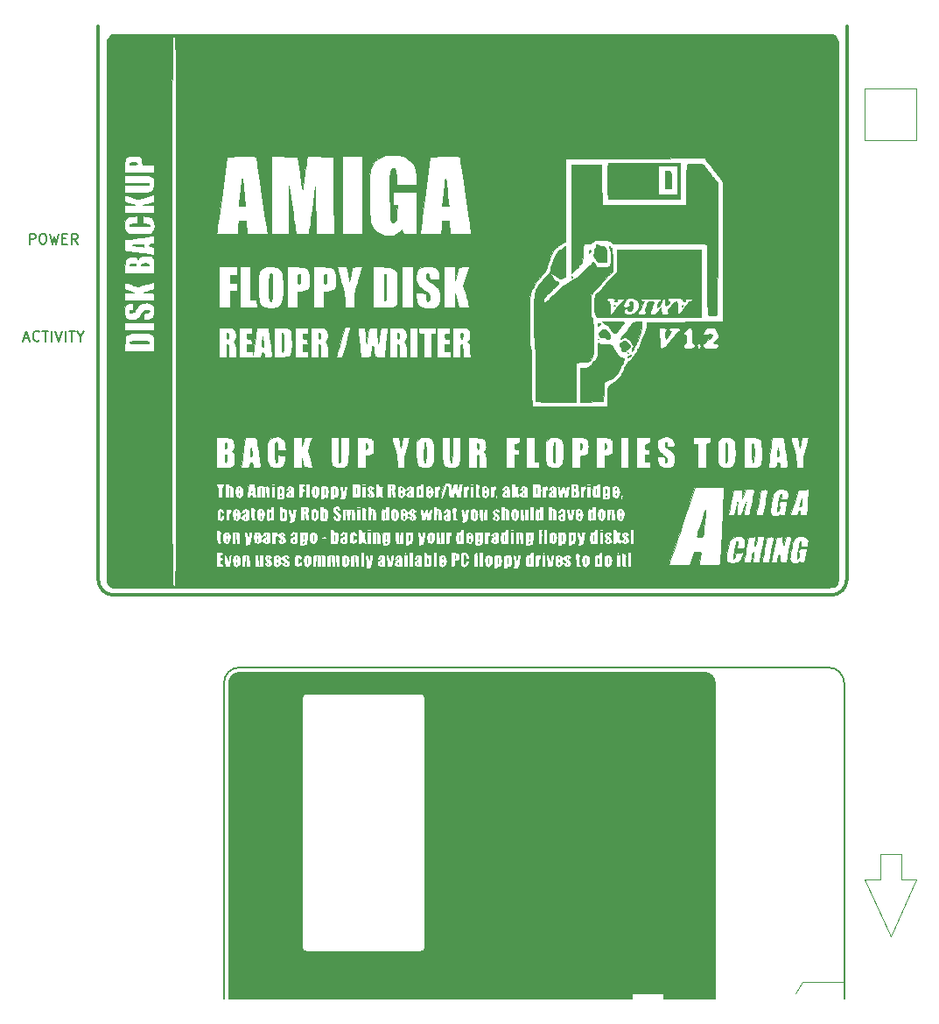
<source format=gto>
G04 #@! TF.GenerationSoftware,KiCad,Pcbnew,(5.1.8)-1*
G04 #@! TF.CreationDate,2021-11-03T22:55:53+01:00*
G04 #@! TF.ProjectId,Amiga Drawbridge FA1,416d6967-6120-4447-9261-776272696467,rev?*
G04 #@! TF.SameCoordinates,Original*
G04 #@! TF.FileFunction,Legend,Top*
G04 #@! TF.FilePolarity,Positive*
%FSLAX46Y46*%
G04 Gerber Fmt 4.6, Leading zero omitted, Abs format (unit mm)*
G04 Created by KiCad (PCBNEW (5.1.8)-1) date 2021-11-03 22:55:53*
%MOMM*%
%LPD*%
G01*
G04 APERTURE LIST*
%ADD10C,0.150000*%
%ADD11C,0.120000*%
%ADD12C,0.300000*%
%ADD13C,0.100000*%
%ADD14C,0.200000*%
%ADD15C,0.010000*%
G04 APERTURE END LIST*
D10*
X171735714Y-60142380D02*
X171164285Y-60142380D01*
X171450000Y-60142380D02*
X171450000Y-59142380D01*
X171354761Y-59285238D01*
X171259523Y-59380476D01*
X171164285Y-59428095D01*
D11*
X170265000Y-60200000D02*
X170265000Y-59200000D01*
X169365000Y-59700000D02*
X170265000Y-60200000D01*
X169365000Y-59700000D02*
X170265000Y-59200000D01*
D10*
X109666666Y-85173666D02*
X110142857Y-85173666D01*
X109571428Y-85459380D02*
X109904761Y-84459380D01*
X110238095Y-85459380D01*
X111142857Y-85364142D02*
X111095238Y-85411761D01*
X110952380Y-85459380D01*
X110857142Y-85459380D01*
X110714285Y-85411761D01*
X110619047Y-85316523D01*
X110571428Y-85221285D01*
X110523809Y-85030809D01*
X110523809Y-84887952D01*
X110571428Y-84697476D01*
X110619047Y-84602238D01*
X110714285Y-84507000D01*
X110857142Y-84459380D01*
X110952380Y-84459380D01*
X111095238Y-84507000D01*
X111142857Y-84554619D01*
X111428571Y-84459380D02*
X112000000Y-84459380D01*
X111714285Y-85459380D02*
X111714285Y-84459380D01*
X112333333Y-85459380D02*
X112333333Y-84459380D01*
X112666666Y-84459380D02*
X113000000Y-85459380D01*
X113333333Y-84459380D01*
X113666666Y-85459380D02*
X113666666Y-84459380D01*
X114000000Y-84459380D02*
X114571428Y-84459380D01*
X114285714Y-85459380D02*
X114285714Y-84459380D01*
X115095238Y-84983190D02*
X115095238Y-85459380D01*
X114761904Y-84459380D02*
X115095238Y-84983190D01*
X115428571Y-84459380D01*
X110190476Y-76061380D02*
X110190476Y-75061380D01*
X110571428Y-75061380D01*
X110666666Y-75109000D01*
X110714285Y-75156619D01*
X110761904Y-75251857D01*
X110761904Y-75394714D01*
X110714285Y-75489952D01*
X110666666Y-75537571D01*
X110571428Y-75585190D01*
X110190476Y-75585190D01*
X111380952Y-75061380D02*
X111571428Y-75061380D01*
X111666666Y-75109000D01*
X111761904Y-75204238D01*
X111809523Y-75394714D01*
X111809523Y-75728047D01*
X111761904Y-75918523D01*
X111666666Y-76013761D01*
X111571428Y-76061380D01*
X111380952Y-76061380D01*
X111285714Y-76013761D01*
X111190476Y-75918523D01*
X111142857Y-75728047D01*
X111142857Y-75394714D01*
X111190476Y-75204238D01*
X111285714Y-75109000D01*
X111380952Y-75061380D01*
X112142857Y-75061380D02*
X112380952Y-76061380D01*
X112571428Y-75347095D01*
X112761904Y-76061380D01*
X113000000Y-75061380D01*
X113380952Y-75537571D02*
X113714285Y-75537571D01*
X113857142Y-76061380D02*
X113380952Y-76061380D01*
X113380952Y-75061380D01*
X113857142Y-75061380D01*
X114857142Y-76061380D02*
X114523809Y-75585190D01*
X114285714Y-76061380D02*
X114285714Y-75061380D01*
X114666666Y-75061380D01*
X114761904Y-75109000D01*
X114809523Y-75156619D01*
X114857142Y-75251857D01*
X114857142Y-75394714D01*
X114809523Y-75489952D01*
X114761904Y-75537571D01*
X114666666Y-75585190D01*
X114285714Y-75585190D01*
D12*
X116840000Y-88265000D02*
X116840000Y-108500000D01*
D11*
X196000000Y-61000000D02*
X191000000Y-61000000D01*
X191000000Y-66000000D02*
X191000000Y-61000000D01*
X196000000Y-61000000D02*
X196000000Y-66000000D01*
X196000000Y-66000000D02*
X191000000Y-66000000D01*
D13*
G36*
X175900000Y-117600000D02*
G01*
X176200000Y-117800000D01*
X176400000Y-118100000D01*
X176500000Y-118500000D01*
X176500000Y-149000000D01*
X171500000Y-149000000D01*
X171500000Y-148500000D01*
X168500000Y-148500000D01*
X168500000Y-149000000D01*
X149500000Y-149000000D01*
X149500000Y-117500000D01*
X175500000Y-117500000D01*
X175900000Y-117600000D01*
G37*
X175900000Y-117600000D02*
X176200000Y-117800000D01*
X176400000Y-118100000D01*
X176500000Y-118500000D01*
X176500000Y-149000000D01*
X171500000Y-149000000D01*
X171500000Y-148500000D01*
X168500000Y-148500000D01*
X168500000Y-149000000D01*
X149500000Y-149000000D01*
X149500000Y-117500000D01*
X175500000Y-117500000D01*
X175900000Y-117600000D01*
G36*
X149500000Y-149000000D02*
G01*
X137000000Y-149000000D01*
X137000000Y-144500000D01*
X148000000Y-144500000D01*
X148300000Y-144400000D01*
X148500000Y-144200000D01*
X148500000Y-120000000D01*
X148400000Y-119700000D01*
X148200000Y-119500000D01*
X137000000Y-119500000D01*
X137000000Y-117500000D01*
X149500000Y-117500000D01*
X149500000Y-149000000D01*
G37*
X149500000Y-149000000D02*
X137000000Y-149000000D01*
X137000000Y-144500000D01*
X148000000Y-144500000D01*
X148300000Y-144400000D01*
X148500000Y-144200000D01*
X148500000Y-120000000D01*
X148400000Y-119700000D01*
X148200000Y-119500000D01*
X137000000Y-119500000D01*
X137000000Y-117500000D01*
X149500000Y-117500000D01*
X149500000Y-149000000D01*
G36*
X136600000Y-144300000D02*
G01*
X136800000Y-144500000D01*
X137000000Y-144500000D01*
X137000000Y-149000000D01*
X136500000Y-149000000D01*
X136500000Y-144000000D01*
X136600000Y-144300000D01*
G37*
X136600000Y-144300000D02*
X136800000Y-144500000D01*
X137000000Y-144500000D01*
X137000000Y-149000000D01*
X136500000Y-149000000D01*
X136500000Y-144000000D01*
X136600000Y-144300000D01*
G36*
X137000000Y-119500000D02*
G01*
X136800000Y-119500000D01*
X136600000Y-119700000D01*
X136500000Y-120000000D01*
X136500000Y-117500000D01*
X137000000Y-117500000D01*
X137000000Y-119500000D01*
G37*
X137000000Y-119500000D02*
X136800000Y-119500000D01*
X136600000Y-119700000D01*
X136500000Y-120000000D01*
X136500000Y-117500000D01*
X137000000Y-117500000D01*
X137000000Y-119500000D01*
G36*
X136500000Y-149000000D02*
G01*
X129500000Y-149000000D01*
X129500000Y-118500000D01*
X129600000Y-118000000D01*
X130000000Y-117600000D01*
X130500000Y-117500000D01*
X136500000Y-117500000D01*
X136500000Y-149000000D01*
G37*
X136500000Y-149000000D02*
X129500000Y-149000000D01*
X129500000Y-118500000D01*
X129600000Y-118000000D01*
X130000000Y-117600000D01*
X130500000Y-117500000D01*
X136500000Y-117500000D01*
X136500000Y-149000000D01*
D11*
X194500000Y-135000000D02*
X194500000Y-137500000D01*
X192500000Y-135000000D02*
X194500000Y-135000000D01*
X192500000Y-137500000D02*
X192500000Y-135000000D01*
X191000000Y-137500000D02*
X192500000Y-137500000D01*
X193500000Y-143000000D02*
X191000000Y-137500000D01*
X196000000Y-137500000D02*
X194500000Y-137500000D01*
X193500000Y-143000000D02*
X196000000Y-137500000D01*
X185000000Y-147365000D02*
X184264300Y-148501100D01*
X189000000Y-147365000D02*
X185000000Y-147365000D01*
D14*
X140500000Y-144500000D02*
X144500000Y-144500000D01*
X148000000Y-144500000D02*
X144500000Y-144500000D01*
X137000000Y-144500000D02*
G75*
G02*
X136500000Y-144000000I0J500000D01*
G01*
X148500000Y-144000000D02*
G75*
G02*
X148000000Y-144500000I-500000J0D01*
G01*
X148000000Y-119500000D02*
G75*
G02*
X148500000Y-120000000I0J-500000D01*
G01*
X136500000Y-120000000D02*
G75*
G02*
X137000000Y-119500000I500000J0D01*
G01*
X137000000Y-119500000D02*
X148000000Y-119500000D01*
X137000000Y-144500000D02*
X140500000Y-144500000D01*
X148500000Y-120000000D02*
X148500000Y-144000000D01*
X136500000Y-120000000D02*
X136500000Y-144000000D01*
D13*
X171500000Y-148500000D02*
X168500000Y-148500000D01*
X168500000Y-148500000D02*
X168500000Y-149000000D01*
X171500000Y-148500000D02*
X171500000Y-149000000D01*
D14*
X176500000Y-118500000D02*
X176500000Y-149000000D01*
X130500000Y-117500000D02*
X175500000Y-117500000D01*
X175500000Y-117500000D02*
G75*
G02*
X176500000Y-118500000I0J-1000000D01*
G01*
X129500000Y-118500000D02*
X129500000Y-149000000D01*
X129500000Y-118500000D02*
G75*
G02*
X130500000Y-117500000I1000000J0D01*
G01*
X130500000Y-117000000D02*
X187500000Y-117000000D01*
X129000000Y-118500000D02*
G75*
G02*
X130500000Y-117000000I1500000J0D01*
G01*
X129000000Y-118500000D02*
X129000000Y-149000000D01*
X187500000Y-117000000D02*
G75*
G02*
X189000000Y-118500000I0J-1500000D01*
G01*
X189000000Y-118500000D02*
X189000000Y-149000000D01*
D12*
X189254000Y-108500000D02*
G75*
G02*
X187754000Y-110000000I-1500000J0D01*
G01*
X118340000Y-110000000D02*
G75*
G02*
X116840000Y-108500000I0J1500000D01*
G01*
X187754000Y-110000000D02*
X118364000Y-110000000D01*
X189254000Y-55000000D02*
X189254000Y-108500000D01*
X116840000Y-55000000D02*
X116840000Y-88265000D01*
D15*
G36*
X172064537Y-69029998D02*
G01*
X172162137Y-69059073D01*
X172224520Y-69130594D01*
X172258365Y-69263429D01*
X172270354Y-69476448D01*
X172267167Y-69788519D01*
X172262265Y-69977000D01*
X172243750Y-70643750D01*
X171640500Y-70682458D01*
X171640500Y-69024500D01*
X171925040Y-69024500D01*
X172064537Y-69029998D01*
G37*
X172064537Y-69029998D02*
X172162137Y-69059073D01*
X172224520Y-69130594D01*
X172258365Y-69263429D01*
X172270354Y-69476448D01*
X172267167Y-69788519D01*
X172262265Y-69977000D01*
X172243750Y-70643750D01*
X171640500Y-70682458D01*
X171640500Y-69024500D01*
X171925040Y-69024500D01*
X172064537Y-69029998D01*
G36*
X173396672Y-82017402D02*
G01*
X173386750Y-82042000D01*
X173329688Y-82102577D01*
X173319502Y-82105500D01*
X173292228Y-82056370D01*
X173291500Y-82042000D01*
X173340315Y-81980940D01*
X173358747Y-81978500D01*
X173396672Y-82017402D01*
G37*
X173396672Y-82017402D02*
X173386750Y-82042000D01*
X173329688Y-82102577D01*
X173319502Y-82105500D01*
X173292228Y-82056370D01*
X173291500Y-82042000D01*
X173340315Y-81980940D01*
X173358747Y-81978500D01*
X173396672Y-82017402D01*
G36*
X166867472Y-81992085D02*
G01*
X166878000Y-82003456D01*
X166828345Y-82044401D01*
X166782750Y-82064963D01*
X166700983Y-82066283D01*
X166687500Y-82040007D01*
X166738962Y-81985429D01*
X166782750Y-81978500D01*
X166867472Y-81992085D01*
G37*
X166867472Y-81992085D02*
X166878000Y-82003456D01*
X166828345Y-82044401D01*
X166782750Y-82064963D01*
X166700983Y-82066283D01*
X166687500Y-82040007D01*
X166738962Y-81985429D01*
X166782750Y-81978500D01*
X166867472Y-81992085D01*
G36*
X120441260Y-68175052D02*
G01*
X120556942Y-68220827D01*
X120586500Y-68301043D01*
X120549844Y-68353698D01*
X120426502Y-68381619D01*
X120207492Y-68389500D01*
X119995520Y-68384061D01*
X119886923Y-68363419D01*
X119858375Y-68321088D01*
X119865036Y-68294250D01*
X119895850Y-68231577D01*
X119950421Y-68198218D01*
X120065870Y-68181391D01*
X120221375Y-68171559D01*
X120441260Y-68175052D01*
G37*
X120441260Y-68175052D02*
X120556942Y-68220827D01*
X120586500Y-68301043D01*
X120549844Y-68353698D01*
X120426502Y-68381619D01*
X120207492Y-68389500D01*
X119995520Y-68384061D01*
X119886923Y-68363419D01*
X119858375Y-68321088D01*
X119865036Y-68294250D01*
X119895850Y-68231577D01*
X119950421Y-68198218D01*
X120065870Y-68181391D01*
X120221375Y-68171559D01*
X120441260Y-68175052D01*
G36*
X150453741Y-69825731D02*
G01*
X150483877Y-70018022D01*
X150520138Y-70330086D01*
X150563072Y-70765416D01*
X150563569Y-70770750D01*
X150600825Y-71163316D01*
X150636436Y-71525096D01*
X150667936Y-71832030D01*
X150692855Y-72060061D01*
X150708487Y-72183625D01*
X150741015Y-72390000D01*
X150099204Y-72390000D01*
X150141726Y-71961375D01*
X150174896Y-71644841D01*
X150215755Y-71281755D01*
X150260732Y-70901102D01*
X150306258Y-70531868D01*
X150348760Y-70203040D01*
X150384668Y-69943604D01*
X150409665Y-69786500D01*
X150429186Y-69749720D01*
X150453741Y-69825731D01*
G37*
X150453741Y-69825731D02*
X150483877Y-70018022D01*
X150520138Y-70330086D01*
X150563072Y-70765416D01*
X150563569Y-70770750D01*
X150600825Y-71163316D01*
X150636436Y-71525096D01*
X150667936Y-71832030D01*
X150692855Y-72060061D01*
X150708487Y-72183625D01*
X150741015Y-72390000D01*
X150099204Y-72390000D01*
X150141726Y-71961375D01*
X150174896Y-71644841D01*
X150215755Y-71281755D01*
X150260732Y-70901102D01*
X150306258Y-70531868D01*
X150348760Y-70203040D01*
X150384668Y-69943604D01*
X150409665Y-69786500D01*
X150429186Y-69749720D01*
X150453741Y-69825731D01*
G36*
X130768741Y-69825731D02*
G01*
X130798877Y-70018022D01*
X130835138Y-70330086D01*
X130878072Y-70765416D01*
X130878569Y-70770750D01*
X130915825Y-71163316D01*
X130951436Y-71525096D01*
X130982936Y-71832030D01*
X131007855Y-72060061D01*
X131023487Y-72183625D01*
X131056015Y-72390000D01*
X130414204Y-72390000D01*
X130456726Y-71961375D01*
X130489896Y-71644841D01*
X130530755Y-71281755D01*
X130575732Y-70901102D01*
X130621258Y-70531868D01*
X130663760Y-70203040D01*
X130699668Y-69943604D01*
X130724665Y-69786500D01*
X130744186Y-69749720D01*
X130768741Y-69825731D01*
G37*
X130768741Y-69825731D02*
X130798877Y-70018022D01*
X130835138Y-70330086D01*
X130878072Y-70765416D01*
X130878569Y-70770750D01*
X130915825Y-71163316D01*
X130951436Y-71525096D01*
X130982936Y-71832030D01*
X131007855Y-72060061D01*
X131023487Y-72183625D01*
X131056015Y-72390000D01*
X130414204Y-72390000D01*
X130456726Y-71961375D01*
X130489896Y-71644841D01*
X130530755Y-71281755D01*
X130575732Y-70901102D01*
X130621258Y-70531868D01*
X130663760Y-70203040D01*
X130699668Y-69943604D01*
X130724665Y-69786500D01*
X130744186Y-69749720D01*
X130768741Y-69825731D01*
G36*
X120205500Y-76168250D02*
G01*
X120173750Y-76200000D01*
X120142000Y-76168250D01*
X120173750Y-76136500D01*
X120205500Y-76168250D01*
G37*
X120205500Y-76168250D02*
X120173750Y-76200000D01*
X120142000Y-76168250D01*
X120173750Y-76136500D01*
X120205500Y-76168250D01*
G36*
X121171428Y-76091125D02*
G01*
X121214589Y-76131540D01*
X121221500Y-76195588D01*
X121215109Y-76297165D01*
X121205625Y-76317984D01*
X121139420Y-76307523D01*
X120980943Y-76288712D01*
X120764316Y-76265598D01*
X120761353Y-76265296D01*
X120536159Y-76235827D01*
X120368269Y-76201922D01*
X120275111Y-76169472D01*
X120274114Y-76144370D01*
X120369541Y-76132832D01*
X120498722Y-76125308D01*
X120701639Y-76109851D01*
X120856375Y-76096671D01*
X121061989Y-76082201D01*
X121171428Y-76091125D01*
G37*
X121171428Y-76091125D02*
X121214589Y-76131540D01*
X121221500Y-76195588D01*
X121215109Y-76297165D01*
X121205625Y-76317984D01*
X121139420Y-76307523D01*
X120980943Y-76288712D01*
X120764316Y-76265598D01*
X120761353Y-76265296D01*
X120536159Y-76235827D01*
X120368269Y-76201922D01*
X120275111Y-76169472D01*
X120274114Y-76144370D01*
X120369541Y-76132832D01*
X120498722Y-76125308D01*
X120701639Y-76109851D01*
X120856375Y-76096671D01*
X121061989Y-76082201D01*
X121171428Y-76091125D01*
G36*
X121576848Y-77949884D02*
G01*
X121712613Y-78018158D01*
X121752252Y-78072701D01*
X121751920Y-78124879D01*
X121685345Y-78154290D01*
X121529559Y-78166744D01*
X121373600Y-78168500D01*
X121148993Y-78164065D01*
X121025911Y-78146191D01*
X120979052Y-78108022D01*
X120978788Y-78061531D01*
X121052594Y-77974695D01*
X121204859Y-77927546D01*
X121393604Y-77919478D01*
X121576848Y-77949884D01*
G37*
X121576848Y-77949884D02*
X121712613Y-78018158D01*
X121752252Y-78072701D01*
X121751920Y-78124879D01*
X121685345Y-78154290D01*
X121529559Y-78166744D01*
X121373600Y-78168500D01*
X121148993Y-78164065D01*
X121025911Y-78146191D01*
X120979052Y-78108022D01*
X120978788Y-78061531D01*
X121052594Y-77974695D01*
X121204859Y-77927546D01*
X121393604Y-77919478D01*
X121576848Y-77949884D01*
G36*
X120427489Y-77968100D02*
G01*
X120493471Y-78046512D01*
X120495470Y-78057375D01*
X120486303Y-78122388D01*
X120415815Y-78156057D01*
X120256392Y-78167815D01*
X120170124Y-78168500D01*
X119970167Y-78161493D01*
X119874390Y-78136104D01*
X119860525Y-78085780D01*
X119863152Y-78078159D01*
X119927505Y-77989109D01*
X120052861Y-77947010D01*
X120262963Y-77940526D01*
X120427489Y-77968100D01*
G37*
X120427489Y-77968100D02*
X120493471Y-78046512D01*
X120495470Y-78057375D01*
X120486303Y-78122388D01*
X120415815Y-78156057D01*
X120256392Y-78167815D01*
X120170124Y-78168500D01*
X119970167Y-78161493D01*
X119874390Y-78136104D01*
X119860525Y-78085780D01*
X119863152Y-78078159D01*
X119927505Y-77989109D01*
X120052861Y-77947010D01*
X120262963Y-77940526D01*
X120427489Y-77968100D01*
G36*
X144634611Y-78998471D02*
G01*
X144666791Y-79022875D01*
X144688843Y-79083693D01*
X144702228Y-79197410D01*
X144708409Y-79380508D01*
X144708846Y-79649471D01*
X144705001Y-80020782D01*
X144701967Y-80247300D01*
X144695153Y-80678330D01*
X144687113Y-80998879D01*
X144676185Y-81225466D01*
X144660704Y-81374608D01*
X144639009Y-81462824D01*
X144609436Y-81506632D01*
X144573625Y-81521956D01*
X144535850Y-81520977D01*
X144507723Y-81490900D01*
X144487835Y-81415845D01*
X144474779Y-81279929D01*
X144467145Y-81067272D01*
X144463526Y-80761994D01*
X144462514Y-80348212D01*
X144462500Y-80268656D01*
X144462976Y-79836432D01*
X144465502Y-79514866D01*
X144471722Y-79287616D01*
X144483283Y-79138342D01*
X144501830Y-79050700D01*
X144529008Y-79008350D01*
X144566462Y-78994951D01*
X144590842Y-78994000D01*
X144634611Y-78998471D01*
G37*
X144634611Y-78998471D02*
X144666791Y-79022875D01*
X144688843Y-79083693D01*
X144702228Y-79197410D01*
X144708409Y-79380508D01*
X144708846Y-79649471D01*
X144705001Y-80020782D01*
X144701967Y-80247300D01*
X144695153Y-80678330D01*
X144687113Y-80998879D01*
X144676185Y-81225466D01*
X144660704Y-81374608D01*
X144639009Y-81462824D01*
X144609436Y-81506632D01*
X144573625Y-81521956D01*
X144535850Y-81520977D01*
X144507723Y-81490900D01*
X144487835Y-81415845D01*
X144474779Y-81279929D01*
X144467145Y-81067272D01*
X144463526Y-80761994D01*
X144462514Y-80348212D01*
X144462500Y-80268656D01*
X144462976Y-79836432D01*
X144465502Y-79514866D01*
X144471722Y-79287616D01*
X144483283Y-79138342D01*
X144501830Y-79050700D01*
X144529008Y-79008350D01*
X144566462Y-78994951D01*
X144590842Y-78994000D01*
X144634611Y-78998471D01*
G36*
X138880469Y-79003787D02*
G01*
X138917448Y-79051080D01*
X138931218Y-79162776D01*
X138928283Y-79365772D01*
X138924906Y-79453701D01*
X138909716Y-79699461D01*
X138884167Y-79844510D01*
X138841176Y-79915096D01*
X138795125Y-79934607D01*
X138738386Y-79931362D01*
X138704888Y-79878559D01*
X138688747Y-79751849D01*
X138684076Y-79526884D01*
X138684000Y-79474906D01*
X138686835Y-79230201D01*
X138700068Y-79086173D01*
X138730792Y-79016542D01*
X138786098Y-78995027D01*
X138813781Y-78994000D01*
X138880469Y-79003787D01*
G37*
X138880469Y-79003787D02*
X138917448Y-79051080D01*
X138931218Y-79162776D01*
X138928283Y-79365772D01*
X138924906Y-79453701D01*
X138909716Y-79699461D01*
X138884167Y-79844510D01*
X138841176Y-79915096D01*
X138795125Y-79934607D01*
X138738386Y-79931362D01*
X138704888Y-79878559D01*
X138688747Y-79751849D01*
X138684076Y-79526884D01*
X138684000Y-79474906D01*
X138686835Y-79230201D01*
X138700068Y-79086173D01*
X138730792Y-79016542D01*
X138786098Y-78995027D01*
X138813781Y-78994000D01*
X138880469Y-79003787D01*
G36*
X136340469Y-79003787D02*
G01*
X136377448Y-79051080D01*
X136391218Y-79162776D01*
X136388283Y-79365772D01*
X136384906Y-79453701D01*
X136369716Y-79699461D01*
X136344167Y-79844510D01*
X136301176Y-79915096D01*
X136255125Y-79934607D01*
X136198386Y-79931362D01*
X136164888Y-79878559D01*
X136148747Y-79751849D01*
X136144076Y-79526884D01*
X136144000Y-79474906D01*
X136146835Y-79230201D01*
X136160068Y-79086173D01*
X136190792Y-79016542D01*
X136246098Y-78995027D01*
X136273781Y-78994000D01*
X136340469Y-79003787D01*
G37*
X136340469Y-79003787D02*
X136377448Y-79051080D01*
X136391218Y-79162776D01*
X136388283Y-79365772D01*
X136384906Y-79453701D01*
X136369716Y-79699461D01*
X136344167Y-79844510D01*
X136301176Y-79915096D01*
X136255125Y-79934607D01*
X136198386Y-79931362D01*
X136164888Y-79878559D01*
X136148747Y-79751849D01*
X136144076Y-79526884D01*
X136144000Y-79474906D01*
X136146835Y-79230201D01*
X136160068Y-79086173D01*
X136190792Y-79016542D01*
X136246098Y-78995027D01*
X136273781Y-78994000D01*
X136340469Y-79003787D01*
G36*
X133566501Y-78881977D02*
G01*
X133605300Y-78936454D01*
X133632676Y-79044750D01*
X133649961Y-79221186D01*
X133658488Y-79480079D01*
X133659591Y-79835750D01*
X133654603Y-80302517D01*
X133653782Y-80358429D01*
X133646286Y-80782708D01*
X133637219Y-81096495D01*
X133624949Y-81316297D01*
X133607843Y-81458622D01*
X133584269Y-81539978D01*
X133552596Y-81576872D01*
X133532615Y-81583921D01*
X133425311Y-81550906D01*
X133389740Y-81500173D01*
X133375791Y-81400451D01*
X133365024Y-81199291D01*
X133357435Y-80922217D01*
X133353021Y-80594753D01*
X133351780Y-80242421D01*
X133353708Y-79890745D01*
X133358802Y-79565247D01*
X133367061Y-79291451D01*
X133378480Y-79094880D01*
X133390023Y-79009875D01*
X133452380Y-78898514D01*
X133514946Y-78867000D01*
X133566501Y-78881977D01*
G37*
X133566501Y-78881977D02*
X133605300Y-78936454D01*
X133632676Y-79044750D01*
X133649961Y-79221186D01*
X133658488Y-79480079D01*
X133659591Y-79835750D01*
X133654603Y-80302517D01*
X133653782Y-80358429D01*
X133646286Y-80782708D01*
X133637219Y-81096495D01*
X133624949Y-81316297D01*
X133607843Y-81458622D01*
X133584269Y-81539978D01*
X133552596Y-81576872D01*
X133532615Y-81583921D01*
X133425311Y-81550906D01*
X133389740Y-81500173D01*
X133375791Y-81400451D01*
X133365024Y-81199291D01*
X133357435Y-80922217D01*
X133353021Y-80594753D01*
X133351780Y-80242421D01*
X133353708Y-79890745D01*
X133358802Y-79565247D01*
X133367061Y-79291451D01*
X133378480Y-79094880D01*
X133390023Y-79009875D01*
X133452380Y-78898514D01*
X133514946Y-78867000D01*
X133566501Y-78881977D01*
G36*
X121401140Y-85441301D02*
G01*
X121566164Y-85451875D01*
X121665825Y-85473883D01*
X121720652Y-85510052D01*
X121751179Y-85563104D01*
X121754347Y-85571159D01*
X121749820Y-85606033D01*
X121694266Y-85630874D01*
X121571249Y-85647253D01*
X121364333Y-85656739D01*
X121057082Y-85660902D01*
X120808749Y-85661500D01*
X120433246Y-85660051D01*
X120167810Y-85654566D01*
X119995533Y-85643339D01*
X119899503Y-85624664D01*
X119862811Y-85596832D01*
X119865036Y-85566250D01*
X119881377Y-85522876D01*
X119904990Y-85492571D01*
X119956250Y-85472640D01*
X120055530Y-85460389D01*
X120223205Y-85453123D01*
X120479649Y-85448149D01*
X120792875Y-85443559D01*
X121150221Y-85439437D01*
X121401140Y-85441301D01*
G37*
X121401140Y-85441301D02*
X121566164Y-85451875D01*
X121665825Y-85473883D01*
X121720652Y-85510052D01*
X121751179Y-85563104D01*
X121754347Y-85571159D01*
X121749820Y-85606033D01*
X121694266Y-85630874D01*
X121571249Y-85647253D01*
X121364333Y-85656739D01*
X121057082Y-85660902D01*
X120808749Y-85661500D01*
X120433246Y-85660051D01*
X120167810Y-85654566D01*
X119995533Y-85643339D01*
X119899503Y-85624664D01*
X119862811Y-85596832D01*
X119865036Y-85566250D01*
X119881377Y-85522876D01*
X119904990Y-85492571D01*
X119956250Y-85472640D01*
X120055530Y-85460389D01*
X120223205Y-85453123D01*
X120479649Y-85448149D01*
X120792875Y-85443559D01*
X121150221Y-85439437D01*
X121401140Y-85441301D01*
G36*
X152050030Y-84682896D02*
G01*
X152078627Y-84810052D01*
X152082500Y-84931250D01*
X152070034Y-85119591D01*
X152027649Y-85205381D01*
X151987250Y-85217000D01*
X151924469Y-85179603D01*
X151895872Y-85052447D01*
X151892000Y-84931250D01*
X151904465Y-84742908D01*
X151946850Y-84657118D01*
X151987250Y-84645500D01*
X152050030Y-84682896D01*
G37*
X152050030Y-84682896D02*
X152078627Y-84810052D01*
X152082500Y-84931250D01*
X152070034Y-85119591D01*
X152027649Y-85205381D01*
X151987250Y-85217000D01*
X151924469Y-85179603D01*
X151895872Y-85052447D01*
X151892000Y-84931250D01*
X151904465Y-84742908D01*
X151946850Y-84657118D01*
X151987250Y-84645500D01*
X152050030Y-84682896D01*
G36*
X145890530Y-84682896D02*
G01*
X145919127Y-84810052D01*
X145923000Y-84931250D01*
X145910534Y-85119591D01*
X145868149Y-85205381D01*
X145827750Y-85217000D01*
X145764969Y-85179603D01*
X145736372Y-85052447D01*
X145732500Y-84931250D01*
X145744965Y-84742908D01*
X145787350Y-84657118D01*
X145827750Y-84645500D01*
X145890530Y-84682896D01*
G37*
X145890530Y-84682896D02*
X145919127Y-84810052D01*
X145923000Y-84931250D01*
X145910534Y-85119591D01*
X145868149Y-85205381D01*
X145827750Y-85217000D01*
X145764969Y-85179603D01*
X145736372Y-85052447D01*
X145732500Y-84931250D01*
X145744965Y-84742908D01*
X145787350Y-84657118D01*
X145827750Y-84645500D01*
X145890530Y-84682896D01*
G36*
X138270530Y-84682896D02*
G01*
X138299127Y-84810052D01*
X138303000Y-84931250D01*
X138290534Y-85119591D01*
X138248149Y-85205381D01*
X138207750Y-85217000D01*
X138144969Y-85179603D01*
X138116372Y-85052447D01*
X138112500Y-84931250D01*
X138124965Y-84742908D01*
X138167350Y-84657118D01*
X138207750Y-84645500D01*
X138270530Y-84682896D01*
G37*
X138270530Y-84682896D02*
X138299127Y-84810052D01*
X138303000Y-84931250D01*
X138290534Y-85119591D01*
X138248149Y-85205381D01*
X138207750Y-85217000D01*
X138144969Y-85179603D01*
X138116372Y-85052447D01*
X138112500Y-84931250D01*
X138124965Y-84742908D01*
X138167350Y-84657118D01*
X138207750Y-84645500D01*
X138270530Y-84682896D01*
G36*
X134689583Y-84663026D02*
G01*
X134716136Y-84727553D01*
X134733262Y-84856997D01*
X134742814Y-85069277D01*
X134746647Y-85382312D01*
X134747000Y-85566250D01*
X134745186Y-85931973D01*
X134738511Y-86188651D01*
X134725120Y-86354201D01*
X134703160Y-86446541D01*
X134670778Y-86483590D01*
X134651750Y-86487000D01*
X134613916Y-86469473D01*
X134587363Y-86404946D01*
X134570237Y-86275502D01*
X134560685Y-86063222D01*
X134556852Y-85750187D01*
X134556500Y-85566250D01*
X134558313Y-85200526D01*
X134564988Y-84943848D01*
X134578379Y-84778298D01*
X134600339Y-84685958D01*
X134632721Y-84648909D01*
X134651750Y-84645500D01*
X134689583Y-84663026D01*
G37*
X134689583Y-84663026D02*
X134716136Y-84727553D01*
X134733262Y-84856997D01*
X134742814Y-85069277D01*
X134746647Y-85382312D01*
X134747000Y-85566250D01*
X134745186Y-85931973D01*
X134738511Y-86188651D01*
X134725120Y-86354201D01*
X134703160Y-86446541D01*
X134670778Y-86483590D01*
X134651750Y-86487000D01*
X134613916Y-86469473D01*
X134587363Y-86404946D01*
X134570237Y-86275502D01*
X134560685Y-86063222D01*
X134556852Y-85750187D01*
X134556500Y-85566250D01*
X134558313Y-85200526D01*
X134564988Y-84943848D01*
X134578379Y-84778298D01*
X134600339Y-84685958D01*
X134632721Y-84648909D01*
X134651750Y-84645500D01*
X134689583Y-84663026D01*
G36*
X132771896Y-85248750D02*
G01*
X132788274Y-85489333D01*
X132817135Y-85727742D01*
X132819257Y-85740875D01*
X132835357Y-85899487D01*
X132807139Y-85967873D01*
X132755058Y-85979000D01*
X132683797Y-85944414D01*
X132656310Y-85823164D01*
X132655159Y-85740875D01*
X132671731Y-85510939D01*
X132707217Y-85269443D01*
X132711357Y-85248750D01*
X132763895Y-84994750D01*
X132771896Y-85248750D01*
G37*
X132771896Y-85248750D02*
X132788274Y-85489333D01*
X132817135Y-85727742D01*
X132819257Y-85740875D01*
X132835357Y-85899487D01*
X132807139Y-85967873D01*
X132755058Y-85979000D01*
X132683797Y-85944414D01*
X132656310Y-85823164D01*
X132655159Y-85740875D01*
X132671731Y-85510939D01*
X132707217Y-85269443D01*
X132711357Y-85248750D01*
X132763895Y-84994750D01*
X132771896Y-85248750D01*
G36*
X129380530Y-84682896D02*
G01*
X129409127Y-84810052D01*
X129413000Y-84931250D01*
X129400534Y-85119591D01*
X129358149Y-85205381D01*
X129317750Y-85217000D01*
X129254969Y-85179603D01*
X129226372Y-85052447D01*
X129222500Y-84931250D01*
X129234965Y-84742908D01*
X129277350Y-84657118D01*
X129317750Y-84645500D01*
X129380530Y-84682896D01*
G37*
X129380530Y-84682896D02*
X129409127Y-84810052D01*
X129413000Y-84931250D01*
X129400534Y-85119591D01*
X129358149Y-85205381D01*
X129317750Y-85217000D01*
X129254969Y-85179603D01*
X129226372Y-85052447D01*
X129222500Y-84931250D01*
X129234965Y-84742908D01*
X129277350Y-84657118D01*
X129317750Y-84645500D01*
X129380530Y-84682896D01*
G36*
X173133524Y-68341875D02*
G01*
X173142393Y-68442798D01*
X173149029Y-68651835D01*
X173153250Y-68950117D01*
X173154872Y-69318774D01*
X173153712Y-69738936D01*
X173150609Y-70104000D01*
X173132750Y-71723250D01*
X169667245Y-71739661D01*
X169015475Y-71741981D01*
X168402127Y-71742679D01*
X167838899Y-71741844D01*
X167337489Y-71739564D01*
X166909594Y-71735928D01*
X166566913Y-71731024D01*
X166321144Y-71724939D01*
X166183984Y-71717763D01*
X166158870Y-71713203D01*
X166146801Y-71640065D01*
X166136728Y-71460418D01*
X166128678Y-71194740D01*
X166122677Y-70863508D01*
X166119717Y-70579806D01*
X171015785Y-70579806D01*
X171018224Y-70880011D01*
X171023444Y-71099161D01*
X171031249Y-71217163D01*
X171033925Y-71229484D01*
X171083078Y-71264030D01*
X171209175Y-71288080D01*
X171426461Y-71302886D01*
X171749183Y-71309699D01*
X171956007Y-71310500D01*
X172847000Y-71310500D01*
X172847000Y-68449513D01*
X171942125Y-68467131D01*
X171037250Y-68484750D01*
X171020043Y-69816609D01*
X171016326Y-70218641D01*
X171015785Y-70579806D01*
X166119717Y-70579806D01*
X166118750Y-70487197D01*
X166116924Y-70086285D01*
X166117224Y-69681248D01*
X166119677Y-69292564D01*
X166124308Y-68940708D01*
X166131143Y-68646157D01*
X166140209Y-68429389D01*
X166151530Y-68310879D01*
X166154543Y-68299443D01*
X166173057Y-68277471D01*
X166216906Y-68258916D01*
X166295919Y-68243495D01*
X166419928Y-68230926D01*
X166598761Y-68220925D01*
X166842249Y-68213211D01*
X167160223Y-68207500D01*
X167562512Y-68203509D01*
X168058946Y-68200956D01*
X168659355Y-68199557D01*
X169373571Y-68199030D01*
X169645833Y-68199000D01*
X173098580Y-68199000D01*
X173133524Y-68341875D01*
G37*
X173133524Y-68341875D02*
X173142393Y-68442798D01*
X173149029Y-68651835D01*
X173153250Y-68950117D01*
X173154872Y-69318774D01*
X173153712Y-69738936D01*
X173150609Y-70104000D01*
X173132750Y-71723250D01*
X169667245Y-71739661D01*
X169015475Y-71741981D01*
X168402127Y-71742679D01*
X167838899Y-71741844D01*
X167337489Y-71739564D01*
X166909594Y-71735928D01*
X166566913Y-71731024D01*
X166321144Y-71724939D01*
X166183984Y-71717763D01*
X166158870Y-71713203D01*
X166146801Y-71640065D01*
X166136728Y-71460418D01*
X166128678Y-71194740D01*
X166122677Y-70863508D01*
X166119717Y-70579806D01*
X171015785Y-70579806D01*
X171018224Y-70880011D01*
X171023444Y-71099161D01*
X171031249Y-71217163D01*
X171033925Y-71229484D01*
X171083078Y-71264030D01*
X171209175Y-71288080D01*
X171426461Y-71302886D01*
X171749183Y-71309699D01*
X171956007Y-71310500D01*
X172847000Y-71310500D01*
X172847000Y-68449513D01*
X171942125Y-68467131D01*
X171037250Y-68484750D01*
X171020043Y-69816609D01*
X171016326Y-70218641D01*
X171015785Y-70579806D01*
X166119717Y-70579806D01*
X166118750Y-70487197D01*
X166116924Y-70086285D01*
X166117224Y-69681248D01*
X166119677Y-69292564D01*
X166124308Y-68940708D01*
X166131143Y-68646157D01*
X166140209Y-68429389D01*
X166151530Y-68310879D01*
X166154543Y-68299443D01*
X166173057Y-68277471D01*
X166216906Y-68258916D01*
X166295919Y-68243495D01*
X166419928Y-68230926D01*
X166598761Y-68220925D01*
X166842249Y-68213211D01*
X167160223Y-68207500D01*
X167562512Y-68203509D01*
X168058946Y-68200956D01*
X168659355Y-68199557D01*
X169373571Y-68199030D01*
X169645833Y-68199000D01*
X173098580Y-68199000D01*
X173133524Y-68341875D01*
G36*
X164454025Y-76691334D02*
G01*
X164465000Y-76731974D01*
X164420201Y-76843260D01*
X164369750Y-76898500D01*
X164300739Y-76937037D01*
X164276381Y-76877042D01*
X164274500Y-76811025D01*
X164306307Y-76677539D01*
X164369750Y-76644500D01*
X164454025Y-76691334D01*
G37*
X164454025Y-76691334D02*
X164465000Y-76731974D01*
X164420201Y-76843260D01*
X164369750Y-76898500D01*
X164300739Y-76937037D01*
X164276381Y-76877042D01*
X164274500Y-76811025D01*
X164306307Y-76677539D01*
X164369750Y-76644500D01*
X164454025Y-76691334D01*
G36*
X165266002Y-76146962D02*
G01*
X165281990Y-76160548D01*
X165424928Y-76233522D01*
X165605999Y-76263500D01*
X165759006Y-76279728D01*
X165865367Y-76340769D01*
X165933170Y-76465157D01*
X165970500Y-76671426D01*
X165985446Y-76978110D01*
X165986980Y-77136625D01*
X165989000Y-77787500D01*
X165169317Y-77787500D01*
X164944158Y-77492618D01*
X164791434Y-77273047D01*
X164726666Y-77123265D01*
X164744537Y-77026868D01*
X164782500Y-76993750D01*
X164823347Y-76910362D01*
X164844969Y-76752853D01*
X164846000Y-76708000D01*
X164860977Y-76540175D01*
X164898109Y-76433289D01*
X164909500Y-76422250D01*
X164962554Y-76332823D01*
X164973000Y-76257759D01*
X165018753Y-76132343D01*
X165129618Y-76091259D01*
X165266002Y-76146962D01*
G37*
X165266002Y-76146962D02*
X165281990Y-76160548D01*
X165424928Y-76233522D01*
X165605999Y-76263500D01*
X165759006Y-76279728D01*
X165865367Y-76340769D01*
X165933170Y-76465157D01*
X165970500Y-76671426D01*
X165985446Y-76978110D01*
X165986980Y-77136625D01*
X165989000Y-77787500D01*
X165169317Y-77787500D01*
X164944158Y-77492618D01*
X164791434Y-77273047D01*
X164726666Y-77123265D01*
X164744537Y-77026868D01*
X164782500Y-76993750D01*
X164823347Y-76910362D01*
X164844969Y-76752853D01*
X164846000Y-76708000D01*
X164860977Y-76540175D01*
X164898109Y-76433289D01*
X164909500Y-76422250D01*
X164962554Y-76332823D01*
X164973000Y-76257759D01*
X165018753Y-76132343D01*
X165129618Y-76091259D01*
X165266002Y-76146962D01*
G36*
X162723835Y-79214368D02*
G01*
X162718750Y-79248000D01*
X162664434Y-79308511D01*
X162655250Y-79311500D01*
X162604764Y-79267211D01*
X162591750Y-79248000D01*
X162606829Y-79194203D01*
X162655250Y-79184500D01*
X162723835Y-79214368D01*
G37*
X162723835Y-79214368D02*
X162718750Y-79248000D01*
X162664434Y-79308511D01*
X162655250Y-79311500D01*
X162604764Y-79267211D01*
X162591750Y-79248000D01*
X162606829Y-79194203D01*
X162655250Y-79184500D01*
X162723835Y-79214368D01*
G36*
X174853155Y-68330426D02*
G01*
X175111972Y-68343660D01*
X175286882Y-68372034D01*
X175399396Y-68421014D01*
X175471025Y-68496066D01*
X175517396Y-68588198D01*
X175617873Y-68761456D01*
X175728970Y-68885488D01*
X175839225Y-68995148D01*
X175964408Y-69145012D01*
X176074976Y-69296235D01*
X176141381Y-69409974D01*
X176149000Y-69437710D01*
X176190138Y-69503175D01*
X176289629Y-69610104D01*
X176294607Y-69614907D01*
X176439776Y-69768753D01*
X176579173Y-69936433D01*
X176718132Y-70118117D01*
X176719891Y-76454366D01*
X176719752Y-77342177D01*
X176718870Y-78195021D01*
X176717293Y-79004204D01*
X176715073Y-79761032D01*
X176712260Y-80456810D01*
X176708905Y-81082845D01*
X176705057Y-81630442D01*
X176700768Y-82090907D01*
X176696088Y-82455546D01*
X176691067Y-82715665D01*
X176685756Y-82862570D01*
X176682531Y-82892557D01*
X176598634Y-82954933D01*
X176432969Y-82991754D01*
X176228084Y-83002946D01*
X176026527Y-82988437D01*
X175870847Y-82948155D01*
X175806543Y-82894056D01*
X175799055Y-82812697D01*
X175791969Y-82616653D01*
X175785434Y-82318238D01*
X175779597Y-81929768D01*
X175774606Y-81463556D01*
X175770608Y-80931918D01*
X175767753Y-80347168D01*
X175766186Y-79721622D01*
X175765980Y-79512681D01*
X175764915Y-78752455D01*
X175762579Y-78110059D01*
X175758739Y-77576327D01*
X175753164Y-77142091D01*
X175745622Y-76798187D01*
X175735881Y-76535448D01*
X175723709Y-76344707D01*
X175708874Y-76216799D01*
X175691145Y-76142557D01*
X175680217Y-76121462D01*
X175657523Y-76100048D01*
X175618382Y-76081576D01*
X175553903Y-76065822D01*
X175455196Y-76052565D01*
X175313370Y-76041582D01*
X175119536Y-76032650D01*
X174864804Y-76025548D01*
X174540284Y-76020052D01*
X174137086Y-76015941D01*
X173646319Y-76012992D01*
X173059093Y-76010983D01*
X172366519Y-76009690D01*
X171559707Y-76008893D01*
X171170411Y-76008644D01*
X170431041Y-76008848D01*
X169728319Y-76010258D01*
X169072652Y-76012776D01*
X168474444Y-76016304D01*
X167944103Y-76020745D01*
X167492033Y-76026002D01*
X167128640Y-76031976D01*
X166864331Y-76038571D01*
X166709510Y-76045689D01*
X166672047Y-76050800D01*
X166592037Y-76044887D01*
X166572185Y-76012805D01*
X166508327Y-75906722D01*
X166425562Y-75811062D01*
X166356761Y-75758451D01*
X166259120Y-75723782D01*
X166107495Y-75703515D01*
X165876742Y-75694108D01*
X165580169Y-75692000D01*
X165265828Y-75693268D01*
X165050620Y-75700727D01*
X164906679Y-75719861D01*
X164806141Y-75756150D01*
X164721139Y-75815078D01*
X164654423Y-75874136D01*
X164506943Y-75989760D01*
X164368009Y-76033013D01*
X164171852Y-76024357D01*
X164171634Y-76024333D01*
X163995966Y-76015148D01*
X163870748Y-76044863D01*
X163787528Y-76130496D01*
X163737851Y-76289063D01*
X163713266Y-76537584D01*
X163705319Y-76893077D01*
X163705019Y-76963745D01*
X163696301Y-77346256D01*
X163668535Y-77624657D01*
X163615646Y-77821174D01*
X163531558Y-77958033D01*
X163410195Y-78057461D01*
X163405207Y-78060530D01*
X163329773Y-78156823D01*
X163322000Y-78198082D01*
X163269551Y-78282206D01*
X163143167Y-78364006D01*
X163140802Y-78365060D01*
X162983514Y-78472101D01*
X162833793Y-78630210D01*
X162815117Y-78656133D01*
X162715238Y-78788960D01*
X162643023Y-78862086D01*
X162631189Y-78867008D01*
X162625524Y-78805069D01*
X162620852Y-78625479D01*
X162617186Y-78337583D01*
X162614541Y-77950726D01*
X162612929Y-77474254D01*
X162612365Y-76917511D01*
X162612863Y-76289843D01*
X162614435Y-75600595D01*
X162617095Y-74859113D01*
X162620858Y-74074741D01*
X162623500Y-73612383D01*
X162655250Y-68357750D01*
X165512750Y-68357750D01*
X165529575Y-70291339D01*
X165536038Y-70877462D01*
X165544467Y-71346409D01*
X165555331Y-71707996D01*
X165569103Y-71972039D01*
X165586254Y-72148352D01*
X165607255Y-72246752D01*
X165624825Y-72274742D01*
X165700469Y-72283486D01*
X165889826Y-72291462D01*
X166179613Y-72298649D01*
X166556543Y-72305025D01*
X167007333Y-72310567D01*
X167518698Y-72315253D01*
X168077354Y-72319063D01*
X168670016Y-72321973D01*
X169283400Y-72323962D01*
X169904220Y-72325009D01*
X170519193Y-72325090D01*
X171115034Y-72324185D01*
X171678458Y-72322271D01*
X172196181Y-72319326D01*
X172654919Y-72315329D01*
X173041386Y-72310257D01*
X173342298Y-72304089D01*
X173544371Y-72296803D01*
X173634320Y-72288376D01*
X173635556Y-72287956D01*
X173664723Y-72264557D01*
X173687725Y-72210344D01*
X173705270Y-72111896D01*
X173718068Y-71955791D01*
X173726829Y-71728606D01*
X173732262Y-71416921D01*
X173735077Y-71007312D01*
X173735984Y-70486358D01*
X173736000Y-70388149D01*
X173737275Y-69910609D01*
X173740882Y-69471549D01*
X173746488Y-69087821D01*
X173753763Y-68776277D01*
X173762375Y-68553769D01*
X173771993Y-68437150D01*
X173774543Y-68426443D01*
X173812824Y-68380580D01*
X173900191Y-68350839D01*
X174058688Y-68334147D01*
X174310357Y-68327432D01*
X174488918Y-68326867D01*
X174853155Y-68330426D01*
G37*
X174853155Y-68330426D02*
X175111972Y-68343660D01*
X175286882Y-68372034D01*
X175399396Y-68421014D01*
X175471025Y-68496066D01*
X175517396Y-68588198D01*
X175617873Y-68761456D01*
X175728970Y-68885488D01*
X175839225Y-68995148D01*
X175964408Y-69145012D01*
X176074976Y-69296235D01*
X176141381Y-69409974D01*
X176149000Y-69437710D01*
X176190138Y-69503175D01*
X176289629Y-69610104D01*
X176294607Y-69614907D01*
X176439776Y-69768753D01*
X176579173Y-69936433D01*
X176718132Y-70118117D01*
X176719891Y-76454366D01*
X176719752Y-77342177D01*
X176718870Y-78195021D01*
X176717293Y-79004204D01*
X176715073Y-79761032D01*
X176712260Y-80456810D01*
X176708905Y-81082845D01*
X176705057Y-81630442D01*
X176700768Y-82090907D01*
X176696088Y-82455546D01*
X176691067Y-82715665D01*
X176685756Y-82862570D01*
X176682531Y-82892557D01*
X176598634Y-82954933D01*
X176432969Y-82991754D01*
X176228084Y-83002946D01*
X176026527Y-82988437D01*
X175870847Y-82948155D01*
X175806543Y-82894056D01*
X175799055Y-82812697D01*
X175791969Y-82616653D01*
X175785434Y-82318238D01*
X175779597Y-81929768D01*
X175774606Y-81463556D01*
X175770608Y-80931918D01*
X175767753Y-80347168D01*
X175766186Y-79721622D01*
X175765980Y-79512681D01*
X175764915Y-78752455D01*
X175762579Y-78110059D01*
X175758739Y-77576327D01*
X175753164Y-77142091D01*
X175745622Y-76798187D01*
X175735881Y-76535448D01*
X175723709Y-76344707D01*
X175708874Y-76216799D01*
X175691145Y-76142557D01*
X175680217Y-76121462D01*
X175657523Y-76100048D01*
X175618382Y-76081576D01*
X175553903Y-76065822D01*
X175455196Y-76052565D01*
X175313370Y-76041582D01*
X175119536Y-76032650D01*
X174864804Y-76025548D01*
X174540284Y-76020052D01*
X174137086Y-76015941D01*
X173646319Y-76012992D01*
X173059093Y-76010983D01*
X172366519Y-76009690D01*
X171559707Y-76008893D01*
X171170411Y-76008644D01*
X170431041Y-76008848D01*
X169728319Y-76010258D01*
X169072652Y-76012776D01*
X168474444Y-76016304D01*
X167944103Y-76020745D01*
X167492033Y-76026002D01*
X167128640Y-76031976D01*
X166864331Y-76038571D01*
X166709510Y-76045689D01*
X166672047Y-76050800D01*
X166592037Y-76044887D01*
X166572185Y-76012805D01*
X166508327Y-75906722D01*
X166425562Y-75811062D01*
X166356761Y-75758451D01*
X166259120Y-75723782D01*
X166107495Y-75703515D01*
X165876742Y-75694108D01*
X165580169Y-75692000D01*
X165265828Y-75693268D01*
X165050620Y-75700727D01*
X164906679Y-75719861D01*
X164806141Y-75756150D01*
X164721139Y-75815078D01*
X164654423Y-75874136D01*
X164506943Y-75989760D01*
X164368009Y-76033013D01*
X164171852Y-76024357D01*
X164171634Y-76024333D01*
X163995966Y-76015148D01*
X163870748Y-76044863D01*
X163787528Y-76130496D01*
X163737851Y-76289063D01*
X163713266Y-76537584D01*
X163705319Y-76893077D01*
X163705019Y-76963745D01*
X163696301Y-77346256D01*
X163668535Y-77624657D01*
X163615646Y-77821174D01*
X163531558Y-77958033D01*
X163410195Y-78057461D01*
X163405207Y-78060530D01*
X163329773Y-78156823D01*
X163322000Y-78198082D01*
X163269551Y-78282206D01*
X163143167Y-78364006D01*
X163140802Y-78365060D01*
X162983514Y-78472101D01*
X162833793Y-78630210D01*
X162815117Y-78656133D01*
X162715238Y-78788960D01*
X162643023Y-78862086D01*
X162631189Y-78867008D01*
X162625524Y-78805069D01*
X162620852Y-78625479D01*
X162617186Y-78337583D01*
X162614541Y-77950726D01*
X162612929Y-77474254D01*
X162612365Y-76917511D01*
X162612863Y-76289843D01*
X162614435Y-75600595D01*
X162617095Y-74859113D01*
X162620858Y-74074741D01*
X162623500Y-73612383D01*
X162655250Y-68357750D01*
X165512750Y-68357750D01*
X165529575Y-70291339D01*
X165536038Y-70877462D01*
X165544467Y-71346409D01*
X165555331Y-71707996D01*
X165569103Y-71972039D01*
X165586254Y-72148352D01*
X165607255Y-72246752D01*
X165624825Y-72274742D01*
X165700469Y-72283486D01*
X165889826Y-72291462D01*
X166179613Y-72298649D01*
X166556543Y-72305025D01*
X167007333Y-72310567D01*
X167518698Y-72315253D01*
X168077354Y-72319063D01*
X168670016Y-72321973D01*
X169283400Y-72323962D01*
X169904220Y-72325009D01*
X170519193Y-72325090D01*
X171115034Y-72324185D01*
X171678458Y-72322271D01*
X172196181Y-72319326D01*
X172654919Y-72315329D01*
X173041386Y-72310257D01*
X173342298Y-72304089D01*
X173544371Y-72296803D01*
X173634320Y-72288376D01*
X173635556Y-72287956D01*
X173664723Y-72264557D01*
X173687725Y-72210344D01*
X173705270Y-72111896D01*
X173718068Y-71955791D01*
X173726829Y-71728606D01*
X173732262Y-71416921D01*
X173735077Y-71007312D01*
X173735984Y-70486358D01*
X173736000Y-70388149D01*
X173737275Y-69910609D01*
X173740882Y-69471549D01*
X173746488Y-69087821D01*
X173753763Y-68776277D01*
X173762375Y-68553769D01*
X173771993Y-68437150D01*
X173774543Y-68426443D01*
X173812824Y-68380580D01*
X173900191Y-68350839D01*
X174058688Y-68334147D01*
X174310357Y-68327432D01*
X174488918Y-68326867D01*
X174853155Y-68330426D01*
G36*
X175133000Y-83121500D02*
G01*
X165051106Y-83121500D01*
X164948553Y-82964984D01*
X164904956Y-82872351D01*
X164875110Y-82736103D01*
X164856817Y-82534281D01*
X164847883Y-82244927D01*
X164846000Y-81939102D01*
X164847151Y-81588908D01*
X164850750Y-81438750D01*
X166020750Y-81438750D01*
X166072630Y-81552307D01*
X166163625Y-81586041D01*
X166230614Y-81602722D01*
X166272552Y-81646223D01*
X166295282Y-81741436D01*
X166304650Y-81913255D01*
X166306499Y-82186574D01*
X166306500Y-82194583D01*
X166309883Y-82519227D01*
X166326926Y-82734891D01*
X166367971Y-82842613D01*
X166443359Y-82843426D01*
X166563430Y-82738367D01*
X166738527Y-82528471D01*
X166945787Y-82258595D01*
X167139520Y-82014675D01*
X167176697Y-81972098D01*
X167617170Y-81972098D01*
X167653676Y-82096820D01*
X167799712Y-82161969D01*
X167896581Y-82169000D01*
X168111512Y-82152524D01*
X168222529Y-82091590D01*
X168249773Y-81968936D01*
X168237804Y-81876553D01*
X168224598Y-81717630D01*
X168270584Y-81638122D01*
X168302859Y-81621956D01*
X168424164Y-81628215D01*
X168516452Y-81728618D01*
X168572201Y-81892142D01*
X168583886Y-82087762D01*
X168543986Y-82284456D01*
X168489946Y-82393484D01*
X168364217Y-82511759D01*
X168216139Y-82556676D01*
X168085528Y-82527105D01*
X168012200Y-82421915D01*
X168009541Y-82407125D01*
X167946458Y-82287662D01*
X167862250Y-82264250D01*
X167767927Y-82296663D01*
X167722650Y-82414181D01*
X167715042Y-82474773D01*
X167722124Y-82672475D01*
X167801330Y-82794052D01*
X167970315Y-82854048D01*
X168191647Y-82867500D01*
X168378488Y-82862073D01*
X168511023Y-82832194D01*
X168631031Y-82757465D01*
X168678011Y-82713406D01*
X169037000Y-82713406D01*
X169045796Y-82799173D01*
X169092129Y-82845298D01*
X169205910Y-82864001D01*
X169414252Y-82867500D01*
X169622951Y-82856694D01*
X169777163Y-82828693D01*
X169834169Y-82798467D01*
X169834124Y-82699645D01*
X169806167Y-82658767D01*
X169751315Y-82546434D01*
X169737590Y-82401550D01*
X169768323Y-82289368D01*
X169786425Y-82272021D01*
X169830943Y-82197247D01*
X169888947Y-82040557D01*
X169923408Y-81924518D01*
X169990122Y-81725407D01*
X170065273Y-81620463D01*
X170164552Y-81578841D01*
X170389848Y-81567198D01*
X170521503Y-81630675D01*
X170552076Y-81762248D01*
X170504908Y-81899986D01*
X170437534Y-82046040D01*
X170386404Y-82169000D01*
X170309505Y-82352248D01*
X170243558Y-82498091D01*
X170197023Y-82653960D01*
X170201319Y-82767966D01*
X170288967Y-82840261D01*
X170447609Y-82869778D01*
X170628974Y-82857389D01*
X170784794Y-82803967D01*
X170842966Y-82756375D01*
X170939915Y-82637235D01*
X171071420Y-82475937D01*
X171112220Y-82425945D01*
X171291250Y-82206640D01*
X171354750Y-82835750D01*
X171633252Y-82855697D01*
X171864318Y-82851615D01*
X171982183Y-82796057D01*
X171990975Y-82686161D01*
X171964619Y-82625868D01*
X171941988Y-82549912D01*
X171963234Y-82457885D01*
X172040145Y-82325739D01*
X172184510Y-82129428D01*
X172248113Y-82047550D01*
X172450286Y-81807627D01*
X172611871Y-81653863D01*
X172720921Y-81597566D01*
X172723626Y-81597500D01*
X172781295Y-81607550D01*
X172817583Y-81653436D01*
X172837371Y-81758762D01*
X172845541Y-81947131D01*
X172847000Y-82193956D01*
X172851121Y-82486070D01*
X172865778Y-82673841D01*
X172894409Y-82779727D01*
X172940450Y-82826185D01*
X172944002Y-82827635D01*
X173056490Y-82813848D01*
X173130577Y-82755054D01*
X173349042Y-82483062D01*
X173556652Y-82217145D01*
X173732268Y-81984922D01*
X173854753Y-81814014D01*
X173879299Y-81776746D01*
X174000055Y-81648891D01*
X174131310Y-81586246D01*
X174251912Y-81523590D01*
X174275750Y-81438750D01*
X174259033Y-81362574D01*
X174188081Y-81324583D01*
X174031687Y-81312293D01*
X173958250Y-81311750D01*
X173768948Y-81317659D01*
X173674214Y-81344970D01*
X173641812Y-81408055D01*
X173638947Y-81454108D01*
X173620158Y-81565712D01*
X173591322Y-81596983D01*
X173490629Y-81597472D01*
X173461083Y-81597500D01*
X173397068Y-81544035D01*
X173381708Y-81454625D01*
X173378431Y-81392703D01*
X173348965Y-81351136D01*
X173271660Y-81325024D01*
X173124866Y-81309466D01*
X172886932Y-81299561D01*
X172671184Y-81293784D01*
X172355689Y-81288111D01*
X172144627Y-81291680D01*
X172015603Y-81307112D01*
X171946224Y-81337029D01*
X171914741Y-81382341D01*
X171927944Y-81507259D01*
X171991738Y-81575056D01*
X172066660Y-81640536D01*
X172067127Y-81705978D01*
X171991369Y-81819604D01*
X171982317Y-81831745D01*
X171852094Y-81983853D01*
X171767242Y-82021721D01*
X171720406Y-81941915D01*
X171704235Y-81741003D01*
X171704000Y-81701789D01*
X171692667Y-81500829D01*
X171663492Y-81355401D01*
X171636498Y-81309277D01*
X171538660Y-81313443D01*
X171427401Y-81403736D01*
X171334806Y-81547715D01*
X171301126Y-81648370D01*
X171247964Y-81787838D01*
X171156896Y-81941161D01*
X171053034Y-82075158D01*
X170961493Y-82156644D01*
X170913186Y-82160953D01*
X170897549Y-82068515D01*
X170934020Y-81917104D01*
X171003721Y-81753055D01*
X171087775Y-81622706D01*
X171152340Y-81573912D01*
X171243802Y-81498653D01*
X171248283Y-81427375D01*
X171229967Y-81382706D01*
X171182278Y-81351230D01*
X171086059Y-81330671D01*
X170922150Y-81318756D01*
X170671395Y-81313209D01*
X170314635Y-81311757D01*
X170274386Y-81311750D01*
X169908503Y-81312583D01*
X169650744Y-81316763D01*
X169482233Y-81326808D01*
X169384096Y-81345238D01*
X169337459Y-81374571D01*
X169323447Y-81417325D01*
X169322750Y-81438750D01*
X169374630Y-81552307D01*
X169465625Y-81586041D01*
X169577044Y-81606860D01*
X169608500Y-81619623D01*
X169580902Y-81723653D01*
X169509938Y-81893000D01*
X169413353Y-82093125D01*
X169308891Y-82289486D01*
X169214299Y-82447541D01*
X169147319Y-82532750D01*
X169136299Y-82538781D01*
X169057787Y-82611824D01*
X169037000Y-82713406D01*
X168678011Y-82713406D01*
X168780289Y-82617489D01*
X168850622Y-82545767D01*
X169022989Y-82357455D01*
X169118526Y-82215127D01*
X169157397Y-82082787D01*
X169161887Y-81990142D01*
X169128156Y-81801365D01*
X169046245Y-81624991D01*
X168940170Y-81502353D01*
X168859971Y-81470500D01*
X168772136Y-81426811D01*
X168719500Y-81375250D01*
X168585752Y-81306692D01*
X168334857Y-81280302D01*
X168297403Y-81280000D01*
X168095124Y-81286068D01*
X167981835Y-81314633D01*
X167919717Y-81381234D01*
X167890846Y-81447043D01*
X167807447Y-81619136D01*
X167696070Y-81798433D01*
X167696000Y-81798531D01*
X167617170Y-81972098D01*
X167176697Y-81972098D01*
X167320970Y-81806872D01*
X167469194Y-81657922D01*
X167560109Y-81591660D01*
X167677170Y-81504963D01*
X167691375Y-81422689D01*
X167650441Y-81353750D01*
X167542075Y-81320095D01*
X167353380Y-81311750D01*
X167165956Y-81316353D01*
X167073984Y-81341473D01*
X167045966Y-81404073D01*
X167047361Y-81476563D01*
X167038433Y-81594325D01*
X166966052Y-81620937D01*
X166903078Y-81611766D01*
X166798904Y-81573373D01*
X166807977Y-81510421D01*
X166813874Y-81503003D01*
X166841906Y-81406544D01*
X166759709Y-81334837D01*
X166582836Y-81295088D01*
X166359279Y-81292377D01*
X166160161Y-81310471D01*
X166058009Y-81343921D01*
X166022812Y-81405703D01*
X166020750Y-81438750D01*
X164850750Y-81438750D01*
X164853100Y-81340720D01*
X164867588Y-81169550D01*
X164894358Y-81050408D01*
X164937151Y-80958305D01*
X164999709Y-80868253D01*
X165007981Y-80857368D01*
X165128730Y-80724653D01*
X165234025Y-80650577D01*
X165258391Y-80645000D01*
X165347603Y-80594894D01*
X165448348Y-80472461D01*
X165459351Y-80454500D01*
X165544146Y-80327304D01*
X165604505Y-80265206D01*
X165609443Y-80264000D01*
X165661763Y-80216381D01*
X165767860Y-80089737D01*
X165907692Y-79908387D01*
X165954019Y-79845868D01*
X166111126Y-79644743D01*
X166253627Y-79484743D01*
X166355935Y-79394036D01*
X166372220Y-79385493D01*
X166469362Y-79316180D01*
X166610862Y-79178077D01*
X166744204Y-79026914D01*
X167005000Y-78710578D01*
X167005000Y-76644500D01*
X175133000Y-76644500D01*
X175133000Y-83121500D01*
G37*
X175133000Y-83121500D02*
X165051106Y-83121500D01*
X164948553Y-82964984D01*
X164904956Y-82872351D01*
X164875110Y-82736103D01*
X164856817Y-82534281D01*
X164847883Y-82244927D01*
X164846000Y-81939102D01*
X164847151Y-81588908D01*
X164850750Y-81438750D01*
X166020750Y-81438750D01*
X166072630Y-81552307D01*
X166163625Y-81586041D01*
X166230614Y-81602722D01*
X166272552Y-81646223D01*
X166295282Y-81741436D01*
X166304650Y-81913255D01*
X166306499Y-82186574D01*
X166306500Y-82194583D01*
X166309883Y-82519227D01*
X166326926Y-82734891D01*
X166367971Y-82842613D01*
X166443359Y-82843426D01*
X166563430Y-82738367D01*
X166738527Y-82528471D01*
X166945787Y-82258595D01*
X167139520Y-82014675D01*
X167176697Y-81972098D01*
X167617170Y-81972098D01*
X167653676Y-82096820D01*
X167799712Y-82161969D01*
X167896581Y-82169000D01*
X168111512Y-82152524D01*
X168222529Y-82091590D01*
X168249773Y-81968936D01*
X168237804Y-81876553D01*
X168224598Y-81717630D01*
X168270584Y-81638122D01*
X168302859Y-81621956D01*
X168424164Y-81628215D01*
X168516452Y-81728618D01*
X168572201Y-81892142D01*
X168583886Y-82087762D01*
X168543986Y-82284456D01*
X168489946Y-82393484D01*
X168364217Y-82511759D01*
X168216139Y-82556676D01*
X168085528Y-82527105D01*
X168012200Y-82421915D01*
X168009541Y-82407125D01*
X167946458Y-82287662D01*
X167862250Y-82264250D01*
X167767927Y-82296663D01*
X167722650Y-82414181D01*
X167715042Y-82474773D01*
X167722124Y-82672475D01*
X167801330Y-82794052D01*
X167970315Y-82854048D01*
X168191647Y-82867500D01*
X168378488Y-82862073D01*
X168511023Y-82832194D01*
X168631031Y-82757465D01*
X168678011Y-82713406D01*
X169037000Y-82713406D01*
X169045796Y-82799173D01*
X169092129Y-82845298D01*
X169205910Y-82864001D01*
X169414252Y-82867500D01*
X169622951Y-82856694D01*
X169777163Y-82828693D01*
X169834169Y-82798467D01*
X169834124Y-82699645D01*
X169806167Y-82658767D01*
X169751315Y-82546434D01*
X169737590Y-82401550D01*
X169768323Y-82289368D01*
X169786425Y-82272021D01*
X169830943Y-82197247D01*
X169888947Y-82040557D01*
X169923408Y-81924518D01*
X169990122Y-81725407D01*
X170065273Y-81620463D01*
X170164552Y-81578841D01*
X170389848Y-81567198D01*
X170521503Y-81630675D01*
X170552076Y-81762248D01*
X170504908Y-81899986D01*
X170437534Y-82046040D01*
X170386404Y-82169000D01*
X170309505Y-82352248D01*
X170243558Y-82498091D01*
X170197023Y-82653960D01*
X170201319Y-82767966D01*
X170288967Y-82840261D01*
X170447609Y-82869778D01*
X170628974Y-82857389D01*
X170784794Y-82803967D01*
X170842966Y-82756375D01*
X170939915Y-82637235D01*
X171071420Y-82475937D01*
X171112220Y-82425945D01*
X171291250Y-82206640D01*
X171354750Y-82835750D01*
X171633252Y-82855697D01*
X171864318Y-82851615D01*
X171982183Y-82796057D01*
X171990975Y-82686161D01*
X171964619Y-82625868D01*
X171941988Y-82549912D01*
X171963234Y-82457885D01*
X172040145Y-82325739D01*
X172184510Y-82129428D01*
X172248113Y-82047550D01*
X172450286Y-81807627D01*
X172611871Y-81653863D01*
X172720921Y-81597566D01*
X172723626Y-81597500D01*
X172781295Y-81607550D01*
X172817583Y-81653436D01*
X172837371Y-81758762D01*
X172845541Y-81947131D01*
X172847000Y-82193956D01*
X172851121Y-82486070D01*
X172865778Y-82673841D01*
X172894409Y-82779727D01*
X172940450Y-82826185D01*
X172944002Y-82827635D01*
X173056490Y-82813848D01*
X173130577Y-82755054D01*
X173349042Y-82483062D01*
X173556652Y-82217145D01*
X173732268Y-81984922D01*
X173854753Y-81814014D01*
X173879299Y-81776746D01*
X174000055Y-81648891D01*
X174131310Y-81586246D01*
X174251912Y-81523590D01*
X174275750Y-81438750D01*
X174259033Y-81362574D01*
X174188081Y-81324583D01*
X174031687Y-81312293D01*
X173958250Y-81311750D01*
X173768948Y-81317659D01*
X173674214Y-81344970D01*
X173641812Y-81408055D01*
X173638947Y-81454108D01*
X173620158Y-81565712D01*
X173591322Y-81596983D01*
X173490629Y-81597472D01*
X173461083Y-81597500D01*
X173397068Y-81544035D01*
X173381708Y-81454625D01*
X173378431Y-81392703D01*
X173348965Y-81351136D01*
X173271660Y-81325024D01*
X173124866Y-81309466D01*
X172886932Y-81299561D01*
X172671184Y-81293784D01*
X172355689Y-81288111D01*
X172144627Y-81291680D01*
X172015603Y-81307112D01*
X171946224Y-81337029D01*
X171914741Y-81382341D01*
X171927944Y-81507259D01*
X171991738Y-81575056D01*
X172066660Y-81640536D01*
X172067127Y-81705978D01*
X171991369Y-81819604D01*
X171982317Y-81831745D01*
X171852094Y-81983853D01*
X171767242Y-82021721D01*
X171720406Y-81941915D01*
X171704235Y-81741003D01*
X171704000Y-81701789D01*
X171692667Y-81500829D01*
X171663492Y-81355401D01*
X171636498Y-81309277D01*
X171538660Y-81313443D01*
X171427401Y-81403736D01*
X171334806Y-81547715D01*
X171301126Y-81648370D01*
X171247964Y-81787838D01*
X171156896Y-81941161D01*
X171053034Y-82075158D01*
X170961493Y-82156644D01*
X170913186Y-82160953D01*
X170897549Y-82068515D01*
X170934020Y-81917104D01*
X171003721Y-81753055D01*
X171087775Y-81622706D01*
X171152340Y-81573912D01*
X171243802Y-81498653D01*
X171248283Y-81427375D01*
X171229967Y-81382706D01*
X171182278Y-81351230D01*
X171086059Y-81330671D01*
X170922150Y-81318756D01*
X170671395Y-81313209D01*
X170314635Y-81311757D01*
X170274386Y-81311750D01*
X169908503Y-81312583D01*
X169650744Y-81316763D01*
X169482233Y-81326808D01*
X169384096Y-81345238D01*
X169337459Y-81374571D01*
X169323447Y-81417325D01*
X169322750Y-81438750D01*
X169374630Y-81552307D01*
X169465625Y-81586041D01*
X169577044Y-81606860D01*
X169608500Y-81619623D01*
X169580902Y-81723653D01*
X169509938Y-81893000D01*
X169413353Y-82093125D01*
X169308891Y-82289486D01*
X169214299Y-82447541D01*
X169147319Y-82532750D01*
X169136299Y-82538781D01*
X169057787Y-82611824D01*
X169037000Y-82713406D01*
X168678011Y-82713406D01*
X168780289Y-82617489D01*
X168850622Y-82545767D01*
X169022989Y-82357455D01*
X169118526Y-82215127D01*
X169157397Y-82082787D01*
X169161887Y-81990142D01*
X169128156Y-81801365D01*
X169046245Y-81624991D01*
X168940170Y-81502353D01*
X168859971Y-81470500D01*
X168772136Y-81426811D01*
X168719500Y-81375250D01*
X168585752Y-81306692D01*
X168334857Y-81280302D01*
X168297403Y-81280000D01*
X168095124Y-81286068D01*
X167981835Y-81314633D01*
X167919717Y-81381234D01*
X167890846Y-81447043D01*
X167807447Y-81619136D01*
X167696070Y-81798433D01*
X167696000Y-81798531D01*
X167617170Y-81972098D01*
X167176697Y-81972098D01*
X167320970Y-81806872D01*
X167469194Y-81657922D01*
X167560109Y-81591660D01*
X167677170Y-81504963D01*
X167691375Y-81422689D01*
X167650441Y-81353750D01*
X167542075Y-81320095D01*
X167353380Y-81311750D01*
X167165956Y-81316353D01*
X167073984Y-81341473D01*
X167045966Y-81404073D01*
X167047361Y-81476563D01*
X167038433Y-81594325D01*
X166966052Y-81620937D01*
X166903078Y-81611766D01*
X166798904Y-81573373D01*
X166807977Y-81510421D01*
X166813874Y-81503003D01*
X166841906Y-81406544D01*
X166759709Y-81334837D01*
X166582836Y-81295088D01*
X166359279Y-81292377D01*
X166160161Y-81310471D01*
X166058009Y-81343921D01*
X166022812Y-81405703D01*
X166020750Y-81438750D01*
X164850750Y-81438750D01*
X164853100Y-81340720D01*
X164867588Y-81169550D01*
X164894358Y-81050408D01*
X164937151Y-80958305D01*
X164999709Y-80868253D01*
X165007981Y-80857368D01*
X165128730Y-80724653D01*
X165234025Y-80650577D01*
X165258391Y-80645000D01*
X165347603Y-80594894D01*
X165448348Y-80472461D01*
X165459351Y-80454500D01*
X165544146Y-80327304D01*
X165604505Y-80265206D01*
X165609443Y-80264000D01*
X165661763Y-80216381D01*
X165767860Y-80089737D01*
X165907692Y-79908387D01*
X165954019Y-79845868D01*
X166111126Y-79644743D01*
X166253627Y-79484743D01*
X166355935Y-79394036D01*
X166372220Y-79385493D01*
X166469362Y-79316180D01*
X166610862Y-79178077D01*
X166744204Y-79026914D01*
X167005000Y-78710578D01*
X167005000Y-76644500D01*
X175133000Y-76644500D01*
X175133000Y-83121500D01*
G36*
X165396034Y-83733768D02*
G01*
X165407921Y-83832791D01*
X165341300Y-83934300D01*
X165234882Y-84005648D01*
X165176163Y-83959303D01*
X165163500Y-83851750D01*
X165193265Y-83727264D01*
X165290500Y-83693000D01*
X165396034Y-83733768D01*
G37*
X165396034Y-83733768D02*
X165407921Y-83832791D01*
X165341300Y-83934300D01*
X165234882Y-84005648D01*
X165176163Y-83959303D01*
X165163500Y-83851750D01*
X165193265Y-83727264D01*
X165290500Y-83693000D01*
X165396034Y-83733768D01*
G36*
X166991349Y-83569971D02*
G01*
X167293834Y-83577951D01*
X167526560Y-83590331D01*
X167668755Y-83606092D01*
X167703500Y-83619620D01*
X167665041Y-83690962D01*
X167563628Y-83829294D01*
X167420206Y-84006263D01*
X167401875Y-84027917D01*
X167233966Y-84229355D01*
X167084417Y-84415681D01*
X166986160Y-84545797D01*
X166854580Y-84681132D01*
X166729577Y-84692131D01*
X166614669Y-84597875D01*
X166525962Y-84478920D01*
X166406699Y-84304227D01*
X166348234Y-84214317D01*
X166219046Y-84043034D01*
X166088038Y-83916731D01*
X166034031Y-83883810D01*
X165880919Y-83800417D01*
X165735000Y-83697280D01*
X165576250Y-83568823D01*
X166639875Y-83567411D01*
X166991349Y-83569971D01*
G37*
X166991349Y-83569971D02*
X167293834Y-83577951D01*
X167526560Y-83590331D01*
X167668755Y-83606092D01*
X167703500Y-83619620D01*
X167665041Y-83690962D01*
X167563628Y-83829294D01*
X167420206Y-84006263D01*
X167401875Y-84027917D01*
X167233966Y-84229355D01*
X167084417Y-84415681D01*
X166986160Y-84545797D01*
X166854580Y-84681132D01*
X166729577Y-84692131D01*
X166614669Y-84597875D01*
X166525962Y-84478920D01*
X166406699Y-84304227D01*
X166348234Y-84214317D01*
X166219046Y-84043034D01*
X166088038Y-83916731D01*
X166034031Y-83883810D01*
X165880919Y-83800417D01*
X165735000Y-83697280D01*
X165576250Y-83568823D01*
X166639875Y-83567411D01*
X166991349Y-83569971D01*
G36*
X166011086Y-84377163D02*
G01*
X166164649Y-84569060D01*
X166287193Y-84768303D01*
X166338887Y-84917746D01*
X166334247Y-85061620D01*
X166331337Y-85076938D01*
X166279150Y-85224861D01*
X166185785Y-85278189D01*
X166147587Y-85280500D01*
X165997976Y-85240458D01*
X165925500Y-85185250D01*
X165810448Y-85119012D01*
X165641154Y-85090050D01*
X165634208Y-85090000D01*
X165441857Y-85041197D01*
X165323188Y-84916038D01*
X165285432Y-84746391D01*
X165335822Y-84564129D01*
X165478428Y-84403441D01*
X165681865Y-84286350D01*
X165851749Y-84275740D01*
X166011086Y-84377163D01*
G37*
X166011086Y-84377163D02*
X166164649Y-84569060D01*
X166287193Y-84768303D01*
X166338887Y-84917746D01*
X166334247Y-85061620D01*
X166331337Y-85076938D01*
X166279150Y-85224861D01*
X166185785Y-85278189D01*
X166147587Y-85280500D01*
X165997976Y-85240458D01*
X165925500Y-85185250D01*
X165810448Y-85119012D01*
X165641154Y-85090050D01*
X165634208Y-85090000D01*
X165441857Y-85041197D01*
X165323188Y-84916038D01*
X165285432Y-84746391D01*
X165335822Y-84564129D01*
X165478428Y-84403441D01*
X165681865Y-84286350D01*
X165851749Y-84275740D01*
X166011086Y-84377163D01*
G36*
X165269333Y-85238166D02*
G01*
X165260616Y-85275917D01*
X165227000Y-85280500D01*
X165174732Y-85257266D01*
X165184666Y-85238166D01*
X165260026Y-85230566D01*
X165269333Y-85238166D01*
G37*
X165269333Y-85238166D02*
X165260616Y-85275917D01*
X165227000Y-85280500D01*
X165174732Y-85257266D01*
X165184666Y-85238166D01*
X165260026Y-85230566D01*
X165269333Y-85238166D01*
G36*
X169401778Y-83991602D02*
G01*
X169370031Y-84229631D01*
X169306720Y-84518579D01*
X169222089Y-84825377D01*
X169126381Y-85116956D01*
X169029839Y-85360246D01*
X168942706Y-85522180D01*
X168918681Y-85551218D01*
X168853008Y-85676875D01*
X168846500Y-85725726D01*
X168805615Y-85844653D01*
X168719500Y-85964371D01*
X168625650Y-86106410D01*
X168592500Y-86226597D01*
X168563646Y-86349833D01*
X168499747Y-86398099D01*
X168434793Y-86350357D01*
X168425600Y-86329909D01*
X168433840Y-86207987D01*
X168489548Y-86114509D01*
X168570236Y-85997741D01*
X168592500Y-85928231D01*
X168556303Y-85828237D01*
X168465646Y-85678096D01*
X168347425Y-85514052D01*
X168228539Y-85372348D01*
X168135885Y-85289229D01*
X168111801Y-85280500D01*
X168011561Y-85236220D01*
X167957500Y-85185250D01*
X167833079Y-85107783D01*
X167735250Y-85090000D01*
X167585593Y-85129995D01*
X167513000Y-85185250D01*
X167415078Y-85276973D01*
X167372693Y-85269059D01*
X167395059Y-85180122D01*
X167457991Y-85074125D01*
X167558387Y-84934713D01*
X167628063Y-84845713D01*
X167637301Y-84836000D01*
X167692893Y-84770299D01*
X167795297Y-84638324D01*
X167861546Y-84550250D01*
X167997467Y-84371527D01*
X168120537Y-84215966D01*
X168159354Y-84169250D01*
X168266374Y-84032397D01*
X168392125Y-83856250D01*
X168416648Y-83820000D01*
X168503202Y-83701523D01*
X168589547Y-83633141D01*
X168714225Y-83598837D01*
X168915778Y-83582594D01*
X168996933Y-83578852D01*
X169428658Y-83559954D01*
X169401778Y-83991602D01*
G37*
X169401778Y-83991602D02*
X169370031Y-84229631D01*
X169306720Y-84518579D01*
X169222089Y-84825377D01*
X169126381Y-85116956D01*
X169029839Y-85360246D01*
X168942706Y-85522180D01*
X168918681Y-85551218D01*
X168853008Y-85676875D01*
X168846500Y-85725726D01*
X168805615Y-85844653D01*
X168719500Y-85964371D01*
X168625650Y-86106410D01*
X168592500Y-86226597D01*
X168563646Y-86349833D01*
X168499747Y-86398099D01*
X168434793Y-86350357D01*
X168425600Y-86329909D01*
X168433840Y-86207987D01*
X168489548Y-86114509D01*
X168570236Y-85997741D01*
X168592500Y-85928231D01*
X168556303Y-85828237D01*
X168465646Y-85678096D01*
X168347425Y-85514052D01*
X168228539Y-85372348D01*
X168135885Y-85289229D01*
X168111801Y-85280500D01*
X168011561Y-85236220D01*
X167957500Y-85185250D01*
X167833079Y-85107783D01*
X167735250Y-85090000D01*
X167585593Y-85129995D01*
X167513000Y-85185250D01*
X167415078Y-85276973D01*
X167372693Y-85269059D01*
X167395059Y-85180122D01*
X167457991Y-85074125D01*
X167558387Y-84934713D01*
X167628063Y-84845713D01*
X167637301Y-84836000D01*
X167692893Y-84770299D01*
X167795297Y-84638324D01*
X167861546Y-84550250D01*
X167997467Y-84371527D01*
X168120537Y-84215966D01*
X168159354Y-84169250D01*
X168266374Y-84032397D01*
X168392125Y-83856250D01*
X168416648Y-83820000D01*
X168503202Y-83701523D01*
X168589547Y-83633141D01*
X168714225Y-83598837D01*
X168915778Y-83582594D01*
X168996933Y-83578852D01*
X169428658Y-83559954D01*
X169401778Y-83991602D01*
G36*
X167850538Y-85418282D02*
G01*
X167894000Y-85467535D01*
X167945303Y-85534412D01*
X168068625Y-85610879D01*
X168225572Y-85738664D01*
X168272034Y-85898354D01*
X168206785Y-86057552D01*
X168089168Y-86154129D01*
X167958869Y-86248794D01*
X167895545Y-86335048D01*
X167894401Y-86344125D01*
X167836287Y-86400987D01*
X167680791Y-86423453D01*
X167671750Y-86423500D01*
X167521014Y-86411211D01*
X167459396Y-86357663D01*
X167449500Y-86272525D01*
X167411573Y-86120678D01*
X167354250Y-86042500D01*
X167283796Y-85923946D01*
X167259000Y-85780724D01*
X167280608Y-85645139D01*
X167360585Y-85599254D01*
X167387992Y-85598000D01*
X167510097Y-85556621D01*
X167553536Y-85502750D01*
X167625068Y-85439132D01*
X167742522Y-85409067D01*
X167850538Y-85418282D01*
G37*
X167850538Y-85418282D02*
X167894000Y-85467535D01*
X167945303Y-85534412D01*
X168068625Y-85610879D01*
X168225572Y-85738664D01*
X168272034Y-85898354D01*
X168206785Y-86057552D01*
X168089168Y-86154129D01*
X167958869Y-86248794D01*
X167895545Y-86335048D01*
X167894401Y-86344125D01*
X167836287Y-86400987D01*
X167680791Y-86423453D01*
X167671750Y-86423500D01*
X167521014Y-86411211D01*
X167459396Y-86357663D01*
X167449500Y-86272525D01*
X167411573Y-86120678D01*
X167354250Y-86042500D01*
X167283796Y-85923946D01*
X167259000Y-85780724D01*
X167280608Y-85645139D01*
X167360585Y-85599254D01*
X167387992Y-85598000D01*
X167510097Y-85556621D01*
X167553536Y-85502750D01*
X167625068Y-85439132D01*
X167742522Y-85409067D01*
X167850538Y-85418282D01*
G36*
X168084500Y-86582250D02*
G01*
X168052750Y-86614000D01*
X168021000Y-86582250D01*
X168052750Y-86550500D01*
X168084500Y-86582250D01*
G37*
X168084500Y-86582250D02*
X168052750Y-86614000D01*
X168021000Y-86582250D01*
X168052750Y-86550500D01*
X168084500Y-86582250D01*
G36*
X168385155Y-86766488D02*
G01*
X168355130Y-86814402D01*
X168250432Y-86903072D01*
X168215156Y-86928896D01*
X168078844Y-87009699D01*
X168023385Y-86998850D01*
X168021495Y-86983448D01*
X168069509Y-86910540D01*
X168179183Y-86829496D01*
X168300011Y-86770450D01*
X168381487Y-86763533D01*
X168385155Y-86766488D01*
G37*
X168385155Y-86766488D02*
X168355130Y-86814402D01*
X168250432Y-86903072D01*
X168215156Y-86928896D01*
X168078844Y-87009699D01*
X168023385Y-86998850D01*
X168021495Y-86983448D01*
X168069509Y-86910540D01*
X168179183Y-86829496D01*
X168300011Y-86770450D01*
X168381487Y-86763533D01*
X168385155Y-86766488D01*
G36*
X165353791Y-85692998D02*
G01*
X165354000Y-85693250D01*
X165432116Y-85743010D01*
X165580493Y-85773090D01*
X165821287Y-85786773D01*
X165996775Y-85788500D01*
X166266342Y-85790778D01*
X166433198Y-85801172D01*
X166521601Y-85825025D01*
X166555809Y-85867676D01*
X166560500Y-85912613D01*
X166603386Y-86040126D01*
X166707783Y-86183688D01*
X166719250Y-86195477D01*
X166826362Y-86325156D01*
X166877319Y-86431240D01*
X166878000Y-86439853D01*
X166913478Y-86537081D01*
X167004131Y-86691338D01*
X167073993Y-86791990D01*
X167209698Y-86956324D01*
X167327660Y-87036020D01*
X167470147Y-87058368D01*
X167486743Y-87058500D01*
X167638247Y-87073951D01*
X167697892Y-87132706D01*
X167703500Y-87181752D01*
X167674341Y-87303313D01*
X167640000Y-87344250D01*
X167589640Y-87432372D01*
X167576500Y-87528655D01*
X167530969Y-87680998D01*
X167449500Y-87788750D01*
X167353488Y-87911200D01*
X167322500Y-88006101D01*
X167288487Y-88119322D01*
X167203169Y-88280913D01*
X167163750Y-88342140D01*
X167067163Y-88495356D01*
X167010881Y-88606066D01*
X167005000Y-88629076D01*
X166954704Y-88704226D01*
X166826739Y-88815602D01*
X166655488Y-88939656D01*
X166475335Y-89052838D01*
X166320664Y-89131599D01*
X166238576Y-89154000D01*
X166095225Y-89190002D01*
X165930819Y-89277341D01*
X165921107Y-89284127D01*
X165738359Y-89414255D01*
X165720804Y-90347752D01*
X165703250Y-91281250D01*
X163449000Y-91315930D01*
X163449000Y-88011000D01*
X163845875Y-88010027D01*
X164085334Y-88005350D01*
X164240349Y-87979483D01*
X164353469Y-87912493D01*
X164467244Y-87784452D01*
X164543775Y-87683121D01*
X164667857Y-87521114D01*
X164772003Y-87392737D01*
X164797414Y-87363907D01*
X164960363Y-87174806D01*
X165066723Y-87004077D01*
X165128216Y-86815588D01*
X165156567Y-86573207D01*
X165163499Y-86240802D01*
X165163500Y-86235571D01*
X165168406Y-85919830D01*
X165185830Y-85719254D01*
X165219831Y-85622292D01*
X165274465Y-85617391D01*
X165353791Y-85692998D01*
G37*
X165353791Y-85692998D02*
X165354000Y-85693250D01*
X165432116Y-85743010D01*
X165580493Y-85773090D01*
X165821287Y-85786773D01*
X165996775Y-85788500D01*
X166266342Y-85790778D01*
X166433198Y-85801172D01*
X166521601Y-85825025D01*
X166555809Y-85867676D01*
X166560500Y-85912613D01*
X166603386Y-86040126D01*
X166707783Y-86183688D01*
X166719250Y-86195477D01*
X166826362Y-86325156D01*
X166877319Y-86431240D01*
X166878000Y-86439853D01*
X166913478Y-86537081D01*
X167004131Y-86691338D01*
X167073993Y-86791990D01*
X167209698Y-86956324D01*
X167327660Y-87036020D01*
X167470147Y-87058368D01*
X167486743Y-87058500D01*
X167638247Y-87073951D01*
X167697892Y-87132706D01*
X167703500Y-87181752D01*
X167674341Y-87303313D01*
X167640000Y-87344250D01*
X167589640Y-87432372D01*
X167576500Y-87528655D01*
X167530969Y-87680998D01*
X167449500Y-87788750D01*
X167353488Y-87911200D01*
X167322500Y-88006101D01*
X167288487Y-88119322D01*
X167203169Y-88280913D01*
X167163750Y-88342140D01*
X167067163Y-88495356D01*
X167010881Y-88606066D01*
X167005000Y-88629076D01*
X166954704Y-88704226D01*
X166826739Y-88815602D01*
X166655488Y-88939656D01*
X166475335Y-89052838D01*
X166320664Y-89131599D01*
X166238576Y-89154000D01*
X166095225Y-89190002D01*
X165930819Y-89277341D01*
X165921107Y-89284127D01*
X165738359Y-89414255D01*
X165720804Y-90347752D01*
X165703250Y-91281250D01*
X163449000Y-91315930D01*
X163449000Y-88011000D01*
X163845875Y-88010027D01*
X164085334Y-88005350D01*
X164240349Y-87979483D01*
X164353469Y-87912493D01*
X164467244Y-87784452D01*
X164543775Y-87683121D01*
X164667857Y-87521114D01*
X164772003Y-87392737D01*
X164797414Y-87363907D01*
X164960363Y-87174806D01*
X165066723Y-87004077D01*
X165128216Y-86815588D01*
X165156567Y-86573207D01*
X165163499Y-86240802D01*
X165163500Y-86235571D01*
X165168406Y-85919830D01*
X165185830Y-85719254D01*
X165219831Y-85622292D01*
X165274465Y-85617391D01*
X165353791Y-85692998D01*
G36*
X161988500Y-79244738D02*
G01*
X161801153Y-79341619D01*
X161621926Y-79418601D01*
X161483476Y-79421365D01*
X161337510Y-79342294D01*
X161224101Y-79250580D01*
X161079722Y-79136813D01*
X160971401Y-79068557D01*
X160945750Y-79060080D01*
X160857416Y-79019305D01*
X160772448Y-78953606D01*
X160683173Y-78884960D01*
X160638171Y-78906958D01*
X160618485Y-78951768D01*
X160632765Y-79065108D01*
X160717856Y-79226507D01*
X160847129Y-79402567D01*
X160993960Y-79559891D01*
X161131721Y-79665081D01*
X161206877Y-79689795D01*
X161335792Y-79719019D01*
X161386719Y-79758378D01*
X161373448Y-79843204D01*
X161290986Y-79974814D01*
X161168601Y-80119776D01*
X161035566Y-80244661D01*
X160921149Y-80316039D01*
X160893125Y-80322124D01*
X160798856Y-80365774D01*
X160782000Y-80410293D01*
X160735956Y-80505323D01*
X160621448Y-80638942D01*
X160473909Y-80776703D01*
X160328773Y-80884160D01*
X160258125Y-80919571D01*
X160164104Y-80993476D01*
X160147000Y-81045915D01*
X160103408Y-81151137D01*
X160020000Y-81248250D01*
X159945535Y-81359277D01*
X159900750Y-81504701D01*
X159892347Y-81639431D01*
X159927022Y-81718375D01*
X159949241Y-81724500D01*
X160107847Y-81674304D01*
X160296705Y-81541131D01*
X160481057Y-81351105D01*
X160528866Y-81288880D01*
X160652364Y-81138271D01*
X160758036Y-81043160D01*
X160798568Y-81026000D01*
X160878497Y-80979395D01*
X161001458Y-80859181D01*
X161099794Y-80742653D01*
X161234889Y-80586915D01*
X161350090Y-80482975D01*
X161403117Y-80456903D01*
X161494649Y-80403391D01*
X161521610Y-80357753D01*
X161602750Y-80256848D01*
X161769562Y-80117950D01*
X161994179Y-79959963D01*
X162248729Y-79801792D01*
X162505346Y-79662341D01*
X162639375Y-79599555D01*
X162788442Y-79521342D01*
X162871399Y-79451769D01*
X162877500Y-79435520D01*
X162927172Y-79378389D01*
X162951548Y-79375000D01*
X162990828Y-79370630D01*
X163037683Y-79348989D01*
X163106729Y-79297277D01*
X163212582Y-79202695D01*
X163369859Y-79052443D01*
X163593175Y-78833723D01*
X163779055Y-78650369D01*
X163996842Y-78440323D01*
X164185375Y-78267802D01*
X164324914Y-78150236D01*
X164395718Y-78105056D01*
X164396716Y-78105000D01*
X164474912Y-78056970D01*
X164566089Y-77946250D01*
X164654461Y-77833213D01*
X164717864Y-77787500D01*
X164777870Y-77835918D01*
X164876492Y-77958968D01*
X164933712Y-78041500D01*
X165101801Y-78295500D01*
X165636326Y-78295500D01*
X165898739Y-78293280D01*
X166065983Y-78280747D01*
X166169880Y-78249084D01*
X166242253Y-78189479D01*
X166302176Y-78111072D01*
X166365301Y-78003280D01*
X166404714Y-77874299D01*
X166425584Y-77692557D01*
X166433079Y-77426481D01*
X166433500Y-77308942D01*
X166428918Y-77000870D01*
X166411654Y-76786364D01*
X166376426Y-76632207D01*
X166317956Y-76505182D01*
X166301320Y-76477370D01*
X166232649Y-76344412D01*
X166220171Y-76269544D01*
X166231027Y-76263500D01*
X166305105Y-76314160D01*
X166329463Y-76358750D01*
X166414326Y-76443222D01*
X166463257Y-76454000D01*
X166498510Y-76469039D01*
X166524244Y-76525168D01*
X166541882Y-76638904D01*
X166552848Y-76826765D01*
X166558564Y-77105267D01*
X166560455Y-77490928D01*
X166560500Y-77582460D01*
X166560500Y-78710920D01*
X166396168Y-78868335D01*
X166113314Y-79144286D01*
X165895328Y-79371261D01*
X165711263Y-79583641D01*
X165530171Y-79815807D01*
X165468545Y-79898875D01*
X165314586Y-80095626D01*
X165180237Y-80244790D01*
X165088126Y-80321979D01*
X165070877Y-80327500D01*
X164992761Y-80374604D01*
X164867937Y-80497957D01*
X164726722Y-80666740D01*
X164465000Y-81005981D01*
X164465000Y-81989657D01*
X164467675Y-82331097D01*
X164475055Y-82626819D01*
X164486169Y-82853933D01*
X164500048Y-82989548D01*
X164508518Y-83016852D01*
X164569906Y-83101378D01*
X164618627Y-83227563D01*
X164655970Y-83408774D01*
X164683226Y-83658374D01*
X164701684Y-83989731D01*
X164712635Y-84416210D01*
X164717369Y-84951175D01*
X164717806Y-85185250D01*
X164717515Y-85688552D01*
X164715384Y-86081228D01*
X164710265Y-86379646D01*
X164701009Y-86600178D01*
X164686467Y-86759194D01*
X164665489Y-86873066D01*
X164636928Y-86958163D01*
X164599635Y-87030856D01*
X164586776Y-87052359D01*
X164440374Y-87269233D01*
X164299312Y-87403081D01*
X164127857Y-87470933D01*
X163890272Y-87489822D01*
X163681485Y-87483815D01*
X163397002Y-87477724D01*
X163214248Y-87494267D01*
X163109538Y-87536093D01*
X163094110Y-87549460D01*
X163067306Y-87597273D01*
X163046182Y-87689685D01*
X163030134Y-87839692D01*
X163018557Y-88060290D01*
X163010847Y-88364475D01*
X163006400Y-88765243D01*
X163004610Y-89275590D01*
X163004500Y-89476035D01*
X163004500Y-91313000D01*
X161110083Y-91313000D01*
X160631745Y-91311632D01*
X160194950Y-91307762D01*
X159815728Y-91301742D01*
X159510112Y-91293920D01*
X159294132Y-91284648D01*
X159183820Y-91274276D01*
X159173333Y-91270666D01*
X159164276Y-91200088D01*
X159155883Y-91015945D01*
X159148363Y-90731672D01*
X159141928Y-90360703D01*
X159136790Y-89916474D01*
X159133159Y-89412418D01*
X159131246Y-88861971D01*
X159131000Y-88575664D01*
X159129478Y-87861263D01*
X159124982Y-87249935D01*
X159117608Y-86745896D01*
X159107458Y-86353362D01*
X159094630Y-86076548D01*
X159079224Y-85919668D01*
X159067500Y-85883750D01*
X159050012Y-85809427D01*
X159035159Y-85612713D01*
X159023056Y-85298189D01*
X159013816Y-84870438D01*
X159007556Y-84334044D01*
X159004388Y-83693589D01*
X159004000Y-83343750D01*
X159005612Y-82654056D01*
X159010374Y-82066181D01*
X159018171Y-81584708D01*
X159028887Y-81214220D01*
X159042409Y-80959299D01*
X159058622Y-80824529D01*
X159067500Y-80803750D01*
X159117859Y-80715627D01*
X159131000Y-80619344D01*
X159176530Y-80467001D01*
X159258000Y-80359250D01*
X159355028Y-80222285D01*
X159385000Y-80106467D01*
X159432666Y-79994166D01*
X159572063Y-79806799D01*
X159797790Y-79551117D01*
X159992497Y-79347139D01*
X160238553Y-79092348D01*
X160407191Y-78907150D01*
X160511946Y-78772503D01*
X160566352Y-78669365D01*
X160583946Y-78578692D01*
X160582076Y-78517683D01*
X160587983Y-78346795D01*
X160627168Y-78224492D01*
X160628084Y-78223228D01*
X160687460Y-78109590D01*
X160755824Y-77934278D01*
X160772952Y-77882750D01*
X160922806Y-77465528D01*
X161081212Y-77119498D01*
X161239919Y-76858511D01*
X161390679Y-76696418D01*
X161509226Y-76646612D01*
X161587714Y-76604452D01*
X161715868Y-76500401D01*
X161779101Y-76441543D01*
X161988500Y-76238586D01*
X161988500Y-79244738D01*
G37*
X161988500Y-79244738D02*
X161801153Y-79341619D01*
X161621926Y-79418601D01*
X161483476Y-79421365D01*
X161337510Y-79342294D01*
X161224101Y-79250580D01*
X161079722Y-79136813D01*
X160971401Y-79068557D01*
X160945750Y-79060080D01*
X160857416Y-79019305D01*
X160772448Y-78953606D01*
X160683173Y-78884960D01*
X160638171Y-78906958D01*
X160618485Y-78951768D01*
X160632765Y-79065108D01*
X160717856Y-79226507D01*
X160847129Y-79402567D01*
X160993960Y-79559891D01*
X161131721Y-79665081D01*
X161206877Y-79689795D01*
X161335792Y-79719019D01*
X161386719Y-79758378D01*
X161373448Y-79843204D01*
X161290986Y-79974814D01*
X161168601Y-80119776D01*
X161035566Y-80244661D01*
X160921149Y-80316039D01*
X160893125Y-80322124D01*
X160798856Y-80365774D01*
X160782000Y-80410293D01*
X160735956Y-80505323D01*
X160621448Y-80638942D01*
X160473909Y-80776703D01*
X160328773Y-80884160D01*
X160258125Y-80919571D01*
X160164104Y-80993476D01*
X160147000Y-81045915D01*
X160103408Y-81151137D01*
X160020000Y-81248250D01*
X159945535Y-81359277D01*
X159900750Y-81504701D01*
X159892347Y-81639431D01*
X159927022Y-81718375D01*
X159949241Y-81724500D01*
X160107847Y-81674304D01*
X160296705Y-81541131D01*
X160481057Y-81351105D01*
X160528866Y-81288880D01*
X160652364Y-81138271D01*
X160758036Y-81043160D01*
X160798568Y-81026000D01*
X160878497Y-80979395D01*
X161001458Y-80859181D01*
X161099794Y-80742653D01*
X161234889Y-80586915D01*
X161350090Y-80482975D01*
X161403117Y-80456903D01*
X161494649Y-80403391D01*
X161521610Y-80357753D01*
X161602750Y-80256848D01*
X161769562Y-80117950D01*
X161994179Y-79959963D01*
X162248729Y-79801792D01*
X162505346Y-79662341D01*
X162639375Y-79599555D01*
X162788442Y-79521342D01*
X162871399Y-79451769D01*
X162877500Y-79435520D01*
X162927172Y-79378389D01*
X162951548Y-79375000D01*
X162990828Y-79370630D01*
X163037683Y-79348989D01*
X163106729Y-79297277D01*
X163212582Y-79202695D01*
X163369859Y-79052443D01*
X163593175Y-78833723D01*
X163779055Y-78650369D01*
X163996842Y-78440323D01*
X164185375Y-78267802D01*
X164324914Y-78150236D01*
X164395718Y-78105056D01*
X164396716Y-78105000D01*
X164474912Y-78056970D01*
X164566089Y-77946250D01*
X164654461Y-77833213D01*
X164717864Y-77787500D01*
X164777870Y-77835918D01*
X164876492Y-77958968D01*
X164933712Y-78041500D01*
X165101801Y-78295500D01*
X165636326Y-78295500D01*
X165898739Y-78293280D01*
X166065983Y-78280747D01*
X166169880Y-78249084D01*
X166242253Y-78189479D01*
X166302176Y-78111072D01*
X166365301Y-78003280D01*
X166404714Y-77874299D01*
X166425584Y-77692557D01*
X166433079Y-77426481D01*
X166433500Y-77308942D01*
X166428918Y-77000870D01*
X166411654Y-76786364D01*
X166376426Y-76632207D01*
X166317956Y-76505182D01*
X166301320Y-76477370D01*
X166232649Y-76344412D01*
X166220171Y-76269544D01*
X166231027Y-76263500D01*
X166305105Y-76314160D01*
X166329463Y-76358750D01*
X166414326Y-76443222D01*
X166463257Y-76454000D01*
X166498510Y-76469039D01*
X166524244Y-76525168D01*
X166541882Y-76638904D01*
X166552848Y-76826765D01*
X166558564Y-77105267D01*
X166560455Y-77490928D01*
X166560500Y-77582460D01*
X166560500Y-78710920D01*
X166396168Y-78868335D01*
X166113314Y-79144286D01*
X165895328Y-79371261D01*
X165711263Y-79583641D01*
X165530171Y-79815807D01*
X165468545Y-79898875D01*
X165314586Y-80095626D01*
X165180237Y-80244790D01*
X165088126Y-80321979D01*
X165070877Y-80327500D01*
X164992761Y-80374604D01*
X164867937Y-80497957D01*
X164726722Y-80666740D01*
X164465000Y-81005981D01*
X164465000Y-81989657D01*
X164467675Y-82331097D01*
X164475055Y-82626819D01*
X164486169Y-82853933D01*
X164500048Y-82989548D01*
X164508518Y-83016852D01*
X164569906Y-83101378D01*
X164618627Y-83227563D01*
X164655970Y-83408774D01*
X164683226Y-83658374D01*
X164701684Y-83989731D01*
X164712635Y-84416210D01*
X164717369Y-84951175D01*
X164717806Y-85185250D01*
X164717515Y-85688552D01*
X164715384Y-86081228D01*
X164710265Y-86379646D01*
X164701009Y-86600178D01*
X164686467Y-86759194D01*
X164665489Y-86873066D01*
X164636928Y-86958163D01*
X164599635Y-87030856D01*
X164586776Y-87052359D01*
X164440374Y-87269233D01*
X164299312Y-87403081D01*
X164127857Y-87470933D01*
X163890272Y-87489822D01*
X163681485Y-87483815D01*
X163397002Y-87477724D01*
X163214248Y-87494267D01*
X163109538Y-87536093D01*
X163094110Y-87549460D01*
X163067306Y-87597273D01*
X163046182Y-87689685D01*
X163030134Y-87839692D01*
X163018557Y-88060290D01*
X163010847Y-88364475D01*
X163006400Y-88765243D01*
X163004610Y-89275590D01*
X163004500Y-89476035D01*
X163004500Y-91313000D01*
X161110083Y-91313000D01*
X160631745Y-91311632D01*
X160194950Y-91307762D01*
X159815728Y-91301742D01*
X159510112Y-91293920D01*
X159294132Y-91284648D01*
X159183820Y-91274276D01*
X159173333Y-91270666D01*
X159164276Y-91200088D01*
X159155883Y-91015945D01*
X159148363Y-90731672D01*
X159141928Y-90360703D01*
X159136790Y-89916474D01*
X159133159Y-89412418D01*
X159131246Y-88861971D01*
X159131000Y-88575664D01*
X159129478Y-87861263D01*
X159124982Y-87249935D01*
X159117608Y-86745896D01*
X159107458Y-86353362D01*
X159094630Y-86076548D01*
X159079224Y-85919668D01*
X159067500Y-85883750D01*
X159050012Y-85809427D01*
X159035159Y-85612713D01*
X159023056Y-85298189D01*
X159013816Y-84870438D01*
X159007556Y-84334044D01*
X159004388Y-83693589D01*
X159004000Y-83343750D01*
X159005612Y-82654056D01*
X159010374Y-82066181D01*
X159018171Y-81584708D01*
X159028887Y-81214220D01*
X159042409Y-80959299D01*
X159058622Y-80824529D01*
X159067500Y-80803750D01*
X159117859Y-80715627D01*
X159131000Y-80619344D01*
X159176530Y-80467001D01*
X159258000Y-80359250D01*
X159355028Y-80222285D01*
X159385000Y-80106467D01*
X159432666Y-79994166D01*
X159572063Y-79806799D01*
X159797790Y-79551117D01*
X159992497Y-79347139D01*
X160238553Y-79092348D01*
X160407191Y-78907150D01*
X160511946Y-78772503D01*
X160566352Y-78669365D01*
X160583946Y-78578692D01*
X160582076Y-78517683D01*
X160587983Y-78346795D01*
X160627168Y-78224492D01*
X160628084Y-78223228D01*
X160687460Y-78109590D01*
X160755824Y-77934278D01*
X160772952Y-77882750D01*
X160922806Y-77465528D01*
X161081212Y-77119498D01*
X161239919Y-76858511D01*
X161390679Y-76696418D01*
X161509226Y-76646612D01*
X161587714Y-76604452D01*
X161715868Y-76500401D01*
X161779101Y-76441543D01*
X161988500Y-76238586D01*
X161988500Y-79244738D01*
G36*
X182601607Y-95795196D02*
G01*
X182629642Y-95916750D01*
X182680362Y-96237576D01*
X182680020Y-96457272D01*
X182629030Y-96569574D01*
X182585618Y-96583500D01*
X182524299Y-96563578D01*
X182504227Y-96483570D01*
X182518858Y-96313104D01*
X182522118Y-96288887D01*
X182548735Y-96070313D01*
X182566862Y-95876981D01*
X182569802Y-95828512D01*
X182580047Y-95753734D01*
X182601607Y-95795196D01*
G37*
X182601607Y-95795196D02*
X182629642Y-95916750D01*
X182680362Y-96237576D01*
X182680020Y-96457272D01*
X182629030Y-96569574D01*
X182585618Y-96583500D01*
X182524299Y-96563578D01*
X182504227Y-96483570D01*
X182518858Y-96313104D01*
X182522118Y-96288887D01*
X182548735Y-96070313D01*
X182566862Y-95876981D01*
X182569802Y-95828512D01*
X182580047Y-95753734D01*
X182601607Y-95795196D01*
G36*
X180181250Y-95313500D02*
G01*
X180223300Y-95375386D01*
X180251537Y-95492105D01*
X180268217Y-95684009D01*
X180275592Y-95971448D01*
X180276500Y-96173331D01*
X180273481Y-96483265D01*
X180265259Y-96752389D01*
X180253083Y-96952124D01*
X180238204Y-97053893D01*
X180237956Y-97054556D01*
X180185096Y-97151737D01*
X180144026Y-97134366D01*
X180114258Y-96999680D01*
X180095303Y-96744916D01*
X180086673Y-96367310D01*
X180086000Y-96194724D01*
X180087262Y-95826611D01*
X180092232Y-95569070D01*
X180102684Y-95405691D01*
X180120392Y-95320061D01*
X180147130Y-95295767D01*
X180181250Y-95313500D01*
G37*
X180181250Y-95313500D02*
X180223300Y-95375386D01*
X180251537Y-95492105D01*
X180268217Y-95684009D01*
X180275592Y-95971448D01*
X180276500Y-96173331D01*
X180273481Y-96483265D01*
X180265259Y-96752389D01*
X180253083Y-96952124D01*
X180238204Y-97053893D01*
X180237956Y-97054556D01*
X180185096Y-97151737D01*
X180144026Y-97134366D01*
X180114258Y-96999680D01*
X180095303Y-96744916D01*
X180086673Y-96367310D01*
X180086000Y-96194724D01*
X180087262Y-95826611D01*
X180092232Y-95569070D01*
X180102684Y-95405691D01*
X180120392Y-95320061D01*
X180147130Y-95295767D01*
X180181250Y-95313500D01*
G36*
X165896902Y-95291746D02*
G01*
X165953455Y-95372773D01*
X165978242Y-95526910D01*
X165972731Y-95704691D01*
X165938391Y-95856651D01*
X165877875Y-95932952D01*
X165829188Y-95907989D01*
X165804037Y-95782903D01*
X165798500Y-95606534D01*
X165804228Y-95404928D01*
X165826466Y-95305762D01*
X165872792Y-95284793D01*
X165896902Y-95291746D01*
G37*
X165896902Y-95291746D02*
X165953455Y-95372773D01*
X165978242Y-95526910D01*
X165972731Y-95704691D01*
X165938391Y-95856651D01*
X165877875Y-95932952D01*
X165829188Y-95907989D01*
X165804037Y-95782903D01*
X165798500Y-95606534D01*
X165804228Y-95404928D01*
X165826466Y-95305762D01*
X165872792Y-95284793D01*
X165896902Y-95291746D01*
G36*
X163547402Y-95291746D02*
G01*
X163603955Y-95372773D01*
X163628742Y-95526910D01*
X163623231Y-95704691D01*
X163588891Y-95856651D01*
X163528375Y-95932952D01*
X163479688Y-95907989D01*
X163454537Y-95782903D01*
X163449000Y-95606534D01*
X163454728Y-95404928D01*
X163476966Y-95305762D01*
X163523292Y-95284793D01*
X163547402Y-95291746D01*
G37*
X163547402Y-95291746D02*
X163603955Y-95372773D01*
X163628742Y-95526910D01*
X163623231Y-95704691D01*
X163588891Y-95856651D01*
X163528375Y-95932952D01*
X163479688Y-95907989D01*
X163454537Y-95782903D01*
X163449000Y-95606534D01*
X163454728Y-95404928D01*
X163476966Y-95305762D01*
X163523292Y-95284793D01*
X163547402Y-95291746D01*
G36*
X153546734Y-95292708D02*
G01*
X153574750Y-95313500D01*
X153653666Y-95451974D01*
X153664907Y-95648010D01*
X153631456Y-95784556D01*
X153572765Y-95880837D01*
X153522916Y-95861276D01*
X153489444Y-95737025D01*
X153479500Y-95559724D01*
X153484144Y-95373109D01*
X153503729Y-95291411D01*
X153546734Y-95292708D01*
G37*
X153546734Y-95292708D02*
X153574750Y-95313500D01*
X153653666Y-95451974D01*
X153664907Y-95648010D01*
X153631456Y-95784556D01*
X153572765Y-95880837D01*
X153522916Y-95861276D01*
X153489444Y-95737025D01*
X153479500Y-95559724D01*
X153484144Y-95373109D01*
X153503729Y-95291411D01*
X153546734Y-95292708D01*
G36*
X142782902Y-95291746D02*
G01*
X142839455Y-95372773D01*
X142864242Y-95526910D01*
X142858731Y-95704691D01*
X142824391Y-95856651D01*
X142763875Y-95932952D01*
X142715188Y-95907989D01*
X142690037Y-95782903D01*
X142684500Y-95606534D01*
X142690228Y-95404928D01*
X142712466Y-95305762D01*
X142758792Y-95284793D01*
X142782902Y-95291746D01*
G37*
X142782902Y-95291746D02*
X142839455Y-95372773D01*
X142864242Y-95526910D01*
X142858731Y-95704691D01*
X142824391Y-95856651D01*
X142763875Y-95932952D01*
X142715188Y-95907989D01*
X142690037Y-95782903D01*
X142684500Y-95606534D01*
X142690228Y-95404928D01*
X142712466Y-95305762D01*
X142758792Y-95284793D01*
X142782902Y-95291746D01*
G36*
X131611107Y-95795196D02*
G01*
X131639142Y-95916750D01*
X131689862Y-96237576D01*
X131689520Y-96457272D01*
X131638530Y-96569574D01*
X131595118Y-96583500D01*
X131533799Y-96563578D01*
X131513727Y-96483570D01*
X131528358Y-96313104D01*
X131531618Y-96288887D01*
X131558235Y-96070313D01*
X131576362Y-95876981D01*
X131579302Y-95828512D01*
X131589547Y-95753734D01*
X131611107Y-95795196D01*
G37*
X131611107Y-95795196D02*
X131639142Y-95916750D01*
X131689862Y-96237576D01*
X131689520Y-96457272D01*
X131638530Y-96569574D01*
X131595118Y-96583500D01*
X131533799Y-96563578D01*
X131513727Y-96483570D01*
X131528358Y-96313104D01*
X131531618Y-96288887D01*
X131558235Y-96070313D01*
X131576362Y-95876981D01*
X131579302Y-95828512D01*
X131589547Y-95753734D01*
X131611107Y-95795196D01*
G36*
X129227338Y-95344024D02*
G01*
X129253051Y-95513874D01*
X129254250Y-95567500D01*
X129236751Y-95755204D01*
X129190228Y-95859851D01*
X129174875Y-95869125D01*
X129124755Y-95843552D01*
X129099859Y-95715110D01*
X129095500Y-95567500D01*
X129105728Y-95363749D01*
X129138811Y-95271873D01*
X129174875Y-95265875D01*
X129227338Y-95344024D01*
G37*
X129227338Y-95344024D02*
X129253051Y-95513874D01*
X129254250Y-95567500D01*
X129236751Y-95755204D01*
X129190228Y-95859851D01*
X129174875Y-95869125D01*
X129124755Y-95843552D01*
X129099859Y-95715110D01*
X129095500Y-95567500D01*
X129105728Y-95363749D01*
X129138811Y-95271873D01*
X129174875Y-95265875D01*
X129227338Y-95344024D01*
G36*
X129250009Y-96416983D02*
G01*
X129275521Y-96506699D01*
X129276328Y-96688795D01*
X129273293Y-96753108D01*
X129245257Y-96998930D01*
X129201288Y-97129901D01*
X129153585Y-97144225D01*
X129114344Y-97040105D01*
X129095762Y-96815747D01*
X129095500Y-96779291D01*
X129102225Y-96557991D01*
X129126650Y-96438176D01*
X129175145Y-96394836D01*
X129193918Y-96393000D01*
X129250009Y-96416983D01*
G37*
X129250009Y-96416983D02*
X129275521Y-96506699D01*
X129276328Y-96688795D01*
X129273293Y-96753108D01*
X129245257Y-96998930D01*
X129201288Y-97129901D01*
X129153585Y-97144225D01*
X129114344Y-97040105D01*
X129095762Y-96815747D01*
X129095500Y-96779291D01*
X129102225Y-96557991D01*
X129126650Y-96438176D01*
X129175145Y-96394836D01*
X129193918Y-96393000D01*
X129250009Y-96416983D01*
G36*
X177624602Y-95220609D02*
G01*
X177646922Y-95308474D01*
X177661685Y-95479699D01*
X177669994Y-95748093D01*
X177672950Y-96127467D01*
X177673000Y-96197208D01*
X177668992Y-96622112D01*
X177657203Y-96937419D01*
X177637985Y-97137638D01*
X177611690Y-97217283D01*
X177607507Y-97218500D01*
X177528022Y-97168378D01*
X177510434Y-97136204D01*
X177500299Y-97045792D01*
X177494024Y-96853614D01*
X177491960Y-96584858D01*
X177494459Y-96264709D01*
X177496552Y-96141289D01*
X177507788Y-95747822D01*
X177524656Y-95469570D01*
X177548367Y-95294827D01*
X177580131Y-95211885D01*
X177593625Y-95202292D01*
X177624602Y-95220609D01*
G37*
X177624602Y-95220609D02*
X177646922Y-95308474D01*
X177661685Y-95479699D01*
X177669994Y-95748093D01*
X177672950Y-96127467D01*
X177673000Y-96197208D01*
X177668992Y-96622112D01*
X177657203Y-96937419D01*
X177637985Y-97137638D01*
X177611690Y-97217283D01*
X177607507Y-97218500D01*
X177528022Y-97168378D01*
X177510434Y-97136204D01*
X177500299Y-97045792D01*
X177494024Y-96853614D01*
X177491960Y-96584858D01*
X177494459Y-96264709D01*
X177496552Y-96141289D01*
X177507788Y-95747822D01*
X177524656Y-95469570D01*
X177548367Y-95294827D01*
X177580131Y-95211885D01*
X177593625Y-95202292D01*
X177624602Y-95220609D01*
G36*
X160987602Y-95220609D02*
G01*
X161009922Y-95308474D01*
X161024685Y-95479699D01*
X161032994Y-95748093D01*
X161035950Y-96127467D01*
X161036000Y-96197208D01*
X161031992Y-96622112D01*
X161020203Y-96937419D01*
X161000985Y-97137638D01*
X160974690Y-97217283D01*
X160970507Y-97218500D01*
X160891022Y-97168378D01*
X160873434Y-97136204D01*
X160863299Y-97045792D01*
X160857024Y-96853614D01*
X160854960Y-96584858D01*
X160857459Y-96264709D01*
X160859552Y-96141289D01*
X160870788Y-95747822D01*
X160887656Y-95469570D01*
X160911367Y-95294827D01*
X160943131Y-95211885D01*
X160956625Y-95202292D01*
X160987602Y-95220609D01*
G37*
X160987602Y-95220609D02*
X161009922Y-95308474D01*
X161024685Y-95479699D01*
X161032994Y-95748093D01*
X161035950Y-96127467D01*
X161036000Y-96197208D01*
X161031992Y-96622112D01*
X161020203Y-96937419D01*
X161000985Y-97137638D01*
X160974690Y-97217283D01*
X160970507Y-97218500D01*
X160891022Y-97168378D01*
X160873434Y-97136204D01*
X160863299Y-97045792D01*
X160857024Y-96853614D01*
X160854960Y-96584858D01*
X160857459Y-96264709D01*
X160859552Y-96141289D01*
X160870788Y-95747822D01*
X160887656Y-95469570D01*
X160911367Y-95294827D01*
X160943131Y-95211885D01*
X160956625Y-95202292D01*
X160987602Y-95220609D01*
G36*
X148478102Y-95220609D02*
G01*
X148500422Y-95308474D01*
X148515185Y-95479699D01*
X148523494Y-95748093D01*
X148526450Y-96127467D01*
X148526500Y-96197208D01*
X148522492Y-96622112D01*
X148510703Y-96937419D01*
X148491485Y-97137638D01*
X148465190Y-97217283D01*
X148461007Y-97218500D01*
X148381522Y-97168378D01*
X148363934Y-97136204D01*
X148353799Y-97045792D01*
X148347524Y-96853614D01*
X148345460Y-96584858D01*
X148347959Y-96264709D01*
X148350052Y-96141289D01*
X148361288Y-95747822D01*
X148378156Y-95469570D01*
X148401867Y-95294827D01*
X148433631Y-95211885D01*
X148447125Y-95202292D01*
X148478102Y-95220609D01*
G37*
X148478102Y-95220609D02*
X148500422Y-95308474D01*
X148515185Y-95479699D01*
X148523494Y-95748093D01*
X148526450Y-96127467D01*
X148526500Y-96197208D01*
X148522492Y-96622112D01*
X148510703Y-96937419D01*
X148491485Y-97137638D01*
X148465190Y-97217283D01*
X148461007Y-97218500D01*
X148381522Y-97168378D01*
X148363934Y-97136204D01*
X148353799Y-97045792D01*
X148347524Y-96853614D01*
X148345460Y-96584858D01*
X148347959Y-96264709D01*
X148350052Y-96141289D01*
X148361288Y-95747822D01*
X148378156Y-95469570D01*
X148401867Y-95294827D01*
X148433631Y-95211885D01*
X148447125Y-95202292D01*
X148478102Y-95220609D01*
G36*
X162919554Y-99488625D02*
G01*
X162927941Y-99618631D01*
X162919554Y-99647375D01*
X162896377Y-99655352D01*
X162887526Y-99568000D01*
X162897505Y-99477853D01*
X162919554Y-99488625D01*
G37*
X162919554Y-99488625D02*
X162927941Y-99618631D01*
X162919554Y-99647375D01*
X162896377Y-99655352D01*
X162887526Y-99568000D01*
X162897505Y-99477853D01*
X162919554Y-99488625D01*
G36*
X162946086Y-100028375D02*
G01*
X162974184Y-100181889D01*
X162946086Y-100250625D01*
X162903418Y-100303037D01*
X162884681Y-100253768D01*
X162881361Y-100139500D01*
X162887431Y-100003410D01*
X162911148Y-99979789D01*
X162946086Y-100028375D01*
G37*
X162946086Y-100028375D02*
X162974184Y-100181889D01*
X162946086Y-100250625D01*
X162903418Y-100303037D01*
X162884681Y-100253768D01*
X162881361Y-100139500D01*
X162887431Y-100003410D01*
X162911148Y-99979789D01*
X162946086Y-100028375D01*
G36*
X159236511Y-99613752D02*
G01*
X159240757Y-99647375D01*
X159251032Y-99885813D01*
X159240757Y-100123625D01*
X159229399Y-100179475D01*
X159220756Y-100121584D01*
X159216213Y-99963203D01*
X159215849Y-99885500D01*
X159218606Y-99694703D01*
X159225956Y-99599704D01*
X159236511Y-99613752D01*
G37*
X159236511Y-99613752D02*
X159240757Y-99647375D01*
X159251032Y-99885813D01*
X159240757Y-100123625D01*
X159229399Y-100179475D01*
X159220756Y-100121584D01*
X159216213Y-99963203D01*
X159215849Y-99885500D01*
X159218606Y-99694703D01*
X159225956Y-99599704D01*
X159236511Y-99613752D01*
G36*
X145203054Y-99488625D02*
G01*
X145211441Y-99618631D01*
X145203054Y-99647375D01*
X145179877Y-99655352D01*
X145171026Y-99568000D01*
X145181005Y-99477853D01*
X145203054Y-99488625D01*
G37*
X145203054Y-99488625D02*
X145211441Y-99618631D01*
X145203054Y-99647375D01*
X145179877Y-99655352D01*
X145171026Y-99568000D01*
X145181005Y-99477853D01*
X145203054Y-99488625D01*
G36*
X141774011Y-99613752D02*
G01*
X141778257Y-99647375D01*
X141788532Y-99885813D01*
X141778257Y-100123625D01*
X141766899Y-100179475D01*
X141758256Y-100121584D01*
X141753713Y-99963203D01*
X141753349Y-99885500D01*
X141756106Y-99694703D01*
X141763456Y-99599704D01*
X141774011Y-99613752D01*
G37*
X141774011Y-99613752D02*
X141778257Y-99647375D01*
X141788532Y-99885813D01*
X141778257Y-100123625D01*
X141766899Y-100179475D01*
X141758256Y-100121584D01*
X141753713Y-99963203D01*
X141753349Y-99885500D01*
X141756106Y-99694703D01*
X141763456Y-99599704D01*
X141774011Y-99613752D01*
G36*
X131698271Y-99998129D02*
G01*
X131699000Y-100012500D01*
X131650184Y-100073559D01*
X131631752Y-100076000D01*
X131593827Y-100037097D01*
X131603750Y-100012500D01*
X131660811Y-99951922D01*
X131670997Y-99949000D01*
X131698271Y-99998129D01*
G37*
X131698271Y-99998129D02*
X131699000Y-100012500D01*
X131650184Y-100073559D01*
X131631752Y-100076000D01*
X131593827Y-100037097D01*
X131603750Y-100012500D01*
X131660811Y-99951922D01*
X131670997Y-99949000D01*
X131698271Y-99998129D01*
G36*
X166921377Y-99683093D02*
G01*
X166928947Y-99782336D01*
X166916364Y-99804802D01*
X166887503Y-99785863D01*
X166883013Y-99721458D01*
X166898521Y-99653701D01*
X166921377Y-99683093D01*
G37*
X166921377Y-99683093D02*
X166928947Y-99782336D01*
X166916364Y-99804802D01*
X166887503Y-99785863D01*
X166883013Y-99721458D01*
X166898521Y-99653701D01*
X166921377Y-99683093D01*
G36*
X166918862Y-100145665D02*
G01*
X166922004Y-100156583D01*
X166931301Y-100294906D01*
X166919651Y-100347083D01*
X166898805Y-100349194D01*
X166890292Y-100249787D01*
X166890379Y-100234750D01*
X166899535Y-100136264D01*
X166918862Y-100145665D01*
G37*
X166918862Y-100145665D02*
X166922004Y-100156583D01*
X166931301Y-100294906D01*
X166919651Y-100347083D01*
X166898805Y-100349194D01*
X166890292Y-100249787D01*
X166890379Y-100234750D01*
X166899535Y-100136264D01*
X166918862Y-100145665D01*
G36*
X165017288Y-99793703D02*
G01*
X165018935Y-99806125D01*
X165029444Y-100028788D01*
X165018935Y-100218875D01*
X165006485Y-100266801D01*
X164997376Y-100201971D01*
X164993377Y-100038618D01*
X164993324Y-100012500D01*
X164996576Y-99838045D01*
X165005152Y-99760369D01*
X165017288Y-99793703D01*
G37*
X165017288Y-99793703D02*
X165018935Y-99806125D01*
X165029444Y-100028788D01*
X165018935Y-100218875D01*
X165006485Y-100266801D01*
X164997376Y-100201971D01*
X164993377Y-100038618D01*
X164993324Y-100012500D01*
X164996576Y-99838045D01*
X165005152Y-99760369D01*
X165017288Y-99793703D01*
G36*
X160760554Y-99679125D02*
G01*
X160768941Y-99809131D01*
X160760554Y-99837875D01*
X160737377Y-99845852D01*
X160728526Y-99758500D01*
X160738505Y-99668353D01*
X160760554Y-99679125D01*
G37*
X160760554Y-99679125D02*
X160768941Y-99809131D01*
X160760554Y-99837875D01*
X160737377Y-99845852D01*
X160728526Y-99758500D01*
X160738505Y-99668353D01*
X160760554Y-99679125D01*
G36*
X160760554Y-100187125D02*
G01*
X160768941Y-100317131D01*
X160760554Y-100345875D01*
X160737377Y-100353852D01*
X160728526Y-100266500D01*
X160738505Y-100176353D01*
X160760554Y-100187125D01*
G37*
X160760554Y-100187125D02*
X160768941Y-100317131D01*
X160760554Y-100345875D01*
X160737377Y-100353852D01*
X160728526Y-100266500D01*
X160738505Y-100176353D01*
X160760554Y-100187125D01*
G36*
X157966554Y-99679125D02*
G01*
X157974941Y-99809131D01*
X157966554Y-99837875D01*
X157943377Y-99845852D01*
X157934526Y-99758500D01*
X157944505Y-99668353D01*
X157966554Y-99679125D01*
G37*
X157966554Y-99679125D02*
X157974941Y-99809131D01*
X157966554Y-99837875D01*
X157943377Y-99845852D01*
X157934526Y-99758500D01*
X157944505Y-99668353D01*
X157966554Y-99679125D01*
G36*
X157966554Y-100187125D02*
G01*
X157974941Y-100317131D01*
X157966554Y-100345875D01*
X157943377Y-100353852D01*
X157934526Y-100266500D01*
X157944505Y-100176353D01*
X157966554Y-100187125D01*
G37*
X157966554Y-100187125D02*
X157974941Y-100317131D01*
X157966554Y-100345875D01*
X157943377Y-100353852D01*
X157934526Y-100266500D01*
X157944505Y-100176353D01*
X157966554Y-100187125D01*
G36*
X156252054Y-99679125D02*
G01*
X156260441Y-99809131D01*
X156252054Y-99837875D01*
X156228877Y-99845852D01*
X156220026Y-99758500D01*
X156230005Y-99668353D01*
X156252054Y-99679125D01*
G37*
X156252054Y-99679125D02*
X156260441Y-99809131D01*
X156252054Y-99837875D01*
X156228877Y-99845852D01*
X156220026Y-99758500D01*
X156230005Y-99668353D01*
X156252054Y-99679125D01*
G36*
X156252054Y-100187125D02*
G01*
X156260441Y-100317131D01*
X156252054Y-100345875D01*
X156228877Y-100353852D01*
X156220026Y-100266500D01*
X156230005Y-100176353D01*
X156252054Y-100187125D01*
G37*
X156252054Y-100187125D02*
X156260441Y-100317131D01*
X156252054Y-100345875D01*
X156228877Y-100353852D01*
X156220026Y-100266500D01*
X156230005Y-100176353D01*
X156252054Y-100187125D01*
G36*
X154284877Y-99683093D02*
G01*
X154292447Y-99782336D01*
X154279864Y-99804802D01*
X154251003Y-99785863D01*
X154246513Y-99721458D01*
X154262021Y-99653701D01*
X154284877Y-99683093D01*
G37*
X154284877Y-99683093D02*
X154292447Y-99782336D01*
X154279864Y-99804802D01*
X154251003Y-99785863D01*
X154246513Y-99721458D01*
X154262021Y-99653701D01*
X154284877Y-99683093D01*
G36*
X154282362Y-100145665D02*
G01*
X154285504Y-100156583D01*
X154294801Y-100294906D01*
X154283151Y-100347083D01*
X154262305Y-100349194D01*
X154253792Y-100249787D01*
X154253879Y-100234750D01*
X154263035Y-100136264D01*
X154282362Y-100145665D01*
G37*
X154282362Y-100145665D02*
X154285504Y-100156583D01*
X154294801Y-100294906D01*
X154283151Y-100347083D01*
X154262305Y-100349194D01*
X154253792Y-100249787D01*
X154253879Y-100234750D01*
X154263035Y-100136264D01*
X154282362Y-100145665D01*
G36*
X148887377Y-99683093D02*
G01*
X148894947Y-99782336D01*
X148882364Y-99804802D01*
X148853503Y-99785863D01*
X148849013Y-99721458D01*
X148864521Y-99653701D01*
X148887377Y-99683093D01*
G37*
X148887377Y-99683093D02*
X148894947Y-99782336D01*
X148882364Y-99804802D01*
X148853503Y-99785863D01*
X148849013Y-99721458D01*
X148864521Y-99653701D01*
X148887377Y-99683093D01*
G36*
X148884862Y-100145665D02*
G01*
X148888004Y-100156583D01*
X148897301Y-100294906D01*
X148885651Y-100347083D01*
X148864805Y-100349194D01*
X148856292Y-100249787D01*
X148856379Y-100234750D01*
X148865535Y-100136264D01*
X148884862Y-100145665D01*
G37*
X148884862Y-100145665D02*
X148888004Y-100156583D01*
X148897301Y-100294906D01*
X148885651Y-100347083D01*
X148864805Y-100349194D01*
X148856292Y-100249787D01*
X148856379Y-100234750D01*
X148865535Y-100136264D01*
X148884862Y-100145665D01*
G36*
X147935788Y-99793703D02*
G01*
X147937435Y-99806125D01*
X147947944Y-100028788D01*
X147937435Y-100218875D01*
X147924985Y-100266801D01*
X147915876Y-100201971D01*
X147911877Y-100038618D01*
X147911824Y-100012500D01*
X147915076Y-99838045D01*
X147923652Y-99760369D01*
X147935788Y-99793703D01*
G37*
X147935788Y-99793703D02*
X147937435Y-99806125D01*
X147947944Y-100028788D01*
X147937435Y-100218875D01*
X147924985Y-100266801D01*
X147915876Y-100201971D01*
X147911877Y-100038618D01*
X147911824Y-100012500D01*
X147915076Y-99838045D01*
X147923652Y-99760369D01*
X147935788Y-99793703D01*
G36*
X146156877Y-99683093D02*
G01*
X146164447Y-99782336D01*
X146151864Y-99804802D01*
X146123003Y-99785863D01*
X146118513Y-99721458D01*
X146134021Y-99653701D01*
X146156877Y-99683093D01*
G37*
X146156877Y-99683093D02*
X146164447Y-99782336D01*
X146151864Y-99804802D01*
X146123003Y-99785863D01*
X146118513Y-99721458D01*
X146134021Y-99653701D01*
X146156877Y-99683093D01*
G36*
X146981054Y-99679125D02*
G01*
X146989441Y-99809131D01*
X146981054Y-99837875D01*
X146957877Y-99845852D01*
X146949026Y-99758500D01*
X146959005Y-99668353D01*
X146981054Y-99679125D01*
G37*
X146981054Y-99679125D02*
X146989441Y-99809131D01*
X146981054Y-99837875D01*
X146957877Y-99845852D01*
X146949026Y-99758500D01*
X146959005Y-99668353D01*
X146981054Y-99679125D01*
G36*
X146853566Y-99896411D02*
G01*
X146849819Y-99919541D01*
X146767424Y-99961640D01*
X146650080Y-100053515D01*
X146606798Y-100131968D01*
X146583561Y-100199125D01*
X146550974Y-100143072D01*
X146549602Y-100139500D01*
X146535831Y-99987906D01*
X146627655Y-99903478D01*
X146737916Y-99889797D01*
X146853566Y-99896411D01*
G37*
X146853566Y-99896411D02*
X146849819Y-99919541D01*
X146767424Y-99961640D01*
X146650080Y-100053515D01*
X146606798Y-100131968D01*
X146583561Y-100199125D01*
X146550974Y-100143072D01*
X146549602Y-100139500D01*
X146535831Y-99987906D01*
X146627655Y-99903478D01*
X146737916Y-99889797D01*
X146853566Y-99896411D01*
G36*
X146981054Y-100187125D02*
G01*
X146989441Y-100317131D01*
X146981054Y-100345875D01*
X146957877Y-100353852D01*
X146949026Y-100266500D01*
X146959005Y-100176353D01*
X146981054Y-100187125D01*
G37*
X146981054Y-100187125D02*
X146989441Y-100317131D01*
X146981054Y-100345875D01*
X146957877Y-100353852D01*
X146949026Y-100266500D01*
X146959005Y-100176353D01*
X146981054Y-100187125D01*
G36*
X146154362Y-100145665D02*
G01*
X146157504Y-100156583D01*
X146166801Y-100294906D01*
X146155151Y-100347083D01*
X146134305Y-100349194D01*
X146125792Y-100249787D01*
X146125879Y-100234750D01*
X146135035Y-100136264D01*
X146154362Y-100145665D01*
G37*
X146154362Y-100145665D02*
X146157504Y-100156583D01*
X146166801Y-100294906D01*
X146155151Y-100347083D01*
X146134305Y-100349194D01*
X146125792Y-100249787D01*
X146125879Y-100234750D01*
X146135035Y-100136264D01*
X146154362Y-100145665D01*
G36*
X143172377Y-99683093D02*
G01*
X143179947Y-99782336D01*
X143167364Y-99804802D01*
X143138503Y-99785863D01*
X143134013Y-99721458D01*
X143149521Y-99653701D01*
X143172377Y-99683093D01*
G37*
X143172377Y-99683093D02*
X143179947Y-99782336D01*
X143167364Y-99804802D01*
X143138503Y-99785863D01*
X143134013Y-99721458D01*
X143149521Y-99653701D01*
X143172377Y-99683093D01*
G36*
X143172377Y-100254593D02*
G01*
X143179947Y-100353836D01*
X143167364Y-100376302D01*
X143138503Y-100357363D01*
X143134013Y-100292958D01*
X143149521Y-100225201D01*
X143172377Y-100254593D01*
G37*
X143172377Y-100254593D02*
X143179947Y-100353836D01*
X143167364Y-100376302D01*
X143138503Y-100357363D01*
X143134013Y-100292958D01*
X143149521Y-100225201D01*
X143172377Y-100254593D01*
G36*
X137839288Y-99793703D02*
G01*
X137840935Y-99806125D01*
X137851444Y-100028788D01*
X137840935Y-100218875D01*
X137828485Y-100266801D01*
X137819376Y-100201971D01*
X137815377Y-100038618D01*
X137815324Y-100012500D01*
X137818576Y-99838045D01*
X137827152Y-99760369D01*
X137839288Y-99793703D01*
G37*
X137839288Y-99793703D02*
X137840935Y-99806125D01*
X137851444Y-100028788D01*
X137840935Y-100218875D01*
X137828485Y-100266801D01*
X137819376Y-100201971D01*
X137815377Y-100038618D01*
X137815324Y-100012500D01*
X137818576Y-99838045D01*
X137827152Y-99760369D01*
X137839288Y-99793703D01*
G36*
X135360554Y-99679125D02*
G01*
X135368941Y-99809131D01*
X135360554Y-99837875D01*
X135337377Y-99845852D01*
X135328526Y-99758500D01*
X135338505Y-99668353D01*
X135360554Y-99679125D01*
G37*
X135360554Y-99679125D02*
X135368941Y-99809131D01*
X135360554Y-99837875D01*
X135337377Y-99845852D01*
X135328526Y-99758500D01*
X135338505Y-99668353D01*
X135360554Y-99679125D01*
G36*
X135360554Y-100187125D02*
G01*
X135368941Y-100317131D01*
X135360554Y-100345875D01*
X135337377Y-100353852D01*
X135328526Y-100266500D01*
X135338505Y-100176353D01*
X135360554Y-100187125D01*
G37*
X135360554Y-100187125D02*
X135368941Y-100317131D01*
X135360554Y-100345875D01*
X135337377Y-100353852D01*
X135328526Y-100266500D01*
X135338505Y-100176353D01*
X135360554Y-100187125D01*
G36*
X130472377Y-99683093D02*
G01*
X130479947Y-99782336D01*
X130467364Y-99804802D01*
X130438503Y-99785863D01*
X130434013Y-99721458D01*
X130449521Y-99653701D01*
X130472377Y-99683093D01*
G37*
X130472377Y-99683093D02*
X130479947Y-99782336D01*
X130467364Y-99804802D01*
X130438503Y-99785863D01*
X130434013Y-99721458D01*
X130449521Y-99653701D01*
X130472377Y-99683093D01*
G36*
X130469862Y-100145665D02*
G01*
X130473004Y-100156583D01*
X130482301Y-100294906D01*
X130470651Y-100347083D01*
X130449805Y-100349194D01*
X130441292Y-100249787D01*
X130441379Y-100234750D01*
X130450535Y-100136264D01*
X130469862Y-100145665D01*
G37*
X130469862Y-100145665D02*
X130473004Y-100156583D01*
X130482301Y-100294906D01*
X130470651Y-100347083D01*
X130449805Y-100349194D01*
X130441292Y-100249787D01*
X130441379Y-100234750D01*
X130450535Y-100136264D01*
X130469862Y-100145665D01*
G36*
X165971066Y-99775248D02*
G01*
X165981512Y-99963042D01*
X165970199Y-100092748D01*
X165955327Y-100118300D01*
X165945740Y-100035102D01*
X165943661Y-99917250D01*
X165948413Y-99773173D01*
X165959792Y-99731031D01*
X165971066Y-99775248D01*
G37*
X165971066Y-99775248D02*
X165981512Y-99963042D01*
X165970199Y-100092748D01*
X165955327Y-100118300D01*
X165945740Y-100035102D01*
X165943661Y-99917250D01*
X165948413Y-99773173D01*
X165959792Y-99731031D01*
X165971066Y-99775248D01*
G36*
X165988271Y-100442629D02*
G01*
X165989000Y-100457000D01*
X165940184Y-100518059D01*
X165921752Y-100520500D01*
X165883827Y-100481597D01*
X165893750Y-100457000D01*
X165950811Y-100396422D01*
X165960997Y-100393500D01*
X165988271Y-100442629D01*
G37*
X165988271Y-100442629D02*
X165989000Y-100457000D01*
X165940184Y-100518059D01*
X165921752Y-100520500D01*
X165883827Y-100481597D01*
X165893750Y-100457000D01*
X165950811Y-100396422D01*
X165960997Y-100393500D01*
X165988271Y-100442629D01*
G36*
X139680788Y-99793703D02*
G01*
X139682435Y-99806125D01*
X139692944Y-100028788D01*
X139682435Y-100218875D01*
X139669985Y-100266801D01*
X139660876Y-100201971D01*
X139656877Y-100038618D01*
X139656824Y-100012500D01*
X139660076Y-99838045D01*
X139668652Y-99760369D01*
X139680788Y-99793703D01*
G37*
X139680788Y-99793703D02*
X139682435Y-99806125D01*
X139692944Y-100028788D01*
X139682435Y-100218875D01*
X139669985Y-100266801D01*
X139660876Y-100201971D01*
X139656877Y-100038618D01*
X139656824Y-100012500D01*
X139660076Y-99838045D01*
X139668652Y-99760369D01*
X139680788Y-99793703D01*
G36*
X138728288Y-99793703D02*
G01*
X138729935Y-99806125D01*
X138740444Y-100028788D01*
X138729935Y-100218875D01*
X138717485Y-100266801D01*
X138708376Y-100201971D01*
X138704377Y-100038618D01*
X138704324Y-100012500D01*
X138707576Y-99838045D01*
X138716152Y-99760369D01*
X138728288Y-99793703D01*
G37*
X138728288Y-99793703D02*
X138729935Y-99806125D01*
X138740444Y-100028788D01*
X138729935Y-100218875D01*
X138717485Y-100266801D01*
X138708376Y-100201971D01*
X138704377Y-100038618D01*
X138704324Y-100012500D01*
X138707576Y-99838045D01*
X138716152Y-99760369D01*
X138728288Y-99793703D01*
G36*
X134475066Y-99775248D02*
G01*
X134485512Y-99963042D01*
X134474199Y-100092748D01*
X134459327Y-100118300D01*
X134449740Y-100035102D01*
X134447661Y-99917250D01*
X134452413Y-99773173D01*
X134463792Y-99731031D01*
X134475066Y-99775248D01*
G37*
X134475066Y-99775248D02*
X134485512Y-99963042D01*
X134474199Y-100092748D01*
X134459327Y-100118300D01*
X134449740Y-100035102D01*
X134447661Y-99917250D01*
X134452413Y-99773173D01*
X134463792Y-99731031D01*
X134475066Y-99775248D01*
G36*
X134492271Y-100442629D02*
G01*
X134493000Y-100457000D01*
X134444184Y-100518059D01*
X134425752Y-100520500D01*
X134387827Y-100481597D01*
X134397750Y-100457000D01*
X134454811Y-100396422D01*
X134464997Y-100393500D01*
X134492271Y-100442629D01*
G37*
X134492271Y-100442629D02*
X134493000Y-100457000D01*
X134444184Y-100518059D01*
X134425752Y-100520500D01*
X134387827Y-100481597D01*
X134397750Y-100457000D01*
X134454811Y-100396422D01*
X134464997Y-100393500D01*
X134492271Y-100442629D01*
G36*
X184882402Y-100926237D02*
G01*
X184862392Y-101126255D01*
X184850219Y-101280265D01*
X184848500Y-101323112D01*
X184797480Y-101399557D01*
X184753250Y-101409500D01*
X184669064Y-101400866D01*
X184658935Y-101393625D01*
X184678026Y-101330121D01*
X184726909Y-101180133D01*
X184788087Y-100996750D01*
X184916304Y-100615750D01*
X184882402Y-100926237D01*
G37*
X184882402Y-100926237D02*
X184862392Y-101126255D01*
X184850219Y-101280265D01*
X184848500Y-101323112D01*
X184797480Y-101399557D01*
X184753250Y-101409500D01*
X184669064Y-101400866D01*
X184658935Y-101393625D01*
X184678026Y-101330121D01*
X184726909Y-101180133D01*
X184788087Y-100996750D01*
X184916304Y-100615750D01*
X184882402Y-100926237D01*
G36*
X179514500Y-100996750D02*
G01*
X179482750Y-101028500D01*
X179451000Y-100996750D01*
X179482750Y-100965000D01*
X179514500Y-100996750D01*
G37*
X179514500Y-100996750D02*
X179482750Y-101028500D01*
X179451000Y-100996750D01*
X179482750Y-100965000D01*
X179514500Y-100996750D01*
G36*
X178668877Y-101016593D02*
G01*
X178676447Y-101115836D01*
X178663864Y-101138302D01*
X178635003Y-101119363D01*
X178630513Y-101054958D01*
X178646021Y-100987201D01*
X178668877Y-101016593D01*
G37*
X178668877Y-101016593D02*
X178676447Y-101115836D01*
X178663864Y-101138302D01*
X178635003Y-101119363D01*
X178630513Y-101054958D01*
X178646021Y-100987201D01*
X178668877Y-101016593D01*
G36*
X136821054Y-101711125D02*
G01*
X136829441Y-101841131D01*
X136821054Y-101869875D01*
X136797877Y-101877852D01*
X136789026Y-101790500D01*
X136799005Y-101700353D01*
X136821054Y-101711125D01*
G37*
X136821054Y-101711125D02*
X136829441Y-101841131D01*
X136821054Y-101869875D01*
X136797877Y-101877852D01*
X136789026Y-101790500D01*
X136799005Y-101700353D01*
X136821054Y-101711125D01*
G36*
X167365877Y-101905593D02*
G01*
X167373447Y-102004836D01*
X167360864Y-102027302D01*
X167332003Y-102008363D01*
X167327513Y-101943958D01*
X167343021Y-101876201D01*
X167365877Y-101905593D01*
G37*
X167365877Y-101905593D02*
X167373447Y-102004836D01*
X167360864Y-102027302D01*
X167332003Y-102008363D01*
X167327513Y-101943958D01*
X167343021Y-101876201D01*
X167365877Y-101905593D01*
G36*
X167363362Y-102368165D02*
G01*
X167366504Y-102379083D01*
X167375801Y-102517406D01*
X167364151Y-102569583D01*
X167343305Y-102571694D01*
X167334792Y-102472287D01*
X167334879Y-102457250D01*
X167344035Y-102358764D01*
X167363362Y-102368165D01*
G37*
X167363362Y-102368165D02*
X167366504Y-102379083D01*
X167375801Y-102517406D01*
X167364151Y-102569583D01*
X167343305Y-102571694D01*
X167334792Y-102472287D01*
X167334879Y-102457250D01*
X167344035Y-102358764D01*
X167363362Y-102368165D01*
G36*
X165525288Y-102016203D02*
G01*
X165526935Y-102028625D01*
X165537444Y-102251288D01*
X165526935Y-102441375D01*
X165514485Y-102489301D01*
X165505376Y-102424471D01*
X165501377Y-102261118D01*
X165501324Y-102235000D01*
X165504576Y-102060545D01*
X165513152Y-101982869D01*
X165525288Y-102016203D01*
G37*
X165525288Y-102016203D02*
X165526935Y-102028625D01*
X165537444Y-102251288D01*
X165526935Y-102441375D01*
X165514485Y-102489301D01*
X165505376Y-102424471D01*
X165501377Y-102261118D01*
X165501324Y-102235000D01*
X165504576Y-102060545D01*
X165513152Y-101982869D01*
X165525288Y-102016203D01*
G36*
X164572788Y-102016203D02*
G01*
X164574435Y-102028625D01*
X164584944Y-102251288D01*
X164574435Y-102441375D01*
X164561985Y-102489301D01*
X164552876Y-102424471D01*
X164548877Y-102261118D01*
X164548824Y-102235000D01*
X164552076Y-102060545D01*
X164560652Y-101982869D01*
X164572788Y-102016203D01*
G37*
X164572788Y-102016203D02*
X164574435Y-102028625D01*
X164584944Y-102251288D01*
X164574435Y-102441375D01*
X164561985Y-102489301D01*
X164552876Y-102424471D01*
X164548877Y-102261118D01*
X164548824Y-102235000D01*
X164552076Y-102060545D01*
X164560652Y-101982869D01*
X164572788Y-102016203D01*
G36*
X163365377Y-101905593D02*
G01*
X163372947Y-102004836D01*
X163360364Y-102027302D01*
X163331503Y-102008363D01*
X163327013Y-101943958D01*
X163342521Y-101876201D01*
X163365377Y-101905593D01*
G37*
X163365377Y-101905593D02*
X163372947Y-102004836D01*
X163360364Y-102027302D01*
X163331503Y-102008363D01*
X163327013Y-101943958D01*
X163342521Y-101876201D01*
X163365377Y-101905593D01*
G36*
X163362862Y-102368165D02*
G01*
X163366004Y-102379083D01*
X163375301Y-102517406D01*
X163363651Y-102569583D01*
X163342805Y-102571694D01*
X163334292Y-102472287D01*
X163334379Y-102457250D01*
X163343535Y-102358764D01*
X163362862Y-102368165D01*
G37*
X163362862Y-102368165D02*
X163366004Y-102379083D01*
X163375301Y-102517406D01*
X163363651Y-102569583D01*
X163342805Y-102571694D01*
X163334292Y-102472287D01*
X163334379Y-102457250D01*
X163343535Y-102358764D01*
X163362862Y-102368165D01*
G36*
X161649554Y-101901625D02*
G01*
X161657941Y-102031631D01*
X161649554Y-102060375D01*
X161626377Y-102068352D01*
X161617526Y-101981000D01*
X161627505Y-101890853D01*
X161649554Y-101901625D01*
G37*
X161649554Y-101901625D02*
X161657941Y-102031631D01*
X161649554Y-102060375D01*
X161626377Y-102068352D01*
X161617526Y-101981000D01*
X161627505Y-101890853D01*
X161649554Y-101901625D01*
G36*
X161649554Y-102409625D02*
G01*
X161657941Y-102539631D01*
X161649554Y-102568375D01*
X161626377Y-102576352D01*
X161617526Y-102489000D01*
X161627505Y-102398853D01*
X161649554Y-102409625D01*
G37*
X161649554Y-102409625D02*
X161657941Y-102539631D01*
X161649554Y-102568375D01*
X161626377Y-102576352D01*
X161617526Y-102489000D01*
X161627505Y-102398853D01*
X161649554Y-102409625D01*
G36*
X159492788Y-102016203D02*
G01*
X159494435Y-102028625D01*
X159504944Y-102251288D01*
X159494435Y-102441375D01*
X159481985Y-102489301D01*
X159472876Y-102424471D01*
X159468877Y-102261118D01*
X159468824Y-102235000D01*
X159472076Y-102060545D01*
X159480652Y-101982869D01*
X159492788Y-102016203D01*
G37*
X159492788Y-102016203D02*
X159494435Y-102028625D01*
X159504944Y-102251288D01*
X159494435Y-102441375D01*
X159481985Y-102489301D01*
X159472876Y-102424471D01*
X159468877Y-102261118D01*
X159468824Y-102235000D01*
X159472076Y-102060545D01*
X159480652Y-101982869D01*
X159492788Y-102016203D01*
G36*
X157143288Y-102016203D02*
G01*
X157144935Y-102028625D01*
X157155444Y-102251288D01*
X157144935Y-102441375D01*
X157132485Y-102489301D01*
X157123376Y-102424471D01*
X157119377Y-102261118D01*
X157119324Y-102235000D01*
X157122576Y-102060545D01*
X157131152Y-101982869D01*
X157143288Y-102016203D01*
G37*
X157143288Y-102016203D02*
X157144935Y-102028625D01*
X157155444Y-102251288D01*
X157144935Y-102441375D01*
X157132485Y-102489301D01*
X157123376Y-102424471D01*
X157119377Y-102261118D01*
X157119324Y-102235000D01*
X157122576Y-102060545D01*
X157131152Y-101982869D01*
X157143288Y-102016203D01*
G36*
X155300877Y-101905593D02*
G01*
X155308447Y-102004836D01*
X155295864Y-102027302D01*
X155267003Y-102008363D01*
X155262513Y-101943958D01*
X155278021Y-101876201D01*
X155300877Y-101905593D01*
G37*
X155300877Y-101905593D02*
X155308447Y-102004836D01*
X155295864Y-102027302D01*
X155267003Y-102008363D01*
X155262513Y-101943958D01*
X155278021Y-101876201D01*
X155300877Y-101905593D01*
G36*
X155300877Y-102477093D02*
G01*
X155308447Y-102576336D01*
X155295864Y-102598802D01*
X155267003Y-102579863D01*
X155262513Y-102515458D01*
X155278021Y-102447701D01*
X155300877Y-102477093D01*
G37*
X155300877Y-102477093D02*
X155308447Y-102576336D01*
X155295864Y-102598802D01*
X155267003Y-102579863D01*
X155262513Y-102515458D01*
X155278021Y-102447701D01*
X155300877Y-102477093D01*
G36*
X153206288Y-102016203D02*
G01*
X153207935Y-102028625D01*
X153218444Y-102251288D01*
X153207935Y-102441375D01*
X153195485Y-102489301D01*
X153186376Y-102424471D01*
X153182377Y-102261118D01*
X153182324Y-102235000D01*
X153185576Y-102060545D01*
X153194152Y-101982869D01*
X153206288Y-102016203D01*
G37*
X153206288Y-102016203D02*
X153207935Y-102028625D01*
X153218444Y-102251288D01*
X153207935Y-102441375D01*
X153195485Y-102489301D01*
X153186376Y-102424471D01*
X153182377Y-102261118D01*
X153182324Y-102235000D01*
X153185576Y-102060545D01*
X153194152Y-101982869D01*
X153206288Y-102016203D01*
G36*
X150537054Y-101901625D02*
G01*
X150545441Y-102031631D01*
X150537054Y-102060375D01*
X150513877Y-102068352D01*
X150505026Y-101981000D01*
X150515005Y-101890853D01*
X150537054Y-101901625D01*
G37*
X150537054Y-101901625D02*
X150545441Y-102031631D01*
X150537054Y-102060375D01*
X150513877Y-102068352D01*
X150505026Y-101981000D01*
X150515005Y-101890853D01*
X150537054Y-101901625D01*
G36*
X150537054Y-102409625D02*
G01*
X150545441Y-102539631D01*
X150537054Y-102568375D01*
X150513877Y-102576352D01*
X150505026Y-102489000D01*
X150515005Y-102398853D01*
X150537054Y-102409625D01*
G37*
X150537054Y-102409625D02*
X150545441Y-102539631D01*
X150537054Y-102568375D01*
X150513877Y-102576352D01*
X150505026Y-102489000D01*
X150515005Y-102398853D01*
X150537054Y-102409625D01*
G36*
X147236377Y-101905593D02*
G01*
X147243947Y-102004836D01*
X147231364Y-102027302D01*
X147202503Y-102008363D01*
X147198013Y-101943958D01*
X147213521Y-101876201D01*
X147236377Y-101905593D01*
G37*
X147236377Y-101905593D02*
X147243947Y-102004836D01*
X147231364Y-102027302D01*
X147202503Y-102008363D01*
X147198013Y-101943958D01*
X147213521Y-101876201D01*
X147236377Y-101905593D01*
G36*
X146410877Y-101905593D02*
G01*
X146418447Y-102004836D01*
X146405864Y-102027302D01*
X146377003Y-102008363D01*
X146372513Y-101943958D01*
X146388021Y-101876201D01*
X146410877Y-101905593D01*
G37*
X146410877Y-101905593D02*
X146418447Y-102004836D01*
X146405864Y-102027302D01*
X146377003Y-102008363D01*
X146372513Y-101943958D01*
X146388021Y-101876201D01*
X146410877Y-101905593D01*
G36*
X146962088Y-102225429D02*
G01*
X147033843Y-102316226D01*
X147012253Y-102357977D01*
X146945639Y-102378662D01*
X146831579Y-102372786D01*
X146790226Y-102333349D01*
X146792224Y-102211692D01*
X146806675Y-102180115D01*
X146869268Y-102150744D01*
X146962088Y-102225429D01*
G37*
X146962088Y-102225429D02*
X147033843Y-102316226D01*
X147012253Y-102357977D01*
X146945639Y-102378662D01*
X146831579Y-102372786D01*
X146790226Y-102333349D01*
X146792224Y-102211692D01*
X146806675Y-102180115D01*
X146869268Y-102150744D01*
X146962088Y-102225429D01*
G36*
X147236377Y-102477093D02*
G01*
X147243947Y-102576336D01*
X147231364Y-102598802D01*
X147202503Y-102579863D01*
X147198013Y-102515458D01*
X147213521Y-102447701D01*
X147236377Y-102477093D01*
G37*
X147236377Y-102477093D02*
X147243947Y-102576336D01*
X147231364Y-102598802D01*
X147202503Y-102579863D01*
X147198013Y-102515458D01*
X147213521Y-102447701D01*
X147236377Y-102477093D01*
G36*
X146408362Y-102368165D02*
G01*
X146411504Y-102379083D01*
X146420801Y-102517406D01*
X146409151Y-102569583D01*
X146388305Y-102571694D01*
X146379792Y-102472287D01*
X146379879Y-102457250D01*
X146389035Y-102358764D01*
X146408362Y-102368165D01*
G37*
X146408362Y-102368165D02*
X146411504Y-102379083D01*
X146420801Y-102517406D01*
X146409151Y-102569583D01*
X146388305Y-102571694D01*
X146379792Y-102472287D01*
X146379879Y-102457250D01*
X146389035Y-102358764D01*
X146408362Y-102368165D01*
G36*
X145522788Y-102016203D02*
G01*
X145524435Y-102028625D01*
X145534944Y-102251288D01*
X145524435Y-102441375D01*
X145511985Y-102489301D01*
X145502876Y-102424471D01*
X145498877Y-102261118D01*
X145498824Y-102235000D01*
X145502076Y-102060545D01*
X145510652Y-101982869D01*
X145522788Y-102016203D01*
G37*
X145522788Y-102016203D02*
X145524435Y-102028625D01*
X145534944Y-102251288D01*
X145524435Y-102441375D01*
X145511985Y-102489301D01*
X145502876Y-102424471D01*
X145498877Y-102261118D01*
X145498824Y-102235000D01*
X145502076Y-102060545D01*
X145510652Y-101982869D01*
X145522788Y-102016203D01*
G36*
X144570288Y-102016203D02*
G01*
X144571935Y-102028625D01*
X144582444Y-102251288D01*
X144571935Y-102441375D01*
X144559485Y-102489301D01*
X144550376Y-102424471D01*
X144546377Y-102261118D01*
X144546324Y-102235000D01*
X144549576Y-102060545D01*
X144558152Y-101982869D01*
X144570288Y-102016203D01*
G37*
X144570288Y-102016203D02*
X144571935Y-102028625D01*
X144582444Y-102251288D01*
X144571935Y-102441375D01*
X144559485Y-102489301D01*
X144550376Y-102424471D01*
X144546377Y-102261118D01*
X144546324Y-102235000D01*
X144549576Y-102060545D01*
X144558152Y-101982869D01*
X144570288Y-102016203D01*
G36*
X138664788Y-102016203D02*
G01*
X138666435Y-102028625D01*
X138676944Y-102251288D01*
X138666435Y-102441375D01*
X138653985Y-102489301D01*
X138644876Y-102424471D01*
X138640877Y-102261118D01*
X138640824Y-102235000D01*
X138644076Y-102060545D01*
X138652652Y-101982869D01*
X138664788Y-102016203D01*
G37*
X138664788Y-102016203D02*
X138666435Y-102028625D01*
X138676944Y-102251288D01*
X138666435Y-102441375D01*
X138653985Y-102489301D01*
X138644876Y-102424471D01*
X138640877Y-102261118D01*
X138640824Y-102235000D01*
X138644076Y-102060545D01*
X138652652Y-101982869D01*
X138664788Y-102016203D01*
G36*
X137775788Y-102016203D02*
G01*
X137777435Y-102028625D01*
X137787944Y-102251288D01*
X137777435Y-102441375D01*
X137764985Y-102489301D01*
X137755876Y-102424471D01*
X137751877Y-102261118D01*
X137751824Y-102235000D01*
X137755076Y-102060545D01*
X137763652Y-101982869D01*
X137775788Y-102016203D01*
G37*
X137775788Y-102016203D02*
X137777435Y-102028625D01*
X137787944Y-102251288D01*
X137777435Y-102441375D01*
X137764985Y-102489301D01*
X137755876Y-102424471D01*
X137751877Y-102261118D01*
X137751824Y-102235000D01*
X137755076Y-102060545D01*
X137763652Y-101982869D01*
X137775788Y-102016203D01*
G36*
X134727788Y-102016203D02*
G01*
X134729435Y-102028625D01*
X134739944Y-102251288D01*
X134729435Y-102441375D01*
X134716985Y-102489301D01*
X134707876Y-102424471D01*
X134703877Y-102261118D01*
X134703824Y-102235000D01*
X134707076Y-102060545D01*
X134715652Y-101982869D01*
X134727788Y-102016203D01*
G37*
X134727788Y-102016203D02*
X134729435Y-102028625D01*
X134739944Y-102251288D01*
X134729435Y-102441375D01*
X134716985Y-102489301D01*
X134707876Y-102424471D01*
X134703877Y-102261118D01*
X134703824Y-102235000D01*
X134707076Y-102060545D01*
X134715652Y-101982869D01*
X134727788Y-102016203D01*
G36*
X133457788Y-102016203D02*
G01*
X133459435Y-102028625D01*
X133469944Y-102251288D01*
X133459435Y-102441375D01*
X133446985Y-102489301D01*
X133437876Y-102424471D01*
X133433877Y-102261118D01*
X133433824Y-102235000D01*
X133437076Y-102060545D01*
X133445652Y-101982869D01*
X133457788Y-102016203D01*
G37*
X133457788Y-102016203D02*
X133459435Y-102028625D01*
X133469944Y-102251288D01*
X133459435Y-102441375D01*
X133446985Y-102489301D01*
X133437876Y-102424471D01*
X133433877Y-102261118D01*
X133433824Y-102235000D01*
X133437076Y-102060545D01*
X133445652Y-101982869D01*
X133457788Y-102016203D01*
G36*
X132567877Y-101905593D02*
G01*
X132575447Y-102004836D01*
X132562864Y-102027302D01*
X132534003Y-102008363D01*
X132529513Y-101943958D01*
X132545021Y-101876201D01*
X132567877Y-101905593D01*
G37*
X132567877Y-101905593D02*
X132575447Y-102004836D01*
X132562864Y-102027302D01*
X132534003Y-102008363D01*
X132529513Y-101943958D01*
X132545021Y-101876201D01*
X132567877Y-101905593D01*
G36*
X132565362Y-102368165D02*
G01*
X132568504Y-102379083D01*
X132577801Y-102517406D01*
X132566151Y-102569583D01*
X132545305Y-102571694D01*
X132536792Y-102472287D01*
X132536879Y-102457250D01*
X132546035Y-102358764D01*
X132565362Y-102368165D01*
G37*
X132565362Y-102368165D02*
X132568504Y-102379083D01*
X132577801Y-102517406D01*
X132566151Y-102569583D01*
X132545305Y-102571694D01*
X132536792Y-102472287D01*
X132536879Y-102457250D01*
X132546035Y-102358764D01*
X132565362Y-102368165D01*
G36*
X130218377Y-101905593D02*
G01*
X130225947Y-102004836D01*
X130213364Y-102027302D01*
X130184503Y-102008363D01*
X130180013Y-101943958D01*
X130195521Y-101876201D01*
X130218377Y-101905593D01*
G37*
X130218377Y-101905593D02*
X130225947Y-102004836D01*
X130213364Y-102027302D01*
X130184503Y-102008363D01*
X130180013Y-101943958D01*
X130195521Y-101876201D01*
X130218377Y-101905593D01*
G36*
X131042554Y-101901625D02*
G01*
X131050941Y-102031631D01*
X131042554Y-102060375D01*
X131019377Y-102068352D01*
X131010526Y-101981000D01*
X131020505Y-101890853D01*
X131042554Y-101901625D01*
G37*
X131042554Y-101901625D02*
X131050941Y-102031631D01*
X131042554Y-102060375D01*
X131019377Y-102068352D01*
X131010526Y-101981000D01*
X131020505Y-101890853D01*
X131042554Y-101901625D01*
G36*
X130915066Y-102118911D02*
G01*
X130911319Y-102142041D01*
X130828924Y-102184140D01*
X130711580Y-102276015D01*
X130668298Y-102354468D01*
X130645061Y-102421625D01*
X130612474Y-102365572D01*
X130611102Y-102362000D01*
X130597331Y-102210406D01*
X130689155Y-102125978D01*
X130799416Y-102112297D01*
X130915066Y-102118911D01*
G37*
X130915066Y-102118911D02*
X130911319Y-102142041D01*
X130828924Y-102184140D01*
X130711580Y-102276015D01*
X130668298Y-102354468D01*
X130645061Y-102421625D01*
X130612474Y-102365572D01*
X130611102Y-102362000D01*
X130597331Y-102210406D01*
X130689155Y-102125978D01*
X130799416Y-102112297D01*
X130915066Y-102118911D01*
G36*
X131042554Y-102409625D02*
G01*
X131050941Y-102539631D01*
X131042554Y-102568375D01*
X131019377Y-102576352D01*
X131010526Y-102489000D01*
X131020505Y-102398853D01*
X131042554Y-102409625D01*
G37*
X131042554Y-102409625D02*
X131050941Y-102539631D01*
X131042554Y-102568375D01*
X131019377Y-102576352D01*
X131010526Y-102489000D01*
X131020505Y-102398853D01*
X131042554Y-102409625D01*
G36*
X130215862Y-102368165D02*
G01*
X130219004Y-102379083D01*
X130228301Y-102517406D01*
X130216651Y-102569583D01*
X130195805Y-102571694D01*
X130187292Y-102472287D01*
X130187379Y-102457250D01*
X130196535Y-102358764D01*
X130215862Y-102368165D01*
G37*
X130215862Y-102368165D02*
X130219004Y-102379083D01*
X130228301Y-102517406D01*
X130216651Y-102569583D01*
X130195805Y-102571694D01*
X130187292Y-102472287D01*
X130187379Y-102457250D01*
X130196535Y-102358764D01*
X130215862Y-102368165D01*
G36*
X167810377Y-104128093D02*
G01*
X167817947Y-104227336D01*
X167805364Y-104249802D01*
X167776503Y-104230863D01*
X167772013Y-104166458D01*
X167787521Y-104098701D01*
X167810377Y-104128093D01*
G37*
X167810377Y-104128093D02*
X167817947Y-104227336D01*
X167805364Y-104249802D01*
X167776503Y-104230863D01*
X167772013Y-104166458D01*
X167787521Y-104098701D01*
X167810377Y-104128093D01*
G36*
X167810377Y-104699593D02*
G01*
X167817947Y-104798836D01*
X167805364Y-104821302D01*
X167776503Y-104802363D01*
X167772013Y-104737958D01*
X167787521Y-104670201D01*
X167810377Y-104699593D01*
G37*
X167810377Y-104699593D02*
X167817947Y-104798836D01*
X167805364Y-104821302D01*
X167776503Y-104802363D01*
X167772013Y-104737958D01*
X167787521Y-104670201D01*
X167810377Y-104699593D01*
G36*
X166159377Y-104128093D02*
G01*
X166166947Y-104227336D01*
X166154364Y-104249802D01*
X166125503Y-104230863D01*
X166121013Y-104166458D01*
X166136521Y-104098701D01*
X166159377Y-104128093D01*
G37*
X166159377Y-104128093D02*
X166166947Y-104227336D01*
X166154364Y-104249802D01*
X166125503Y-104230863D01*
X166121013Y-104166458D01*
X166136521Y-104098701D01*
X166159377Y-104128093D01*
G36*
X166159377Y-104699593D02*
G01*
X166166947Y-104798836D01*
X166154364Y-104821302D01*
X166125503Y-104802363D01*
X166121013Y-104737958D01*
X166136521Y-104670201D01*
X166159377Y-104699593D01*
G37*
X166159377Y-104699593D02*
X166166947Y-104798836D01*
X166154364Y-104821302D01*
X166125503Y-104802363D01*
X166121013Y-104737958D01*
X166136521Y-104670201D01*
X166159377Y-104699593D01*
G36*
X164763288Y-104238703D02*
G01*
X164764935Y-104251125D01*
X164775444Y-104473788D01*
X164764935Y-104663875D01*
X164752485Y-104711801D01*
X164743376Y-104646971D01*
X164739377Y-104483618D01*
X164739324Y-104457500D01*
X164742576Y-104283045D01*
X164751152Y-104205369D01*
X164763288Y-104238703D01*
G37*
X164763288Y-104238703D02*
X164764935Y-104251125D01*
X164775444Y-104473788D01*
X164764935Y-104663875D01*
X164752485Y-104711801D01*
X164743376Y-104646971D01*
X164739377Y-104483618D01*
X164739324Y-104457500D01*
X164742576Y-104283045D01*
X164751152Y-104205369D01*
X164763288Y-104238703D01*
G36*
X160826288Y-104238703D02*
G01*
X160827935Y-104251125D01*
X160838444Y-104473788D01*
X160827935Y-104663875D01*
X160815485Y-104711801D01*
X160806376Y-104646971D01*
X160802377Y-104483618D01*
X160802324Y-104457500D01*
X160805576Y-104283045D01*
X160814152Y-104205369D01*
X160826288Y-104238703D01*
G37*
X160826288Y-104238703D02*
X160827935Y-104251125D01*
X160838444Y-104473788D01*
X160827935Y-104663875D01*
X160815485Y-104711801D01*
X160806376Y-104646971D01*
X160802377Y-104483618D01*
X160802324Y-104457500D01*
X160805576Y-104283045D01*
X160814152Y-104205369D01*
X160826288Y-104238703D01*
G36*
X156127288Y-104238703D02*
G01*
X156128935Y-104251125D01*
X156139444Y-104473788D01*
X156128935Y-104663875D01*
X156116485Y-104711801D01*
X156107376Y-104646971D01*
X156103377Y-104483618D01*
X156103324Y-104457500D01*
X156106576Y-104283045D01*
X156115152Y-104205369D01*
X156127288Y-104238703D01*
G37*
X156127288Y-104238703D02*
X156128935Y-104251125D01*
X156139444Y-104473788D01*
X156128935Y-104663875D01*
X156116485Y-104711801D01*
X156107376Y-104646971D01*
X156103377Y-104483618D01*
X156103324Y-104457500D01*
X156106576Y-104283045D01*
X156115152Y-104205369D01*
X156127288Y-104238703D01*
G36*
X155172554Y-104124125D02*
G01*
X155180941Y-104254131D01*
X155172554Y-104282875D01*
X155149377Y-104290852D01*
X155140526Y-104203500D01*
X155150505Y-104113353D01*
X155172554Y-104124125D01*
G37*
X155172554Y-104124125D02*
X155180941Y-104254131D01*
X155172554Y-104282875D01*
X155149377Y-104290852D01*
X155140526Y-104203500D01*
X155150505Y-104113353D01*
X155172554Y-104124125D01*
G36*
X155172554Y-104632125D02*
G01*
X155180941Y-104762131D01*
X155172554Y-104790875D01*
X155149377Y-104798852D01*
X155140526Y-104711500D01*
X155150505Y-104621353D01*
X155172554Y-104632125D01*
G37*
X155172554Y-104632125D02*
X155180941Y-104762131D01*
X155172554Y-104790875D01*
X155149377Y-104798852D01*
X155140526Y-104711500D01*
X155150505Y-104621353D01*
X155172554Y-104632125D01*
G36*
X152760877Y-104128093D02*
G01*
X152768447Y-104227336D01*
X152755864Y-104249802D01*
X152727003Y-104230863D01*
X152722513Y-104166458D01*
X152738021Y-104098701D01*
X152760877Y-104128093D01*
G37*
X152760877Y-104128093D02*
X152768447Y-104227336D01*
X152755864Y-104249802D01*
X152727003Y-104230863D01*
X152722513Y-104166458D01*
X152738021Y-104098701D01*
X152760877Y-104128093D01*
G36*
X152758362Y-104590665D02*
G01*
X152761504Y-104601583D01*
X152770801Y-104739906D01*
X152759151Y-104792083D01*
X152738305Y-104794194D01*
X152729792Y-104694787D01*
X152729879Y-104679750D01*
X152739035Y-104581264D01*
X152758362Y-104590665D01*
G37*
X152758362Y-104590665D02*
X152761504Y-104601583D01*
X152770801Y-104739906D01*
X152759151Y-104792083D01*
X152738305Y-104794194D01*
X152729792Y-104694787D01*
X152729879Y-104679750D01*
X152739035Y-104581264D01*
X152758362Y-104590665D01*
G36*
X151809288Y-104238703D02*
G01*
X151810935Y-104251125D01*
X151821444Y-104473788D01*
X151810935Y-104663875D01*
X151798485Y-104711801D01*
X151789376Y-104646971D01*
X151785377Y-104483618D01*
X151785324Y-104457500D01*
X151788576Y-104283045D01*
X151797152Y-104205369D01*
X151809288Y-104238703D01*
G37*
X151809288Y-104238703D02*
X151810935Y-104251125D01*
X151821444Y-104473788D01*
X151810935Y-104663875D01*
X151798485Y-104711801D01*
X151789376Y-104646971D01*
X151785377Y-104483618D01*
X151785324Y-104457500D01*
X151788576Y-104283045D01*
X151797152Y-104205369D01*
X151809288Y-104238703D01*
G36*
X149015288Y-104238703D02*
G01*
X149016935Y-104251125D01*
X149027444Y-104473788D01*
X149016935Y-104663875D01*
X149004485Y-104711801D01*
X148995376Y-104646971D01*
X148991377Y-104483618D01*
X148991324Y-104457500D01*
X148994576Y-104283045D01*
X149003152Y-104205369D01*
X149015288Y-104238703D01*
G37*
X149015288Y-104238703D02*
X149016935Y-104251125D01*
X149027444Y-104473788D01*
X149016935Y-104663875D01*
X149004485Y-104711801D01*
X148995376Y-104646971D01*
X148991377Y-104483618D01*
X148991324Y-104457500D01*
X148994576Y-104283045D01*
X149003152Y-104205369D01*
X149015288Y-104238703D01*
G36*
X140567554Y-104124125D02*
G01*
X140575941Y-104254131D01*
X140567554Y-104282875D01*
X140544377Y-104290852D01*
X140535526Y-104203500D01*
X140545505Y-104113353D01*
X140567554Y-104124125D01*
G37*
X140567554Y-104124125D02*
X140575941Y-104254131D01*
X140567554Y-104282875D01*
X140544377Y-104290852D01*
X140535526Y-104203500D01*
X140545505Y-104113353D01*
X140567554Y-104124125D01*
G36*
X140567554Y-104632125D02*
G01*
X140575941Y-104762131D01*
X140567554Y-104790875D01*
X140544377Y-104798852D01*
X140535526Y-104711500D01*
X140545505Y-104621353D01*
X140567554Y-104632125D01*
G37*
X140567554Y-104632125D02*
X140575941Y-104762131D01*
X140567554Y-104790875D01*
X140544377Y-104798852D01*
X140535526Y-104711500D01*
X140545505Y-104621353D01*
X140567554Y-104632125D01*
G36*
X139680788Y-104238703D02*
G01*
X139682435Y-104251125D01*
X139692944Y-104473788D01*
X139682435Y-104663875D01*
X139669985Y-104711801D01*
X139660876Y-104646971D01*
X139656877Y-104483618D01*
X139656824Y-104457500D01*
X139660076Y-104283045D01*
X139668652Y-104205369D01*
X139680788Y-104238703D01*
G37*
X139680788Y-104238703D02*
X139682435Y-104251125D01*
X139692944Y-104473788D01*
X139682435Y-104663875D01*
X139669985Y-104711801D01*
X139660876Y-104646971D01*
X139656877Y-104483618D01*
X139656824Y-104457500D01*
X139660076Y-104283045D01*
X139668652Y-104205369D01*
X139680788Y-104238703D01*
G36*
X137648788Y-104238703D02*
G01*
X137650435Y-104251125D01*
X137660944Y-104473788D01*
X137650435Y-104663875D01*
X137637985Y-104711801D01*
X137628876Y-104646971D01*
X137624877Y-104483618D01*
X137624824Y-104457500D01*
X137628076Y-104283045D01*
X137636652Y-104205369D01*
X137648788Y-104238703D01*
G37*
X137648788Y-104238703D02*
X137650435Y-104251125D01*
X137660944Y-104473788D01*
X137650435Y-104663875D01*
X137637985Y-104711801D01*
X137628876Y-104646971D01*
X137624877Y-104483618D01*
X137624824Y-104457500D01*
X137628076Y-104283045D01*
X137636652Y-104205369D01*
X137648788Y-104238703D01*
G36*
X135741554Y-104124125D02*
G01*
X135749941Y-104254131D01*
X135741554Y-104282875D01*
X135718377Y-104290852D01*
X135709526Y-104203500D01*
X135719505Y-104113353D01*
X135741554Y-104124125D01*
G37*
X135741554Y-104124125D02*
X135749941Y-104254131D01*
X135741554Y-104282875D01*
X135718377Y-104290852D01*
X135709526Y-104203500D01*
X135719505Y-104113353D01*
X135741554Y-104124125D01*
G36*
X135741554Y-104632125D02*
G01*
X135749941Y-104762131D01*
X135741554Y-104790875D01*
X135718377Y-104798852D01*
X135709526Y-104711500D01*
X135719505Y-104621353D01*
X135741554Y-104632125D01*
G37*
X135741554Y-104632125D02*
X135749941Y-104762131D01*
X135741554Y-104790875D01*
X135718377Y-104798852D01*
X135709526Y-104711500D01*
X135719505Y-104621353D01*
X135741554Y-104632125D01*
G36*
X134599877Y-104128093D02*
G01*
X134607447Y-104227336D01*
X134594864Y-104249802D01*
X134566003Y-104230863D01*
X134561513Y-104166458D01*
X134577021Y-104098701D01*
X134599877Y-104128093D01*
G37*
X134599877Y-104128093D02*
X134607447Y-104227336D01*
X134594864Y-104249802D01*
X134566003Y-104230863D01*
X134561513Y-104166458D01*
X134577021Y-104098701D01*
X134599877Y-104128093D01*
G36*
X134599877Y-104699593D02*
G01*
X134607447Y-104798836D01*
X134594864Y-104821302D01*
X134566003Y-104802363D01*
X134561513Y-104737958D01*
X134577021Y-104670201D01*
X134599877Y-104699593D01*
G37*
X134599877Y-104699593D02*
X134607447Y-104798836D01*
X134594864Y-104821302D01*
X134566003Y-104802363D01*
X134561513Y-104737958D01*
X134577021Y-104670201D01*
X134599877Y-104699593D01*
G36*
X132250377Y-104128093D02*
G01*
X132257947Y-104227336D01*
X132245364Y-104249802D01*
X132216503Y-104230863D01*
X132212013Y-104166458D01*
X132227521Y-104098701D01*
X132250377Y-104128093D01*
G37*
X132250377Y-104128093D02*
X132257947Y-104227336D01*
X132245364Y-104249802D01*
X132216503Y-104230863D01*
X132212013Y-104166458D01*
X132227521Y-104098701D01*
X132250377Y-104128093D01*
G36*
X133074554Y-104124125D02*
G01*
X133082941Y-104254131D01*
X133074554Y-104282875D01*
X133051377Y-104290852D01*
X133042526Y-104203500D01*
X133052505Y-104113353D01*
X133074554Y-104124125D01*
G37*
X133074554Y-104124125D02*
X133082941Y-104254131D01*
X133074554Y-104282875D01*
X133051377Y-104290852D01*
X133042526Y-104203500D01*
X133052505Y-104113353D01*
X133074554Y-104124125D01*
G36*
X132947066Y-104341411D02*
G01*
X132943319Y-104364541D01*
X132860924Y-104406640D01*
X132743580Y-104498515D01*
X132700298Y-104576968D01*
X132677061Y-104644125D01*
X132644474Y-104588072D01*
X132643102Y-104584500D01*
X132629331Y-104432906D01*
X132721155Y-104348478D01*
X132831416Y-104334797D01*
X132947066Y-104341411D01*
G37*
X132947066Y-104341411D02*
X132943319Y-104364541D01*
X132860924Y-104406640D01*
X132743580Y-104498515D01*
X132700298Y-104576968D01*
X132677061Y-104644125D01*
X132644474Y-104588072D01*
X132643102Y-104584500D01*
X132629331Y-104432906D01*
X132721155Y-104348478D01*
X132831416Y-104334797D01*
X132947066Y-104341411D01*
G36*
X133074554Y-104632125D02*
G01*
X133082941Y-104762131D01*
X133074554Y-104790875D01*
X133051377Y-104798852D01*
X133042526Y-104711500D01*
X133052505Y-104621353D01*
X133074554Y-104632125D01*
G37*
X133074554Y-104632125D02*
X133082941Y-104762131D01*
X133074554Y-104790875D01*
X133051377Y-104798852D01*
X133042526Y-104711500D01*
X133052505Y-104621353D01*
X133074554Y-104632125D01*
G36*
X132247862Y-104590665D02*
G01*
X132251004Y-104601583D01*
X132260301Y-104739906D01*
X132248651Y-104792083D01*
X132227805Y-104794194D01*
X132219292Y-104694787D01*
X132219379Y-104679750D01*
X132228535Y-104581264D01*
X132247862Y-104590665D01*
G37*
X132247862Y-104590665D02*
X132251004Y-104601583D01*
X132260301Y-104739906D01*
X132248651Y-104792083D01*
X132227805Y-104794194D01*
X132219292Y-104694787D01*
X132219379Y-104679750D01*
X132228535Y-104581264D01*
X132247862Y-104590665D01*
G36*
X129265877Y-104128093D02*
G01*
X129273447Y-104227336D01*
X129260864Y-104249802D01*
X129232003Y-104230863D01*
X129227513Y-104166458D01*
X129243021Y-104098701D01*
X129265877Y-104128093D01*
G37*
X129265877Y-104128093D02*
X129273447Y-104227336D01*
X129260864Y-104249802D01*
X129232003Y-104230863D01*
X129227513Y-104166458D01*
X129243021Y-104098701D01*
X129265877Y-104128093D01*
G36*
X129263362Y-104590665D02*
G01*
X129266504Y-104601583D01*
X129275801Y-104739906D01*
X129264151Y-104792083D01*
X129243305Y-104794194D01*
X129234792Y-104694787D01*
X129234879Y-104679750D01*
X129244035Y-104581264D01*
X129263362Y-104590665D01*
G37*
X129263362Y-104590665D02*
X129266504Y-104601583D01*
X129275801Y-104739906D01*
X129264151Y-104792083D01*
X129243305Y-104794194D01*
X129234792Y-104694787D01*
X129234879Y-104679750D01*
X129244035Y-104581264D01*
X129263362Y-104590665D01*
G36*
X162667788Y-104238703D02*
G01*
X162669435Y-104251125D01*
X162679944Y-104473788D01*
X162669435Y-104663875D01*
X162656985Y-104711801D01*
X162647876Y-104646971D01*
X162643877Y-104483618D01*
X162643824Y-104457500D01*
X162647076Y-104283045D01*
X162655652Y-104205369D01*
X162667788Y-104238703D01*
G37*
X162667788Y-104238703D02*
X162669435Y-104251125D01*
X162679944Y-104473788D01*
X162669435Y-104663875D01*
X162656985Y-104711801D01*
X162647876Y-104646971D01*
X162643877Y-104483618D01*
X162643824Y-104457500D01*
X162647076Y-104283045D01*
X162655652Y-104205369D01*
X162667788Y-104238703D01*
G36*
X161715288Y-104238703D02*
G01*
X161716935Y-104251125D01*
X161727444Y-104473788D01*
X161716935Y-104663875D01*
X161704485Y-104711801D01*
X161695376Y-104646971D01*
X161691377Y-104483618D01*
X161691324Y-104457500D01*
X161694576Y-104283045D01*
X161703152Y-104205369D01*
X161715288Y-104238703D01*
G37*
X161715288Y-104238703D02*
X161716935Y-104251125D01*
X161727444Y-104473788D01*
X161716935Y-104663875D01*
X161704485Y-104711801D01*
X161695376Y-104646971D01*
X161691377Y-104483618D01*
X161691324Y-104457500D01*
X161694576Y-104283045D01*
X161703152Y-104205369D01*
X161715288Y-104238703D01*
G36*
X158541566Y-104220248D02*
G01*
X158552012Y-104408042D01*
X158540699Y-104537748D01*
X158525827Y-104563300D01*
X158516240Y-104480102D01*
X158514161Y-104362250D01*
X158518913Y-104218173D01*
X158530292Y-104176031D01*
X158541566Y-104220248D01*
G37*
X158541566Y-104220248D02*
X158552012Y-104408042D01*
X158540699Y-104537748D01*
X158525827Y-104563300D01*
X158516240Y-104480102D01*
X158514161Y-104362250D01*
X158518913Y-104218173D01*
X158530292Y-104176031D01*
X158541566Y-104220248D01*
G36*
X158558771Y-104887629D02*
G01*
X158559500Y-104902000D01*
X158510684Y-104963059D01*
X158492252Y-104965500D01*
X158454327Y-104926597D01*
X158464250Y-104902000D01*
X158521311Y-104841422D01*
X158531497Y-104838500D01*
X158558771Y-104887629D01*
G37*
X158558771Y-104887629D02*
X158559500Y-104902000D01*
X158510684Y-104963059D01*
X158492252Y-104965500D01*
X158454327Y-104926597D01*
X158464250Y-104902000D01*
X158521311Y-104841422D01*
X158531497Y-104838500D01*
X158558771Y-104887629D01*
G36*
X153652066Y-104220248D02*
G01*
X153662512Y-104408042D01*
X153651199Y-104537748D01*
X153636327Y-104563300D01*
X153626740Y-104480102D01*
X153624661Y-104362250D01*
X153629413Y-104218173D01*
X153640792Y-104176031D01*
X153652066Y-104220248D01*
G37*
X153652066Y-104220248D02*
X153662512Y-104408042D01*
X153651199Y-104537748D01*
X153636327Y-104563300D01*
X153626740Y-104480102D01*
X153624661Y-104362250D01*
X153629413Y-104218173D01*
X153640792Y-104176031D01*
X153652066Y-104220248D01*
G36*
X153669271Y-104887629D02*
G01*
X153670000Y-104902000D01*
X153621184Y-104963059D01*
X153602752Y-104965500D01*
X153564827Y-104926597D01*
X153574750Y-104902000D01*
X153631811Y-104841422D01*
X153641997Y-104838500D01*
X153669271Y-104887629D01*
G37*
X153669271Y-104887629D02*
X153670000Y-104902000D01*
X153621184Y-104963059D01*
X153602752Y-104965500D01*
X153564827Y-104926597D01*
X153574750Y-104902000D01*
X153631811Y-104841422D01*
X153641997Y-104838500D01*
X153669271Y-104887629D01*
G36*
X146919788Y-104238703D02*
G01*
X146921435Y-104251125D01*
X146931944Y-104473788D01*
X146921435Y-104663875D01*
X146908985Y-104711801D01*
X146899876Y-104646971D01*
X146895877Y-104483618D01*
X146895824Y-104457500D01*
X146899076Y-104283045D01*
X146907652Y-104205369D01*
X146919788Y-104238703D01*
G37*
X146919788Y-104238703D02*
X146921435Y-104251125D01*
X146931944Y-104473788D01*
X146921435Y-104663875D01*
X146908985Y-104711801D01*
X146899876Y-104646971D01*
X146895877Y-104483618D01*
X146895824Y-104457500D01*
X146899076Y-104283045D01*
X146907652Y-104205369D01*
X146919788Y-104238703D01*
G36*
X144698566Y-104220248D02*
G01*
X144709012Y-104408042D01*
X144697699Y-104537748D01*
X144682827Y-104563300D01*
X144673240Y-104480102D01*
X144671161Y-104362250D01*
X144675913Y-104218173D01*
X144687292Y-104176031D01*
X144698566Y-104220248D01*
G37*
X144698566Y-104220248D02*
X144709012Y-104408042D01*
X144697699Y-104537748D01*
X144682827Y-104563300D01*
X144673240Y-104480102D01*
X144671161Y-104362250D01*
X144675913Y-104218173D01*
X144687292Y-104176031D01*
X144698566Y-104220248D01*
G36*
X144715771Y-104887629D02*
G01*
X144716500Y-104902000D01*
X144667684Y-104963059D01*
X144649252Y-104965500D01*
X144611327Y-104926597D01*
X144621250Y-104902000D01*
X144678311Y-104841422D01*
X144688497Y-104838500D01*
X144715771Y-104887629D01*
G37*
X144715771Y-104887629D02*
X144716500Y-104902000D01*
X144667684Y-104963059D01*
X144649252Y-104965500D01*
X144611327Y-104926597D01*
X144621250Y-104902000D01*
X144678311Y-104841422D01*
X144688497Y-104838500D01*
X144715771Y-104887629D01*
G36*
X136697566Y-104220248D02*
G01*
X136708012Y-104408042D01*
X136696699Y-104537748D01*
X136681827Y-104563300D01*
X136672240Y-104480102D01*
X136670161Y-104362250D01*
X136674913Y-104218173D01*
X136686292Y-104176031D01*
X136697566Y-104220248D01*
G37*
X136697566Y-104220248D02*
X136708012Y-104408042D01*
X136696699Y-104537748D01*
X136681827Y-104563300D01*
X136672240Y-104480102D01*
X136670161Y-104362250D01*
X136674913Y-104218173D01*
X136686292Y-104176031D01*
X136697566Y-104220248D01*
G36*
X136714771Y-104887629D02*
G01*
X136715500Y-104902000D01*
X136666684Y-104963059D01*
X136648252Y-104965500D01*
X136610327Y-104926597D01*
X136620250Y-104902000D01*
X136677311Y-104841422D01*
X136687497Y-104838500D01*
X136714771Y-104887629D01*
G37*
X136714771Y-104887629D02*
X136715500Y-104902000D01*
X136666684Y-104963059D01*
X136648252Y-104965500D01*
X136610327Y-104926597D01*
X136620250Y-104902000D01*
X136677311Y-104841422D01*
X136687497Y-104838500D01*
X136714771Y-104887629D01*
G36*
X175613550Y-101727000D02*
G01*
X175599426Y-101840842D01*
X175576084Y-102056923D01*
X175546014Y-102351021D01*
X175511702Y-102698912D01*
X175483125Y-102997000D01*
X175440449Y-103452216D01*
X175406791Y-103796572D01*
X175377236Y-104045438D01*
X175346871Y-104214189D01*
X175310780Y-104318195D01*
X175264050Y-104372830D01*
X175201767Y-104393465D01*
X175119016Y-104395474D01*
X175036540Y-104394000D01*
X174856333Y-104384431D01*
X174772683Y-104347941D01*
X174755534Y-104282875D01*
X174776260Y-104191819D01*
X174832225Y-103999952D01*
X174917377Y-103726559D01*
X175025663Y-103390930D01*
X175151029Y-103012351D01*
X175198928Y-102870000D01*
X175325094Y-102500223D01*
X175434867Y-102185458D01*
X175522940Y-101940340D01*
X175584002Y-101779505D01*
X175612744Y-101717590D01*
X175613550Y-101727000D01*
G37*
X175613550Y-101727000D02*
X175599426Y-101840842D01*
X175576084Y-102056923D01*
X175546014Y-102351021D01*
X175511702Y-102698912D01*
X175483125Y-102997000D01*
X175440449Y-103452216D01*
X175406791Y-103796572D01*
X175377236Y-104045438D01*
X175346871Y-104214189D01*
X175310780Y-104318195D01*
X175264050Y-104372830D01*
X175201767Y-104393465D01*
X175119016Y-104395474D01*
X175036540Y-104394000D01*
X174856333Y-104384431D01*
X174772683Y-104347941D01*
X174755534Y-104282875D01*
X174776260Y-104191819D01*
X174832225Y-103999952D01*
X174917377Y-103726559D01*
X175025663Y-103390930D01*
X175151029Y-103012351D01*
X175198928Y-102870000D01*
X175325094Y-102500223D01*
X175434867Y-102185458D01*
X175522940Y-101940340D01*
X175584002Y-101779505D01*
X175612744Y-101717590D01*
X175613550Y-101727000D01*
G36*
X151361362Y-106178165D02*
G01*
X151364504Y-106189083D01*
X151373801Y-106327406D01*
X151362151Y-106379583D01*
X151341305Y-106381694D01*
X151332792Y-106282287D01*
X151332879Y-106267250D01*
X151342035Y-106168764D01*
X151361362Y-106178165D01*
G37*
X151361362Y-106178165D02*
X151364504Y-106189083D01*
X151373801Y-106327406D01*
X151362151Y-106379583D01*
X151341305Y-106381694D01*
X151332792Y-106282287D01*
X151332879Y-106267250D01*
X151342035Y-106168764D01*
X151361362Y-106178165D01*
G36*
X166160288Y-106461203D02*
G01*
X166161935Y-106473625D01*
X166172444Y-106696288D01*
X166161935Y-106886375D01*
X166149485Y-106934301D01*
X166140376Y-106869471D01*
X166136377Y-106706118D01*
X166136324Y-106680000D01*
X166139576Y-106505545D01*
X166148152Y-106427869D01*
X166160288Y-106461203D01*
G37*
X166160288Y-106461203D02*
X166161935Y-106473625D01*
X166172444Y-106696288D01*
X166161935Y-106886375D01*
X166149485Y-106934301D01*
X166140376Y-106869471D01*
X166136377Y-106706118D01*
X166136324Y-106680000D01*
X166139576Y-106505545D01*
X166148152Y-106427869D01*
X166160288Y-106461203D01*
G36*
X165207788Y-106461203D02*
G01*
X165209435Y-106473625D01*
X165219944Y-106696288D01*
X165209435Y-106886375D01*
X165196985Y-106934301D01*
X165187876Y-106869471D01*
X165183877Y-106706118D01*
X165183824Y-106680000D01*
X165187076Y-106505545D01*
X165195652Y-106427869D01*
X165207788Y-106461203D01*
G37*
X165207788Y-106461203D02*
X165209435Y-106473625D01*
X165219944Y-106696288D01*
X165209435Y-106886375D01*
X165196985Y-106934301D01*
X165187876Y-106869471D01*
X165183877Y-106706118D01*
X165183824Y-106680000D01*
X165187076Y-106505545D01*
X165195652Y-106427869D01*
X165207788Y-106461203D01*
G36*
X164001288Y-106461203D02*
G01*
X164002935Y-106473625D01*
X164013444Y-106696288D01*
X164002935Y-106886375D01*
X163990485Y-106934301D01*
X163981376Y-106869471D01*
X163977377Y-106706118D01*
X163977324Y-106680000D01*
X163980576Y-106505545D01*
X163989152Y-106427869D01*
X164001288Y-106461203D01*
G37*
X164001288Y-106461203D02*
X164002935Y-106473625D01*
X164013444Y-106696288D01*
X164002935Y-106886375D01*
X163990485Y-106934301D01*
X163981376Y-106869471D01*
X163977377Y-106706118D01*
X163977324Y-106680000D01*
X163980576Y-106505545D01*
X163989152Y-106427869D01*
X164001288Y-106461203D01*
G36*
X162222377Y-106350593D02*
G01*
X162229947Y-106449836D01*
X162217364Y-106472302D01*
X162188503Y-106453363D01*
X162184013Y-106388958D01*
X162199521Y-106321201D01*
X162222377Y-106350593D01*
G37*
X162222377Y-106350593D02*
X162229947Y-106449836D01*
X162217364Y-106472302D01*
X162188503Y-106453363D01*
X162184013Y-106388958D01*
X162199521Y-106321201D01*
X162222377Y-106350593D01*
G36*
X161396877Y-106350593D02*
G01*
X161404447Y-106449836D01*
X161391864Y-106472302D01*
X161363003Y-106453363D01*
X161358513Y-106388958D01*
X161374021Y-106321201D01*
X161396877Y-106350593D01*
G37*
X161396877Y-106350593D02*
X161404447Y-106449836D01*
X161391864Y-106472302D01*
X161363003Y-106453363D01*
X161358513Y-106388958D01*
X161374021Y-106321201D01*
X161396877Y-106350593D01*
G36*
X161948088Y-106670429D02*
G01*
X162019843Y-106761226D01*
X161998253Y-106802977D01*
X161931639Y-106823662D01*
X161817579Y-106817786D01*
X161776226Y-106778349D01*
X161778224Y-106656692D01*
X161792675Y-106625115D01*
X161855268Y-106595744D01*
X161948088Y-106670429D01*
G37*
X161948088Y-106670429D02*
X162019843Y-106761226D01*
X161998253Y-106802977D01*
X161931639Y-106823662D01*
X161817579Y-106817786D01*
X161776226Y-106778349D01*
X161778224Y-106656692D01*
X161792675Y-106625115D01*
X161855268Y-106595744D01*
X161948088Y-106670429D01*
G36*
X162222377Y-106922093D02*
G01*
X162229947Y-107021336D01*
X162217364Y-107043802D01*
X162188503Y-107024863D01*
X162184013Y-106960458D01*
X162199521Y-106892701D01*
X162222377Y-106922093D01*
G37*
X162222377Y-106922093D02*
X162229947Y-107021336D01*
X162217364Y-107043802D01*
X162188503Y-107024863D01*
X162184013Y-106960458D01*
X162199521Y-106892701D01*
X162222377Y-106922093D01*
G36*
X161394362Y-106813165D02*
G01*
X161397504Y-106824083D01*
X161406801Y-106962406D01*
X161395151Y-107014583D01*
X161374305Y-107016694D01*
X161365792Y-106917287D01*
X161365879Y-106902250D01*
X161375035Y-106803764D01*
X161394362Y-106813165D01*
G37*
X161394362Y-106813165D02*
X161397504Y-106824083D01*
X161406801Y-106962406D01*
X161395151Y-107014583D01*
X161374305Y-107016694D01*
X161365792Y-106917287D01*
X161365879Y-106902250D01*
X161375035Y-106803764D01*
X161394362Y-106813165D01*
G36*
X158540288Y-106461203D02*
G01*
X158541935Y-106473625D01*
X158552444Y-106696288D01*
X158541935Y-106886375D01*
X158529485Y-106934301D01*
X158520376Y-106869471D01*
X158516377Y-106706118D01*
X158516324Y-106680000D01*
X158519576Y-106505545D01*
X158528152Y-106427869D01*
X158540288Y-106461203D01*
G37*
X158540288Y-106461203D02*
X158541935Y-106473625D01*
X158552444Y-106696288D01*
X158541935Y-106886375D01*
X158529485Y-106934301D01*
X158520376Y-106869471D01*
X158516377Y-106706118D01*
X158516324Y-106680000D01*
X158519576Y-106505545D01*
X158528152Y-106427869D01*
X158540288Y-106461203D01*
G36*
X154603288Y-106461203D02*
G01*
X154604935Y-106473625D01*
X154615444Y-106696288D01*
X154604935Y-106886375D01*
X154592485Y-106934301D01*
X154583376Y-106869471D01*
X154579377Y-106706118D01*
X154579324Y-106680000D01*
X154582576Y-106505545D01*
X154591152Y-106427869D01*
X154603288Y-106461203D01*
G37*
X154603288Y-106461203D02*
X154604935Y-106473625D01*
X154615444Y-106696288D01*
X154604935Y-106886375D01*
X154592485Y-106934301D01*
X154583376Y-106869471D01*
X154579377Y-106706118D01*
X154579324Y-106680000D01*
X154582576Y-106505545D01*
X154591152Y-106427869D01*
X154603288Y-106461203D01*
G36*
X150157377Y-106350593D02*
G01*
X150164947Y-106449836D01*
X150152364Y-106472302D01*
X150123503Y-106453363D01*
X150119013Y-106388958D01*
X150134521Y-106321201D01*
X150157377Y-106350593D01*
G37*
X150157377Y-106350593D02*
X150164947Y-106449836D01*
X150152364Y-106472302D01*
X150123503Y-106453363D01*
X150119013Y-106388958D01*
X150134521Y-106321201D01*
X150157377Y-106350593D01*
G36*
X150154862Y-106813165D02*
G01*
X150158004Y-106824083D01*
X150167301Y-106962406D01*
X150155651Y-107014583D01*
X150134805Y-107016694D01*
X150126292Y-106917287D01*
X150126379Y-106902250D01*
X150135535Y-106803764D01*
X150154862Y-106813165D01*
G37*
X150154862Y-106813165D02*
X150158004Y-106824083D01*
X150167301Y-106962406D01*
X150155651Y-107014583D01*
X150134805Y-107016694D01*
X150126292Y-106917287D01*
X150126379Y-106902250D01*
X150135535Y-106803764D01*
X150154862Y-106813165D01*
G36*
X148697788Y-106461203D02*
G01*
X148699435Y-106473625D01*
X148709944Y-106696288D01*
X148699435Y-106886375D01*
X148686985Y-106934301D01*
X148677876Y-106869471D01*
X148673877Y-106706118D01*
X148673824Y-106680000D01*
X148677076Y-106505545D01*
X148685652Y-106427869D01*
X148697788Y-106461203D01*
G37*
X148697788Y-106461203D02*
X148699435Y-106473625D01*
X148709944Y-106696288D01*
X148699435Y-106886375D01*
X148686985Y-106934301D01*
X148677876Y-106869471D01*
X148673877Y-106706118D01*
X148673824Y-106680000D01*
X148677076Y-106505545D01*
X148685652Y-106427869D01*
X148697788Y-106461203D01*
G36*
X147743054Y-106346625D02*
G01*
X147751441Y-106476631D01*
X147743054Y-106505375D01*
X147719877Y-106513352D01*
X147711026Y-106426000D01*
X147721005Y-106335853D01*
X147743054Y-106346625D01*
G37*
X147743054Y-106346625D02*
X147751441Y-106476631D01*
X147743054Y-106505375D01*
X147719877Y-106513352D01*
X147711026Y-106426000D01*
X147721005Y-106335853D01*
X147743054Y-106346625D01*
G36*
X147743054Y-106854625D02*
G01*
X147751441Y-106984631D01*
X147743054Y-107013375D01*
X147719877Y-107021352D01*
X147711026Y-106934000D01*
X147721005Y-106843853D01*
X147743054Y-106854625D01*
G37*
X147743054Y-106854625D02*
X147751441Y-106984631D01*
X147743054Y-107013375D01*
X147719877Y-107021352D01*
X147711026Y-106934000D01*
X147721005Y-106843853D01*
X147743054Y-106854625D01*
G36*
X145838054Y-106346625D02*
G01*
X145846441Y-106476631D01*
X145838054Y-106505375D01*
X145814877Y-106513352D01*
X145806026Y-106426000D01*
X145816005Y-106335853D01*
X145838054Y-106346625D01*
G37*
X145838054Y-106346625D02*
X145846441Y-106476631D01*
X145838054Y-106505375D01*
X145814877Y-106513352D01*
X145806026Y-106426000D01*
X145816005Y-106335853D01*
X145838054Y-106346625D01*
G36*
X145838054Y-106854625D02*
G01*
X145846441Y-106984631D01*
X145838054Y-107013375D01*
X145814877Y-107021352D01*
X145806026Y-106934000D01*
X145816005Y-106843853D01*
X145838054Y-106854625D01*
G37*
X145838054Y-106854625D02*
X145846441Y-106984631D01*
X145838054Y-107013375D01*
X145814877Y-107021352D01*
X145806026Y-106934000D01*
X145816005Y-106843853D01*
X145838054Y-106854625D01*
G36*
X144187054Y-106346625D02*
G01*
X144195441Y-106476631D01*
X144187054Y-106505375D01*
X144163877Y-106513352D01*
X144155026Y-106426000D01*
X144165005Y-106335853D01*
X144187054Y-106346625D01*
G37*
X144187054Y-106346625D02*
X144195441Y-106476631D01*
X144187054Y-106505375D01*
X144163877Y-106513352D01*
X144155026Y-106426000D01*
X144165005Y-106335853D01*
X144187054Y-106346625D01*
G36*
X144187054Y-106854625D02*
G01*
X144195441Y-106984631D01*
X144187054Y-107013375D01*
X144163877Y-107021352D01*
X144155026Y-106934000D01*
X144165005Y-106843853D01*
X144187054Y-106854625D01*
G37*
X144187054Y-106854625D02*
X144195441Y-106984631D01*
X144187054Y-107013375D01*
X144163877Y-107021352D01*
X144155026Y-106934000D01*
X144165005Y-106843853D01*
X144187054Y-106854625D01*
G36*
X140760288Y-106461203D02*
G01*
X140761935Y-106473625D01*
X140772444Y-106696288D01*
X140761935Y-106886375D01*
X140749485Y-106934301D01*
X140740376Y-106869471D01*
X140736377Y-106706118D01*
X140736324Y-106680000D01*
X140739576Y-106505545D01*
X140748152Y-106427869D01*
X140760288Y-106461203D01*
G37*
X140760288Y-106461203D02*
X140761935Y-106473625D01*
X140772444Y-106696288D01*
X140761935Y-106886375D01*
X140749485Y-106934301D01*
X140740376Y-106869471D01*
X140736377Y-106706118D01*
X140736324Y-106680000D01*
X140739576Y-106505545D01*
X140748152Y-106427869D01*
X140760288Y-106461203D01*
G36*
X137077288Y-106461203D02*
G01*
X137078935Y-106473625D01*
X137089444Y-106696288D01*
X137078935Y-106886375D01*
X137066485Y-106934301D01*
X137057376Y-106869471D01*
X137053377Y-106706118D01*
X137053324Y-106680000D01*
X137056576Y-106505545D01*
X137065152Y-106427869D01*
X137077288Y-106461203D01*
G37*
X137077288Y-106461203D02*
X137078935Y-106473625D01*
X137089444Y-106696288D01*
X137078935Y-106886375D01*
X137066485Y-106934301D01*
X137057376Y-106869471D01*
X137053377Y-106706118D01*
X137053324Y-106680000D01*
X137056576Y-106505545D01*
X137065152Y-106427869D01*
X137077288Y-106461203D01*
G36*
X134980877Y-106350593D02*
G01*
X134988447Y-106449836D01*
X134975864Y-106472302D01*
X134947003Y-106453363D01*
X134942513Y-106388958D01*
X134958021Y-106321201D01*
X134980877Y-106350593D01*
G37*
X134980877Y-106350593D02*
X134988447Y-106449836D01*
X134975864Y-106472302D01*
X134947003Y-106453363D01*
X134942513Y-106388958D01*
X134958021Y-106321201D01*
X134980877Y-106350593D01*
G36*
X134155377Y-106350593D02*
G01*
X134162947Y-106449836D01*
X134150364Y-106472302D01*
X134121503Y-106453363D01*
X134117013Y-106388958D01*
X134132521Y-106321201D01*
X134155377Y-106350593D01*
G37*
X134155377Y-106350593D02*
X134162947Y-106449836D01*
X134150364Y-106472302D01*
X134121503Y-106453363D01*
X134117013Y-106388958D01*
X134132521Y-106321201D01*
X134155377Y-106350593D01*
G36*
X134706588Y-106670429D02*
G01*
X134778343Y-106761226D01*
X134756753Y-106802977D01*
X134690139Y-106823662D01*
X134576079Y-106817786D01*
X134534726Y-106778349D01*
X134536724Y-106656692D01*
X134551175Y-106625115D01*
X134613768Y-106595744D01*
X134706588Y-106670429D01*
G37*
X134706588Y-106670429D02*
X134778343Y-106761226D01*
X134756753Y-106802977D01*
X134690139Y-106823662D01*
X134576079Y-106817786D01*
X134534726Y-106778349D01*
X134536724Y-106656692D01*
X134551175Y-106625115D01*
X134613768Y-106595744D01*
X134706588Y-106670429D01*
G36*
X134980877Y-106922093D02*
G01*
X134988447Y-107021336D01*
X134975864Y-107043802D01*
X134947003Y-107024863D01*
X134942513Y-106960458D01*
X134958021Y-106892701D01*
X134980877Y-106922093D01*
G37*
X134980877Y-106922093D02*
X134988447Y-107021336D01*
X134975864Y-107043802D01*
X134947003Y-107024863D01*
X134942513Y-106960458D01*
X134958021Y-106892701D01*
X134980877Y-106922093D01*
G36*
X134152862Y-106813165D02*
G01*
X134156004Y-106824083D01*
X134165301Y-106962406D01*
X134153651Y-107014583D01*
X134132805Y-107016694D01*
X134124292Y-106917287D01*
X134124379Y-106902250D01*
X134133535Y-106803764D01*
X134152862Y-106813165D01*
G37*
X134152862Y-106813165D02*
X134156004Y-106824083D01*
X134165301Y-106962406D01*
X134153651Y-107014583D01*
X134132805Y-107016694D01*
X134124292Y-106917287D01*
X134124379Y-106902250D01*
X134133535Y-106803764D01*
X134152862Y-106813165D01*
G36*
X133266377Y-106350593D02*
G01*
X133273947Y-106449836D01*
X133261364Y-106472302D01*
X133232503Y-106453363D01*
X133228013Y-106388958D01*
X133243521Y-106321201D01*
X133266377Y-106350593D01*
G37*
X133266377Y-106350593D02*
X133273947Y-106449836D01*
X133261364Y-106472302D01*
X133232503Y-106453363D01*
X133228013Y-106388958D01*
X133243521Y-106321201D01*
X133266377Y-106350593D01*
G36*
X133266377Y-106922093D02*
G01*
X133273947Y-107021336D01*
X133261364Y-107043802D01*
X133232503Y-107024863D01*
X133228013Y-106960458D01*
X133243521Y-106892701D01*
X133266377Y-106922093D01*
G37*
X133266377Y-106922093D02*
X133273947Y-107021336D01*
X133261364Y-107043802D01*
X133232503Y-107024863D01*
X133228013Y-106960458D01*
X133243521Y-106892701D01*
X133266377Y-106922093D01*
G36*
X130218377Y-106350593D02*
G01*
X130225947Y-106449836D01*
X130213364Y-106472302D01*
X130184503Y-106453363D01*
X130180013Y-106388958D01*
X130195521Y-106321201D01*
X130218377Y-106350593D01*
G37*
X130218377Y-106350593D02*
X130225947Y-106449836D01*
X130213364Y-106472302D01*
X130184503Y-106453363D01*
X130180013Y-106388958D01*
X130195521Y-106321201D01*
X130218377Y-106350593D01*
G36*
X130215862Y-106813165D02*
G01*
X130219004Y-106824083D01*
X130228301Y-106962406D01*
X130216651Y-107014583D01*
X130195805Y-107016694D01*
X130187292Y-106917287D01*
X130187379Y-106902250D01*
X130196535Y-106803764D01*
X130215862Y-106813165D01*
G37*
X130215862Y-106813165D02*
X130219004Y-106824083D01*
X130228301Y-106962406D01*
X130216651Y-107014583D01*
X130195805Y-107016694D01*
X130187292Y-106917287D01*
X130187379Y-106902250D01*
X130196535Y-106803764D01*
X130215862Y-106813165D01*
G36*
X156444788Y-106461203D02*
G01*
X156446435Y-106473625D01*
X156456944Y-106696288D01*
X156446435Y-106886375D01*
X156433985Y-106934301D01*
X156424876Y-106869471D01*
X156420877Y-106706118D01*
X156420824Y-106680000D01*
X156424076Y-106505545D01*
X156432652Y-106427869D01*
X156444788Y-106461203D01*
G37*
X156444788Y-106461203D02*
X156446435Y-106473625D01*
X156456944Y-106696288D01*
X156446435Y-106886375D01*
X156433985Y-106934301D01*
X156424876Y-106869471D01*
X156420877Y-106706118D01*
X156420824Y-106680000D01*
X156424076Y-106505545D01*
X156432652Y-106427869D01*
X156444788Y-106461203D01*
G36*
X155492288Y-106461203D02*
G01*
X155493935Y-106473625D01*
X155504444Y-106696288D01*
X155493935Y-106886375D01*
X155481485Y-106934301D01*
X155472376Y-106869471D01*
X155468377Y-106706118D01*
X155468324Y-106680000D01*
X155471576Y-106505545D01*
X155480152Y-106427869D01*
X155492288Y-106461203D01*
G37*
X155492288Y-106461203D02*
X155493935Y-106473625D01*
X155504444Y-106696288D01*
X155493935Y-106886375D01*
X155481485Y-106934301D01*
X155472376Y-106869471D01*
X155468377Y-106706118D01*
X155468324Y-106680000D01*
X155471576Y-106505545D01*
X155480152Y-106427869D01*
X155492288Y-106461203D01*
G36*
X188160181Y-55987374D02*
G01*
X188305225Y-56171206D01*
X188386185Y-56390153D01*
X188410767Y-56527124D01*
X188414128Y-56613650D01*
X188417451Y-56822894D01*
X188420727Y-57150572D01*
X188423948Y-57592400D01*
X188427105Y-58144097D01*
X188430189Y-58801379D01*
X188433192Y-59559963D01*
X188436106Y-60415565D01*
X188438921Y-61363905D01*
X188441629Y-62400697D01*
X188444222Y-63521659D01*
X188446691Y-64722508D01*
X188449027Y-65998962D01*
X188451221Y-67346737D01*
X188453266Y-68761550D01*
X188455153Y-70239118D01*
X188456873Y-71775158D01*
X188458416Y-73365388D01*
X188459776Y-75005524D01*
X188460943Y-76691283D01*
X188461909Y-78418382D01*
X188462665Y-80182538D01*
X188463202Y-81979469D01*
X188463364Y-82762653D01*
X188463722Y-84933402D01*
X188463989Y-86980752D01*
X188464151Y-88908303D01*
X188464195Y-90719657D01*
X188464107Y-92418412D01*
X188463875Y-94008172D01*
X188463485Y-95492534D01*
X188462924Y-96875102D01*
X188462179Y-98159474D01*
X188461236Y-99349253D01*
X188460082Y-100448038D01*
X188458704Y-101459430D01*
X188457089Y-102387029D01*
X188455223Y-103234437D01*
X188453093Y-104005254D01*
X188450686Y-104703081D01*
X188447989Y-105331517D01*
X188444988Y-105894165D01*
X188441670Y-106394624D01*
X188438023Y-106836496D01*
X188434032Y-107223380D01*
X188429684Y-107558878D01*
X188424966Y-107846590D01*
X188419865Y-108090117D01*
X188414368Y-108293059D01*
X188408462Y-108459017D01*
X188402132Y-108591592D01*
X188395367Y-108694384D01*
X188388152Y-108770994D01*
X188380474Y-108825022D01*
X188372321Y-108860070D01*
X188367279Y-108873309D01*
X188249825Y-109052845D01*
X188103870Y-109195913D01*
X188097404Y-109200406D01*
X188082002Y-109208708D01*
X188058769Y-109216602D01*
X188024561Y-109224102D01*
X187976237Y-109231217D01*
X187910656Y-109237959D01*
X187824675Y-109244339D01*
X187715153Y-109250369D01*
X187578948Y-109256060D01*
X187412918Y-109261422D01*
X187213921Y-109266468D01*
X186978815Y-109271208D01*
X186704459Y-109275654D01*
X186387711Y-109279818D01*
X186025428Y-109283709D01*
X185614470Y-109287340D01*
X185151693Y-109290722D01*
X184633957Y-109293865D01*
X184058120Y-109296782D01*
X183421039Y-109299484D01*
X182719574Y-109301981D01*
X181950581Y-109304285D01*
X181110919Y-109306408D01*
X180197447Y-109308360D01*
X179207023Y-109310153D01*
X178136504Y-109311798D01*
X176982749Y-109313307D01*
X175742616Y-109314690D01*
X174412964Y-109315959D01*
X172990650Y-109317125D01*
X171472532Y-109318199D01*
X169855470Y-109319193D01*
X168136320Y-109320117D01*
X166311941Y-109320984D01*
X164379192Y-109321804D01*
X162334930Y-109322589D01*
X160176013Y-109323349D01*
X157899301Y-109324097D01*
X155501650Y-109324843D01*
X153162000Y-109325545D01*
X150880443Y-109326118D01*
X148649713Y-109326473D01*
X146472828Y-109326616D01*
X144352808Y-109326549D01*
X142292669Y-109326276D01*
X140295431Y-109325802D01*
X138364113Y-109325131D01*
X136501732Y-109324267D01*
X134711307Y-109323213D01*
X132995857Y-109321974D01*
X131358401Y-109320553D01*
X129801956Y-109318955D01*
X128329541Y-109317184D01*
X126944174Y-109315243D01*
X125648875Y-109313136D01*
X124446661Y-109310869D01*
X123340552Y-109308444D01*
X122333565Y-109305865D01*
X121428719Y-109303137D01*
X120629032Y-109300264D01*
X119937524Y-109297249D01*
X119357212Y-109294096D01*
X118891115Y-109290810D01*
X118542251Y-109287395D01*
X118313640Y-109283854D01*
X118208299Y-109280191D01*
X118201751Y-109279311D01*
X117944272Y-109148156D01*
X117769546Y-108925924D01*
X117673535Y-108607039D01*
X117664040Y-108536662D01*
X117662015Y-108455948D01*
X117660054Y-108253401D01*
X117658159Y-107934187D01*
X117656330Y-107503473D01*
X117654569Y-106966425D01*
X117652876Y-106328210D01*
X117651251Y-105593994D01*
X117649697Y-104768944D01*
X117648212Y-103858226D01*
X117646800Y-102867007D01*
X117645459Y-101800454D01*
X117644191Y-100663732D01*
X117642997Y-99462009D01*
X117641877Y-98200451D01*
X117640833Y-96884225D01*
X117639866Y-95518497D01*
X117638975Y-94108434D01*
X117638162Y-92659202D01*
X117637427Y-91175967D01*
X117636772Y-89663897D01*
X117636198Y-88128158D01*
X117635704Y-86573917D01*
X117635657Y-86392455D01*
X119369332Y-86392455D01*
X122247665Y-86392455D01*
X122226707Y-85679323D01*
X122214851Y-85338374D01*
X122190889Y-85085624D01*
X122137894Y-84907744D01*
X122038939Y-84791402D01*
X121877095Y-84723268D01*
X121635436Y-84690013D01*
X121297032Y-84678305D01*
X120952024Y-84675538D01*
X120478940Y-84677959D01*
X120116874Y-84694306D01*
X119850259Y-84728224D01*
X119663531Y-84783359D01*
X119541123Y-84863356D01*
X119467470Y-84971860D01*
X119446966Y-85028011D01*
X119432551Y-85128864D01*
X119416690Y-85324259D01*
X119401737Y-85581794D01*
X119394007Y-85757102D01*
X119369332Y-86392455D01*
X117635657Y-86392455D01*
X117635293Y-85006339D01*
X117635006Y-83629500D01*
X119380000Y-83629500D01*
X119380000Y-84360455D01*
X122237500Y-84360455D01*
X122237500Y-83629500D01*
X119380000Y-83629500D01*
X117635006Y-83629500D01*
X117634964Y-83430592D01*
X117634838Y-82613504D01*
X119343482Y-82613504D01*
X119344206Y-82646893D01*
X119360334Y-82895161D01*
X119400300Y-83059455D01*
X119476073Y-83182246D01*
X119503830Y-83213376D01*
X119616440Y-83311448D01*
X119696309Y-83343116D01*
X119702342Y-83340757D01*
X119776164Y-83352444D01*
X119786756Y-83365801D01*
X119874574Y-83404229D01*
X120041826Y-83412462D01*
X120245407Y-83393671D01*
X120442211Y-83351024D01*
X120550997Y-83309606D01*
X120686325Y-83207898D01*
X120848274Y-83038007D01*
X120974621Y-82874338D01*
X121134446Y-82653129D01*
X121257164Y-82518949D01*
X121371826Y-82450418D01*
X121507484Y-82426160D01*
X121586625Y-82423972D01*
X121747221Y-82448746D01*
X121793000Y-82514502D01*
X121736560Y-82635315D01*
X121571187Y-82698646D01*
X121443750Y-82707777D01*
X121335562Y-82714739D01*
X121276684Y-82754798D01*
X121249127Y-82858841D01*
X121234903Y-83057755D01*
X121234403Y-83067243D01*
X121215557Y-83425737D01*
X121424903Y-83402777D01*
X121702339Y-83363361D01*
X121894938Y-83310301D01*
X122044854Y-83231512D01*
X122061039Y-83220413D01*
X122145087Y-83149763D01*
X122146537Y-83121500D01*
X122138515Y-83082875D01*
X122188981Y-83010375D01*
X122250362Y-82884541D01*
X122270717Y-82710046D01*
X123952746Y-82710046D01*
X123952819Y-84297929D01*
X123953014Y-85880197D01*
X123953332Y-87451750D01*
X123953771Y-89007488D01*
X123954332Y-90542311D01*
X123955015Y-92051116D01*
X123955819Y-93528805D01*
X123956746Y-94970276D01*
X123957795Y-96370429D01*
X123958966Y-97724163D01*
X123960258Y-99026378D01*
X123961673Y-100271973D01*
X123963209Y-101455848D01*
X123964867Y-102572902D01*
X123966648Y-103618035D01*
X123968550Y-104586146D01*
X123970574Y-105472134D01*
X123972720Y-106270900D01*
X123974988Y-106977341D01*
X123977378Y-107586359D01*
X123979890Y-108092852D01*
X123982524Y-108491720D01*
X123985280Y-108777862D01*
X123988158Y-108946177D01*
X123990543Y-108992556D01*
X124079320Y-109078899D01*
X124142500Y-109093000D01*
X124258901Y-109043718D01*
X124294456Y-108992556D01*
X124297431Y-108921994D01*
X124300284Y-108729533D01*
X124303015Y-108420273D01*
X124305624Y-107999315D01*
X124308112Y-107471759D01*
X124310477Y-106842706D01*
X124312721Y-106117256D01*
X124313403Y-105854500D01*
X128270000Y-105854500D01*
X128270000Y-107251500D01*
X128587500Y-107251500D01*
X128775933Y-107246353D01*
X128869937Y-107220086D01*
X128901992Y-107156460D01*
X128905000Y-107092750D01*
X128875234Y-106968264D01*
X128778000Y-106934000D01*
X128671871Y-106889098D01*
X128651000Y-106807000D01*
X128695901Y-106700871D01*
X128778000Y-106680000D01*
X128877588Y-106642793D01*
X128905000Y-106521250D01*
X128875234Y-106396764D01*
X128778000Y-106362500D01*
X128674571Y-106322795D01*
X128651000Y-106267250D01*
X128681779Y-106222148D01*
X128975913Y-106222148D01*
X128984094Y-106369882D01*
X129015701Y-106609629D01*
X129039719Y-106772656D01*
X129110938Y-107251500D01*
X129354341Y-107251500D01*
X129515311Y-107241376D01*
X129592636Y-107189757D01*
X129629306Y-107064771D01*
X129632712Y-107045125D01*
X129662033Y-106863368D01*
X129699026Y-106622737D01*
X129719691Y-106483932D01*
X129800834Y-106483932D01*
X129806612Y-106710183D01*
X129821297Y-106947671D01*
X129847342Y-107091357D01*
X129896043Y-107174440D01*
X129978693Y-107230117D01*
X129984500Y-107233070D01*
X130168506Y-107303528D01*
X130307908Y-107284287D01*
X130454895Y-107167872D01*
X130457470Y-107165301D01*
X130574415Y-106968760D01*
X130620336Y-106716675D01*
X130595103Y-106458116D01*
X130498586Y-106242155D01*
X130460050Y-106197277D01*
X130348964Y-106121288D01*
X130683000Y-106121288D01*
X130683000Y-107251500D01*
X131064000Y-107251500D01*
X131089558Y-106267250D01*
X131132842Y-107251500D01*
X131508500Y-107251500D01*
X131508500Y-106713984D01*
X131501690Y-106417634D01*
X131469676Y-106227469D01*
X131395076Y-106122916D01*
X131345987Y-106108500D01*
X131953000Y-106108500D01*
X131953000Y-106645094D01*
X131957405Y-106918182D01*
X131973940Y-107091422D01*
X132007584Y-107191765D01*
X132063314Y-107246160D01*
X132064125Y-107246636D01*
X132195499Y-107287338D01*
X132259818Y-107281541D01*
X132379040Y-107260755D01*
X132552057Y-107251527D01*
X132561443Y-107251500D01*
X132778500Y-107251500D01*
X132778500Y-106491871D01*
X132867095Y-106491871D01*
X132966728Y-106645783D01*
X132972302Y-106651765D01*
X133060266Y-106757271D01*
X133058468Y-106801176D01*
X133015566Y-106807000D01*
X132896151Y-106846096D01*
X132868452Y-106968255D01*
X132883410Y-107046887D01*
X132977218Y-107183247D01*
X133145488Y-107260055D01*
X133346901Y-107269949D01*
X133540140Y-107205566D01*
X133588125Y-107172453D01*
X133663546Y-107040086D01*
X133655712Y-106865118D01*
X133572015Y-106693894D01*
X133500186Y-106621108D01*
X133394821Y-106532616D01*
X133385544Y-106496409D01*
X133464688Y-106489500D01*
X133485779Y-106483932D01*
X133737834Y-106483932D01*
X133743612Y-106710183D01*
X133758297Y-106947671D01*
X133784342Y-107091357D01*
X133833043Y-107174440D01*
X133915693Y-107230117D01*
X133921500Y-107233070D01*
X134105012Y-107303359D01*
X134244965Y-107283412D01*
X134395049Y-107164673D01*
X134403522Y-107156250D01*
X134532442Y-107036009D01*
X134597822Y-107005509D01*
X134619224Y-107058449D01*
X134620000Y-107086538D01*
X134675597Y-107180569D01*
X134813016Y-107246202D01*
X134988197Y-107271855D01*
X135157081Y-107245947D01*
X135183800Y-107234730D01*
X135329290Y-107106437D01*
X135378485Y-106931329D01*
X135328791Y-106748316D01*
X135269598Y-106680559D01*
X135794750Y-106680559D01*
X135797981Y-106924999D01*
X135813774Y-107074270D01*
X135851270Y-107160157D01*
X135919616Y-107214446D01*
X135953500Y-107232359D01*
X136177202Y-107279115D01*
X136397427Y-107206792D01*
X136445625Y-107172453D01*
X136503944Y-107066700D01*
X136525000Y-106926224D01*
X136505869Y-106793421D01*
X136427076Y-106746634D01*
X136370467Y-106743500D01*
X136248898Y-106774527D01*
X136194239Y-106890395D01*
X136189482Y-106918125D01*
X136176421Y-106950421D01*
X136166698Y-106872536D01*
X136162242Y-106701280D01*
X136162161Y-106680000D01*
X136165333Y-106495232D01*
X136174496Y-106396990D01*
X136187722Y-106404778D01*
X136188814Y-106410125D01*
X136253253Y-106524870D01*
X136374884Y-106553000D01*
X136488214Y-106533751D01*
X136506214Y-106483932D01*
X136658834Y-106483932D01*
X136664612Y-106710183D01*
X136679297Y-106947671D01*
X136705342Y-107091357D01*
X136754043Y-107174440D01*
X136836693Y-107230117D01*
X136842500Y-107233070D01*
X137026160Y-107303411D01*
X137165931Y-107283695D01*
X137315031Y-107165710D01*
X137321636Y-107159136D01*
X137417941Y-107036572D01*
X137464821Y-106888302D01*
X137477489Y-106665186D01*
X137477500Y-106655745D01*
X137468638Y-106441479D01*
X137431423Y-106307947D01*
X137349913Y-106209490D01*
X137310186Y-106176608D01*
X137212472Y-106121288D01*
X137541000Y-106121288D01*
X137541000Y-107251500D01*
X137922000Y-107251500D01*
X137947558Y-106267250D01*
X137990842Y-107251500D01*
X138366500Y-107251500D01*
X138392058Y-106267250D01*
X138435342Y-107251500D01*
X138811000Y-107251500D01*
X138811000Y-106713984D01*
X138807573Y-106446481D01*
X138793347Y-106277662D01*
X138762401Y-106179303D01*
X138708816Y-106123182D01*
X138705615Y-106121288D01*
X138938000Y-106121288D01*
X138938000Y-107251500D01*
X139319000Y-107251500D01*
X139344558Y-106267250D01*
X139387842Y-107251500D01*
X139763500Y-107251500D01*
X139789058Y-106267250D01*
X139832342Y-107251500D01*
X140208000Y-107251500D01*
X140208000Y-106713984D01*
X140205053Y-106483932D01*
X140341834Y-106483932D01*
X140347612Y-106710183D01*
X140362297Y-106947671D01*
X140388342Y-107091357D01*
X140437043Y-107174440D01*
X140519693Y-107230117D01*
X140525500Y-107233070D01*
X140709160Y-107303411D01*
X140848931Y-107283695D01*
X140998031Y-107165710D01*
X141004636Y-107159136D01*
X141100941Y-107036572D01*
X141147821Y-106888302D01*
X141160489Y-106665186D01*
X141160500Y-106655745D01*
X141151638Y-106441479D01*
X141114423Y-106307947D01*
X141032913Y-106209490D01*
X140993186Y-106176608D01*
X140895472Y-106121288D01*
X141224000Y-106121288D01*
X141224000Y-107251500D01*
X141605000Y-107251500D01*
X141630558Y-106267250D01*
X141673842Y-107251500D01*
X142049500Y-107251500D01*
X142049500Y-106713984D01*
X142042690Y-106417634D01*
X142010676Y-106227469D01*
X141936076Y-106122916D01*
X141801512Y-106083399D01*
X141589602Y-106088346D01*
X141525625Y-106093834D01*
X141224000Y-106121288D01*
X140895472Y-106121288D01*
X140793827Y-106063743D01*
X140614516Y-106067895D01*
X140465772Y-106156176D01*
X140392849Y-106230726D01*
X140354054Y-106328173D01*
X140341834Y-106483932D01*
X140205053Y-106483932D01*
X140204573Y-106446481D01*
X140190347Y-106277662D01*
X140159401Y-106179303D01*
X140105816Y-106123182D01*
X140081000Y-106108500D01*
X139909782Y-106076866D01*
X139841235Y-106100881D01*
X139703961Y-106129736D01*
X139634860Y-106113614D01*
X139518369Y-106090644D01*
X139332157Y-106087639D01*
X139239625Y-106093643D01*
X138938000Y-106121288D01*
X138705615Y-106121288D01*
X138684000Y-106108500D01*
X138512782Y-106076866D01*
X138444235Y-106100881D01*
X138306961Y-106129736D01*
X138237860Y-106113614D01*
X138121369Y-106090644D01*
X137935157Y-106087639D01*
X137842625Y-106093643D01*
X137541000Y-106121288D01*
X137212472Y-106121288D01*
X137110827Y-106063743D01*
X136931516Y-106067895D01*
X136782772Y-106156176D01*
X136709849Y-106230726D01*
X136671054Y-106328173D01*
X136658834Y-106483932D01*
X136506214Y-106483932D01*
X136518497Y-106449939D01*
X136513342Y-106380377D01*
X136431997Y-106201243D01*
X136318625Y-106110502D01*
X136180274Y-106049041D01*
X136067476Y-106061788D01*
X135969375Y-106110934D01*
X135879742Y-106169099D01*
X135827551Y-106240521D01*
X135802724Y-106358067D01*
X135795186Y-106554605D01*
X135794750Y-106680559D01*
X135269598Y-106680559D01*
X135224197Y-106628590D01*
X135116763Y-106539548D01*
X135104838Y-106499848D01*
X135183769Y-106480754D01*
X135199873Y-106478372D01*
X135335299Y-106422425D01*
X135356205Y-106318392D01*
X135260412Y-106177416D01*
X135258968Y-106175968D01*
X135069114Y-106063575D01*
X134863764Y-106066013D01*
X134678835Y-106182302D01*
X134669896Y-106192064D01*
X134538902Y-106339129D01*
X134391837Y-106192064D01*
X134204551Y-106066414D01*
X134015872Y-106067139D01*
X133861772Y-106156176D01*
X133788849Y-106230726D01*
X133750054Y-106328173D01*
X133737834Y-106483932D01*
X133485779Y-106483932D01*
X133606705Y-106452009D01*
X133643425Y-106345627D01*
X133605103Y-106237562D01*
X133473053Y-106106376D01*
X133291348Y-106058477D01*
X133101335Y-106088565D01*
X132944361Y-106191338D01*
X132867735Y-106332106D01*
X132867095Y-106491871D01*
X132778500Y-106491871D01*
X132778500Y-106108500D01*
X132397500Y-106108500D01*
X132384720Y-106600625D01*
X132371941Y-107092750D01*
X132328657Y-106108500D01*
X131953000Y-106108500D01*
X131345987Y-106108500D01*
X131260512Y-106083399D01*
X131048602Y-106088346D01*
X130984625Y-106093834D01*
X130683000Y-106121288D01*
X130348964Y-106121288D01*
X130271610Y-106068374D01*
X130084189Y-106065326D01*
X129924772Y-106156176D01*
X129851849Y-106230726D01*
X129813054Y-106328173D01*
X129800834Y-106483932D01*
X129719691Y-106483932D01*
X129721226Y-106473625D01*
X129774773Y-106108500D01*
X129593886Y-106108500D01*
X129479882Y-106119053D01*
X129426075Y-106174235D01*
X129407821Y-106309323D01*
X129405374Y-106378375D01*
X129397748Y-106648250D01*
X129332852Y-106378375D01*
X129278760Y-106204786D01*
X129210804Y-106125588D01*
X129118227Y-106108500D01*
X129040349Y-106113710D01*
X128993788Y-106144175D01*
X128975913Y-106222148D01*
X128681779Y-106222148D01*
X128703939Y-106189678D01*
X128778000Y-106172000D01*
X128877588Y-106134793D01*
X128905000Y-106013250D01*
X128894706Y-105919033D01*
X128842172Y-105872031D01*
X128714920Y-105856003D01*
X128587500Y-105854500D01*
X142176500Y-105854500D01*
X142176500Y-107251500D01*
X142557500Y-107251500D01*
X142557500Y-106259055D01*
X142628800Y-106259055D01*
X142651584Y-106434609D01*
X142707024Y-106709382D01*
X142714352Y-106743500D01*
X142754346Y-106971184D01*
X142762817Y-107124648D01*
X142743872Y-107177416D01*
X142694316Y-107249964D01*
X142684500Y-107320291D01*
X142713042Y-107406218D01*
X142820069Y-107439381D01*
X142896908Y-107442000D01*
X143085478Y-107407319D01*
X143206819Y-107330875D01*
X143266490Y-107209152D01*
X143319354Y-107010085D01*
X143346221Y-106838750D01*
X143375044Y-106599484D01*
X143387206Y-106512759D01*
X143784564Y-106512759D01*
X143851810Y-106550473D01*
X143934345Y-106554930D01*
X144052425Y-106560990D01*
X144054975Y-106585997D01*
X143986250Y-106627795D01*
X143882846Y-106685799D01*
X143848536Y-106705370D01*
X143827192Y-106764083D01*
X143795408Y-106881002D01*
X143796468Y-107071335D01*
X143903644Y-107200587D01*
X144108301Y-107262087D01*
X144289468Y-107262574D01*
X144589500Y-107238711D01*
X144589500Y-106703784D01*
X144587463Y-106442413D01*
X144576202Y-106279720D01*
X144558611Y-106222148D01*
X144660413Y-106222148D01*
X144668594Y-106369882D01*
X144700201Y-106609629D01*
X144724219Y-106772656D01*
X144795438Y-107251500D01*
X145038841Y-107251500D01*
X145162235Y-107246813D01*
X145242508Y-107216645D01*
X145293753Y-107136833D01*
X145330060Y-106983214D01*
X145365523Y-106731626D01*
X145372146Y-106680000D01*
X145439568Y-106603541D01*
X145574292Y-106567565D01*
X145696922Y-106560706D01*
X145705746Y-106580715D01*
X145637250Y-106624555D01*
X145534278Y-106684839D01*
X145499536Y-106705370D01*
X145478192Y-106764083D01*
X145446408Y-106881002D01*
X145447468Y-107071335D01*
X145554644Y-107200587D01*
X145759301Y-107262087D01*
X145940468Y-107262574D01*
X146240500Y-107238711D01*
X146240500Y-106703784D01*
X146238714Y-106442852D01*
X146227843Y-106280378D01*
X146199614Y-106187822D01*
X146145755Y-106136644D01*
X146082062Y-106108500D01*
X146367500Y-106108500D01*
X146367500Y-107251500D01*
X146748500Y-107251500D01*
X146748500Y-106108500D01*
X146367500Y-106108500D01*
X146082062Y-106108500D01*
X146065875Y-106101348D01*
X145832301Y-106069640D01*
X145624851Y-106148111D01*
X145490976Y-106300054D01*
X145405503Y-106457750D01*
X145433196Y-106283125D01*
X145437992Y-106158420D01*
X145373151Y-106113443D01*
X145279194Y-106108500D01*
X145164696Y-106118966D01*
X145110667Y-106173893D01*
X145092352Y-106308571D01*
X145089874Y-106378375D01*
X145082248Y-106648250D01*
X145017352Y-106378375D01*
X144963260Y-106204786D01*
X144895304Y-106125588D01*
X144802727Y-106108500D01*
X144724849Y-106113710D01*
X144678288Y-106144175D01*
X144660413Y-106222148D01*
X144558611Y-106222148D01*
X144547991Y-106187393D01*
X144495103Y-106137120D01*
X144426616Y-106106928D01*
X144274286Y-106060111D01*
X144179650Y-106045000D01*
X144046393Y-106096128D01*
X143907799Y-106220865D01*
X143808905Y-106376236D01*
X143796988Y-106410125D01*
X143784564Y-106512759D01*
X143387206Y-106512759D01*
X143404982Y-106386019D01*
X143422356Y-106283125D01*
X143433357Y-106161453D01*
X143377264Y-106115181D01*
X143261045Y-106108500D01*
X143138048Y-106117616D01*
X143080252Y-106168588D01*
X143061016Y-106296847D01*
X143058133Y-106378375D01*
X143048684Y-106512295D01*
X143032995Y-106547754D01*
X143023911Y-106521250D01*
X142987664Y-106350428D01*
X142966567Y-106251375D01*
X142897720Y-106135774D01*
X142778540Y-106108500D01*
X142690062Y-106117921D01*
X142640887Y-106160799D01*
X142628800Y-106259055D01*
X142557500Y-106259055D01*
X142557500Y-105949750D01*
X146367500Y-105949750D01*
X146424296Y-106025369D01*
X146558000Y-106045000D01*
X146709239Y-106016601D01*
X146748500Y-105949750D01*
X146691703Y-105874130D01*
X146558000Y-105854500D01*
X146875500Y-105854500D01*
X146875500Y-107251500D01*
X147256500Y-107251500D01*
X147256500Y-106512759D01*
X147340564Y-106512759D01*
X147407810Y-106550473D01*
X147490345Y-106554930D01*
X147608425Y-106560990D01*
X147610975Y-106585997D01*
X147542250Y-106627795D01*
X147438846Y-106685799D01*
X147404536Y-106705370D01*
X147383192Y-106764083D01*
X147351408Y-106881002D01*
X147352468Y-107071335D01*
X147459644Y-107200587D01*
X147664301Y-107262087D01*
X147845468Y-107262574D01*
X148145500Y-107238711D01*
X148145500Y-106703784D01*
X148143463Y-106442413D01*
X148132202Y-106279720D01*
X148103991Y-106187393D01*
X148051103Y-106137120D01*
X147982616Y-106106928D01*
X147830286Y-106060111D01*
X147735650Y-106045000D01*
X147602393Y-106096128D01*
X147463799Y-106220865D01*
X147364905Y-106376236D01*
X147352988Y-106410125D01*
X147340564Y-106512759D01*
X147256500Y-106512759D01*
X147256500Y-105854500D01*
X148272500Y-105854500D01*
X148272500Y-107244197D01*
X148542375Y-107268504D01*
X148718860Y-107285961D01*
X148836916Y-107300504D01*
X148855339Y-107303906D01*
X148928975Y-107273329D01*
X148998214Y-107215214D01*
X149056502Y-107111029D01*
X149088377Y-106928423D01*
X149098000Y-106645948D01*
X149093662Y-106398288D01*
X149075608Y-106246533D01*
X149036278Y-106159738D01*
X148968110Y-106106960D01*
X148966038Y-106105844D01*
X148825639Y-106063409D01*
X148743788Y-106069867D01*
X148668943Y-106054436D01*
X148653500Y-105979507D01*
X148622655Y-105887770D01*
X148509029Y-105855648D01*
X148463000Y-105854500D01*
X149225000Y-105854500D01*
X149225000Y-107251500D01*
X149606000Y-107251500D01*
X149606000Y-106483932D01*
X149739834Y-106483932D01*
X149745612Y-106710183D01*
X149760297Y-106947671D01*
X149786342Y-107091357D01*
X149835043Y-107174440D01*
X149917693Y-107230117D01*
X149923500Y-107233070D01*
X150107506Y-107303528D01*
X150246908Y-107284287D01*
X150393895Y-107167872D01*
X150396470Y-107165301D01*
X150513415Y-106968760D01*
X150559336Y-106716675D01*
X150534103Y-106458116D01*
X150437586Y-106242155D01*
X150399050Y-106197277D01*
X150210610Y-106068374D01*
X150023189Y-106065326D01*
X149863772Y-106156176D01*
X149790849Y-106230726D01*
X149752054Y-106328173D01*
X149739834Y-106483932D01*
X149606000Y-106483932D01*
X149606000Y-105854500D01*
X150939500Y-105854500D01*
X150939500Y-107251500D01*
X151130000Y-107251500D01*
X151247141Y-107243216D01*
X151302623Y-107195389D01*
X151319423Y-107073552D01*
X151320500Y-106965750D01*
X151327649Y-106788846D01*
X151360552Y-106705042D01*
X151436386Y-106680726D01*
X151466550Y-106680000D01*
X151644629Y-106634165D01*
X151700505Y-106553559D01*
X151860250Y-106553559D01*
X151862042Y-106833649D01*
X151871662Y-107013984D01*
X151895477Y-107121799D01*
X151939850Y-107184331D01*
X152011148Y-107228816D01*
X152019000Y-107232813D01*
X152236091Y-107306435D01*
X152415196Y-107272568D01*
X152561636Y-107159136D01*
X152669842Y-107005359D01*
X152717399Y-106847556D01*
X152717500Y-106841636D01*
X152697556Y-106726257D01*
X152611893Y-106683995D01*
X152527000Y-106680000D01*
X152386860Y-106700505D01*
X152338058Y-106775362D01*
X152336500Y-106803252D01*
X152307341Y-106924813D01*
X152273000Y-106965750D01*
X152237661Y-106930069D01*
X152215959Y-106778967D01*
X152209500Y-106556747D01*
X152217826Y-106327299D01*
X152240171Y-106168587D01*
X152272582Y-106108508D01*
X152273000Y-106108500D01*
X152317585Y-106163679D01*
X152336495Y-106296629D01*
X152336500Y-106299000D01*
X152352234Y-106433931D01*
X152426454Y-106483663D01*
X152527000Y-106489500D01*
X152655906Y-106476704D01*
X152708076Y-106412439D01*
X152715465Y-106302155D01*
X153139380Y-106302155D01*
X153145573Y-106629866D01*
X153148554Y-106695875D01*
X153175032Y-107251500D01*
X153529967Y-107251500D01*
X153554820Y-106695875D01*
X153560088Y-106404665D01*
X153547460Y-106198906D01*
X153518247Y-106097775D01*
X153513711Y-106093597D01*
X153490613Y-106052291D01*
X153527125Y-106045972D01*
X153597468Y-105993852D01*
X153606500Y-105949750D01*
X153550186Y-105874408D01*
X153414428Y-105854500D01*
X153670000Y-105854500D01*
X153670000Y-107251500D01*
X154051000Y-107251500D01*
X154051000Y-106483932D01*
X154184834Y-106483932D01*
X154190612Y-106710183D01*
X154205297Y-106947671D01*
X154231342Y-107091357D01*
X154280043Y-107174440D01*
X154362693Y-107230117D01*
X154368500Y-107233070D01*
X154552160Y-107303411D01*
X154691931Y-107283695D01*
X154841031Y-107165710D01*
X154847636Y-107159136D01*
X154943941Y-107036572D01*
X154990821Y-106888302D01*
X155003489Y-106665186D01*
X155003500Y-106655745D01*
X154994638Y-106441479D01*
X154957423Y-106307947D01*
X154875913Y-106209490D01*
X154836186Y-106176608D01*
X154738472Y-106121288D01*
X155067000Y-106121288D01*
X155067000Y-107442000D01*
X155257500Y-107442000D01*
X155405956Y-107415519D01*
X155448000Y-107342470D01*
X155486196Y-107272489D01*
X155568308Y-107281126D01*
X155714911Y-107283653D01*
X155816095Y-107179861D01*
X155874429Y-106964722D01*
X155892500Y-106645948D01*
X155883248Y-106368183D01*
X155842088Y-106195679D01*
X155763711Y-106121288D01*
X156019500Y-106121288D01*
X156019500Y-107442000D01*
X156210000Y-107442000D01*
X156358456Y-107415519D01*
X156400500Y-107342470D01*
X156438696Y-107272489D01*
X156520808Y-107281126D01*
X156667411Y-107283653D01*
X156768595Y-107179861D01*
X156826929Y-106964722D01*
X156845000Y-106645948D01*
X156835748Y-106368183D01*
X156809710Y-106259055D01*
X156916300Y-106259055D01*
X156939084Y-106434609D01*
X156994524Y-106709382D01*
X157001852Y-106743500D01*
X157041846Y-106971184D01*
X157050317Y-107124648D01*
X157031372Y-107177416D01*
X156981816Y-107249964D01*
X156972000Y-107320291D01*
X157000542Y-107406218D01*
X157107569Y-107439381D01*
X157184408Y-107442000D01*
X157372978Y-107407319D01*
X157494319Y-107330875D01*
X157553990Y-107209152D01*
X157606854Y-107010085D01*
X157633721Y-106838750D01*
X157652288Y-106684619D01*
X158115000Y-106684619D01*
X158120173Y-106947387D01*
X158139308Y-107111039D01*
X158177830Y-107203176D01*
X158224768Y-107243119D01*
X158343764Y-107277164D01*
X158396320Y-107266365D01*
X158495850Y-107244878D01*
X158662365Y-107240708D01*
X158699301Y-107242412D01*
X158940500Y-107256644D01*
X158940500Y-106121288D01*
X159067500Y-106121288D01*
X159067500Y-107251500D01*
X159258000Y-107251500D01*
X159366677Y-107245695D01*
X159423382Y-107207501D01*
X159445021Y-107105745D01*
X159448499Y-106909256D01*
X159448500Y-106900257D01*
X159460691Y-106671746D01*
X159500684Y-106547317D01*
X159543750Y-106512463D01*
X159615375Y-106423705D01*
X159639000Y-106275873D01*
X159632652Y-106153621D01*
X159598172Y-106108500D01*
X159702500Y-106108500D01*
X159702500Y-107251500D01*
X160083500Y-107251500D01*
X160083500Y-106222148D01*
X160154413Y-106222148D01*
X160162594Y-106369882D01*
X160194201Y-106609629D01*
X160218219Y-106772656D01*
X160289438Y-107251500D01*
X160532841Y-107251500D01*
X160693811Y-107241376D01*
X160771136Y-107189757D01*
X160807806Y-107064771D01*
X160811212Y-107045125D01*
X160840533Y-106863368D01*
X160877526Y-106622737D01*
X160898191Y-106483932D01*
X160979334Y-106483932D01*
X160985112Y-106710183D01*
X160999797Y-106947671D01*
X161025842Y-107091357D01*
X161074543Y-107174440D01*
X161157193Y-107230117D01*
X161163000Y-107233070D01*
X161346512Y-107303359D01*
X161486465Y-107283412D01*
X161636549Y-107164673D01*
X161645022Y-107156250D01*
X161773942Y-107036009D01*
X161839322Y-107005509D01*
X161860724Y-107058449D01*
X161861500Y-107086538D01*
X161917097Y-107180569D01*
X162054516Y-107246202D01*
X162229697Y-107271855D01*
X162398581Y-107245947D01*
X162425300Y-107234730D01*
X162570790Y-107106437D01*
X162619985Y-106931329D01*
X162570291Y-106748316D01*
X162465697Y-106628590D01*
X162358263Y-106539548D01*
X162346338Y-106499848D01*
X162425269Y-106480754D01*
X162441373Y-106478372D01*
X162576799Y-106422425D01*
X162597705Y-106318392D01*
X162501912Y-106177416D01*
X162501145Y-106176646D01*
X162991994Y-106176646D01*
X162994699Y-106390067D01*
X163002556Y-106633567D01*
X163014016Y-106871327D01*
X163027532Y-107067528D01*
X163041555Y-107186350D01*
X163046761Y-107203875D01*
X163123475Y-107235954D01*
X163272916Y-107251281D01*
X163293997Y-107251500D01*
X163456887Y-107230105D01*
X163512312Y-107162215D01*
X163512500Y-107156250D01*
X163478211Y-107071746D01*
X163449000Y-107061000D01*
X163413921Y-107004844D01*
X163393191Y-106864111D01*
X163386740Y-106680403D01*
X163394496Y-106495321D01*
X163396217Y-106483932D01*
X163582834Y-106483932D01*
X163588612Y-106710183D01*
X163603297Y-106947671D01*
X163629342Y-107091357D01*
X163678043Y-107174440D01*
X163760693Y-107230117D01*
X163766500Y-107233070D01*
X163950160Y-107303411D01*
X164089931Y-107283695D01*
X164239031Y-107165710D01*
X164245636Y-107159136D01*
X164341941Y-107036572D01*
X164388821Y-106888302D01*
X164400385Y-106684619D01*
X164782500Y-106684619D01*
X164787673Y-106947387D01*
X164806808Y-107111039D01*
X164845330Y-107203176D01*
X164892268Y-107243119D01*
X165011264Y-107277164D01*
X165063820Y-107266365D01*
X165163350Y-107244878D01*
X165329865Y-107240708D01*
X165366801Y-107242412D01*
X165608000Y-107256644D01*
X165608000Y-106483932D01*
X165741834Y-106483932D01*
X165747612Y-106710183D01*
X165762297Y-106947671D01*
X165788342Y-107091357D01*
X165837043Y-107174440D01*
X165919693Y-107230117D01*
X165925500Y-107233070D01*
X166109160Y-107303411D01*
X166248931Y-107283695D01*
X166398031Y-107165710D01*
X166404636Y-107159136D01*
X166500941Y-107036572D01*
X166547821Y-106888302D01*
X166560489Y-106665186D01*
X166560500Y-106655745D01*
X166551638Y-106441479D01*
X166514423Y-106307947D01*
X166432913Y-106209490D01*
X166393186Y-106176608D01*
X166272884Y-106108500D01*
X166941500Y-106108500D01*
X166941500Y-107251500D01*
X167322500Y-107251500D01*
X167322500Y-106176646D01*
X167436994Y-106176646D01*
X167439699Y-106390067D01*
X167447556Y-106633567D01*
X167459016Y-106871327D01*
X167472532Y-107067528D01*
X167486555Y-107186350D01*
X167491761Y-107203875D01*
X167568475Y-107235954D01*
X167717916Y-107251281D01*
X167738997Y-107251500D01*
X167901887Y-107230105D01*
X167957312Y-107162215D01*
X167957500Y-107156250D01*
X167923211Y-107071746D01*
X167894000Y-107061000D01*
X167858921Y-107004844D01*
X167838191Y-106864111D01*
X167831740Y-106680403D01*
X167839496Y-106495321D01*
X167861390Y-106350468D01*
X167895311Y-106287979D01*
X167921758Y-106219184D01*
X167879436Y-106092683D01*
X167781930Y-105975274D01*
X167650510Y-105915317D01*
X167525910Y-105918717D01*
X167448865Y-105991380D01*
X167440989Y-106029125D01*
X167436994Y-106176646D01*
X167322500Y-106176646D01*
X167322500Y-106108500D01*
X166941500Y-106108500D01*
X166272884Y-106108500D01*
X166193827Y-106063743D01*
X166014516Y-106067895D01*
X165865772Y-106156176D01*
X165792849Y-106230726D01*
X165754054Y-106328173D01*
X165741834Y-106483932D01*
X165608000Y-106483932D01*
X165608000Y-105949750D01*
X166941500Y-105949750D01*
X166998296Y-106025369D01*
X167132000Y-106045000D01*
X167283239Y-106016601D01*
X167322500Y-105949750D01*
X167265703Y-105874130D01*
X167132000Y-105854500D01*
X168019173Y-105854500D01*
X168037403Y-107251500D01*
X168385596Y-107251500D01*
X168388268Y-107046733D01*
X172036590Y-107046733D01*
X172050278Y-107077397D01*
X172127470Y-107098406D01*
X172282687Y-107110676D01*
X172530451Y-107115123D01*
X172885285Y-107112662D01*
X173043723Y-107110233D01*
X174080769Y-107092750D01*
X174266744Y-106441875D01*
X174452718Y-105791000D01*
X174797904Y-105791000D01*
X174995461Y-105793898D01*
X175094313Y-105813188D01*
X175122753Y-105864757D01*
X175109077Y-105964496D01*
X175108856Y-105965625D01*
X175083371Y-106125598D01*
X175053937Y-106352944D01*
X175035109Y-106521250D01*
X175008731Y-106745669D01*
X174981569Y-106930220D01*
X174964769Y-107013375D01*
X174962056Y-107054975D01*
X174992304Y-107084712D01*
X175072989Y-107104553D01*
X175221587Y-107116467D01*
X175455573Y-107122423D01*
X175792425Y-107124389D01*
X175951343Y-107124500D01*
X176968745Y-107124500D01*
X177000002Y-106918125D01*
X177008420Y-106820246D01*
X177022029Y-106609968D01*
X177037725Y-106342318D01*
X177591657Y-106342318D01*
X177595617Y-106554062D01*
X177640209Y-106701507D01*
X177727378Y-106803932D01*
X177820394Y-106862057D01*
X178015240Y-106911009D01*
X178271474Y-106912729D01*
X178534902Y-106872622D01*
X178751333Y-106796091D01*
X178759314Y-106791125D01*
X179263537Y-106791125D01*
X179316789Y-106843037D01*
X179485650Y-106867819D01*
X179603983Y-106870500D01*
X179947466Y-106870500D01*
X180026106Y-106430456D01*
X180090856Y-106116731D01*
X180151630Y-105925736D01*
X180210053Y-105853322D01*
X180246844Y-105867178D01*
X180254815Y-105944593D01*
X180239189Y-106109530D01*
X180205537Y-106325905D01*
X180159429Y-106557636D01*
X180109097Y-106759375D01*
X180107094Y-106823106D01*
X180165256Y-106856708D01*
X180309906Y-106869267D01*
X180430970Y-106870500D01*
X180623620Y-106867085D01*
X180752024Y-106858267D01*
X180784500Y-106849501D01*
X180794788Y-106791125D01*
X181041537Y-106791125D01*
X181095218Y-106843294D01*
X181265123Y-106867991D01*
X181378572Y-106870500D01*
X181718644Y-106870500D01*
X181734497Y-106791125D01*
X181930537Y-106791125D01*
X181988438Y-106846825D01*
X182163825Y-106869928D01*
X182207988Y-106870500D01*
X182488476Y-106870500D01*
X182557238Y-106549874D01*
X182597037Y-106346483D01*
X182621863Y-106185334D01*
X182626000Y-106133376D01*
X182657593Y-106070099D01*
X182689500Y-106076750D01*
X182727375Y-106158558D01*
X182750617Y-106320860D01*
X182753972Y-106413872D01*
X182767386Y-106655460D01*
X182819125Y-106794753D01*
X182929376Y-106855154D01*
X183118326Y-106860066D01*
X183137715Y-106858744D01*
X183414593Y-106838750D01*
X183498277Y-106425107D01*
X183736142Y-106425107D01*
X183736695Y-106538740D01*
X183846236Y-106749539D01*
X184031773Y-106885671D01*
X184258761Y-106934999D01*
X184492655Y-106885388D01*
X184580370Y-106835149D01*
X184682450Y-106783993D01*
X184721500Y-106803399D01*
X184777309Y-106847746D01*
X184914544Y-106869918D01*
X184943750Y-106870500D01*
X185090750Y-106864271D01*
X185164117Y-106848958D01*
X185166000Y-106845740D01*
X185177992Y-106777021D01*
X185210311Y-106611686D01*
X185257468Y-106377468D01*
X185293974Y-106199014D01*
X185345095Y-105919493D01*
X185373651Y-105695947D01*
X185376813Y-105554774D01*
X185366541Y-105521641D01*
X185276260Y-105493905D01*
X185104404Y-105482508D01*
X184971016Y-105485742D01*
X184773214Y-105501824D01*
X184666602Y-105534873D01*
X184615437Y-105606019D01*
X184588969Y-105711625D01*
X184575927Y-105857390D01*
X184606651Y-105917813D01*
X184609586Y-105918000D01*
X184638322Y-105970787D01*
X184635629Y-106098288D01*
X184608634Y-106254210D01*
X184564468Y-106392264D01*
X184527117Y-106453516D01*
X184461359Y-106493730D01*
X184429955Y-106438672D01*
X184432888Y-106281253D01*
X184470144Y-106014384D01*
X184525490Y-105713024D01*
X184596590Y-105352565D01*
X184649422Y-105098418D01*
X184689344Y-104932112D01*
X184721717Y-104835175D01*
X184751898Y-104789136D01*
X184785248Y-104775524D01*
X184797640Y-104775000D01*
X184836669Y-104832500D01*
X184835584Y-104992407D01*
X184831153Y-105029000D01*
X184797084Y-105283000D01*
X185477745Y-105283000D01*
X185521245Y-105051123D01*
X185529682Y-104759645D01*
X185431150Y-104535006D01*
X185228819Y-104375170D01*
X184959166Y-104300390D01*
X184666014Y-104320357D01*
X184388670Y-104423411D01*
X184166442Y-104597889D01*
X184084872Y-104714541D01*
X184037775Y-104843711D01*
X183980101Y-105061945D01*
X183917651Y-105338843D01*
X183856229Y-105644008D01*
X183801635Y-105947039D01*
X183759672Y-106217539D01*
X183736142Y-106425107D01*
X183498277Y-106425107D01*
X183652259Y-105664000D01*
X183727170Y-105290443D01*
X183792712Y-104957352D01*
X183844867Y-104685656D01*
X183879618Y-104496286D01*
X183892949Y-104410171D01*
X183892962Y-104409875D01*
X183835032Y-104354194D01*
X183659437Y-104331080D01*
X183614752Y-104330500D01*
X183333504Y-104330500D01*
X183261752Y-104695625D01*
X183204455Y-104966289D01*
X183160323Y-105113339D01*
X183124571Y-105138882D01*
X183092416Y-105045031D01*
X183059074Y-104833894D01*
X183053092Y-104787656D01*
X182994230Y-104324063D01*
X182701593Y-104343156D01*
X182408955Y-104362250D01*
X182171265Y-105537000D01*
X182096346Y-105910555D01*
X182030798Y-106243646D01*
X181978637Y-106515342D01*
X181943882Y-106704712D01*
X181930550Y-106790828D01*
X181930537Y-106791125D01*
X181734497Y-106791125D01*
X181950111Y-105711625D01*
X182023634Y-105337562D01*
X182087520Y-105001130D01*
X182137786Y-104724253D01*
X182170446Y-104528855D01*
X182181539Y-104438306D01*
X182163877Y-104371655D01*
X182090922Y-104341411D01*
X181932632Y-104338925D01*
X181850752Y-104343056D01*
X181520005Y-104362250D01*
X181282290Y-105537000D01*
X181207363Y-105910554D01*
X181141808Y-106243645D01*
X181089642Y-106515340D01*
X181054884Y-106704711D01*
X181041550Y-106790827D01*
X181041537Y-106791125D01*
X180794788Y-106791125D01*
X180796366Y-106782176D01*
X180828799Y-106614084D01*
X180877048Y-106368906D01*
X180936365Y-106070326D01*
X181001998Y-105742027D01*
X181069199Y-105407691D01*
X181133217Y-105091003D01*
X181189303Y-104815644D01*
X181232707Y-104605299D01*
X181258679Y-104483649D01*
X181261047Y-104473375D01*
X181271314Y-104391436D01*
X181233322Y-104348832D01*
X181119170Y-104332791D01*
X180948961Y-104330500D01*
X180603004Y-104330500D01*
X180531252Y-104695625D01*
X180479046Y-104951940D01*
X180439987Y-105107822D01*
X180404873Y-105187854D01*
X180364498Y-105216619D01*
X180335109Y-105219500D01*
X180290789Y-105167416D01*
X180302586Y-105060706D01*
X180336229Y-104897698D01*
X180372000Y-104682770D01*
X180382100Y-104612571D01*
X180421758Y-104323229D01*
X180081882Y-104342739D01*
X179742005Y-104362250D01*
X179504290Y-105537000D01*
X179429363Y-105910554D01*
X179363808Y-106243645D01*
X179311642Y-106515340D01*
X179276884Y-106704711D01*
X179263550Y-106790827D01*
X179263537Y-106791125D01*
X178759314Y-106791125D01*
X178802758Y-106764096D01*
X179020236Y-106525851D01*
X179153779Y-106194066D01*
X179178409Y-106071459D01*
X179214794Y-105847245D01*
X178877604Y-105866747D01*
X178540414Y-105886250D01*
X178471832Y-106167280D01*
X178414466Y-106341659D01*
X178349405Y-106455061D01*
X178323875Y-106474197D01*
X178277674Y-106477951D01*
X178254029Y-106439992D01*
X178254013Y-106342370D01*
X178278702Y-106167135D01*
X178329168Y-105896340D01*
X178370987Y-105686865D01*
X178442790Y-105333336D01*
X178495517Y-105085518D01*
X178535230Y-104924631D01*
X178567990Y-104831897D01*
X178599858Y-104788540D01*
X178636897Y-104775780D01*
X178665343Y-104775000D01*
X178737135Y-104812716D01*
X178733307Y-104917875D01*
X178696414Y-105084681D01*
X178657878Y-105267125D01*
X178615409Y-105473500D01*
X178961767Y-105473500D01*
X179161491Y-105469463D01*
X179269347Y-105445320D01*
X179320450Y-105383021D01*
X179347812Y-105275062D01*
X179390061Y-104906284D01*
X179348368Y-104628948D01*
X179220010Y-104436862D01*
X179002263Y-104323833D01*
X178921164Y-104304799D01*
X178647033Y-104301822D01*
X178363467Y-104376812D01*
X178113391Y-104512073D01*
X177939727Y-104689910D01*
X177924839Y-104715536D01*
X177886279Y-104826112D01*
... [364952 chars truncated]
</source>
